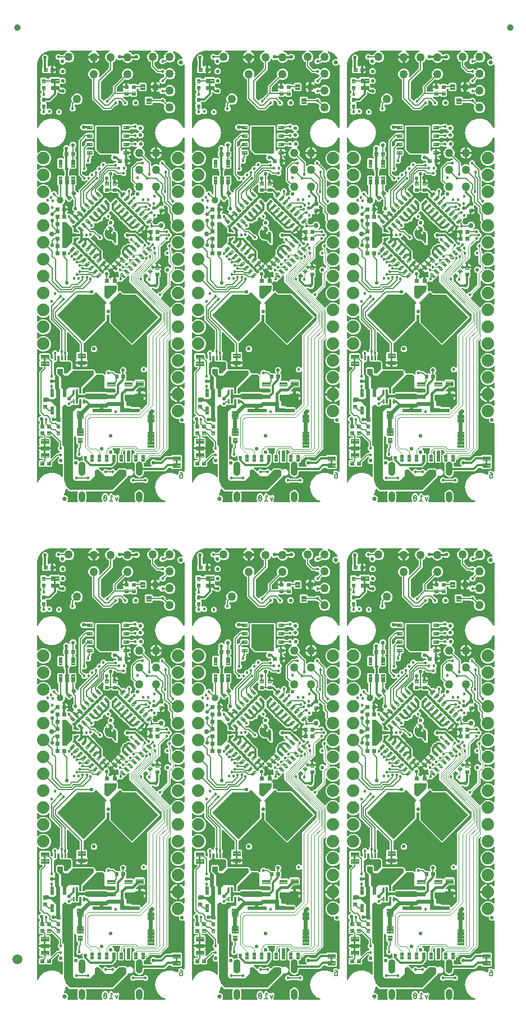
<source format=gbl>
G04 EAGLE Gerber RS-274X export*
G75*
%MOMM*%
%FSLAX34Y34*%
%LPD*%
%INBottom Copper*%
%IPPOS*%
%AMOC8*
5,1,8,0,0,1.08239X$1,22.5*%
G01*
%ADD10C,0.152400*%
%ADD11C,1.879600*%
%ADD12C,1.000000*%
%ADD13C,0.099000*%
%ADD14C,0.102000*%
%ADD15C,0.099059*%
%ADD16C,0.104000*%
%ADD17C,0.635000*%
%ADD18C,0.100000*%
%ADD19C,0.100800*%
%ADD20C,0.105000*%
%ADD21C,1.270000*%
%ADD22C,0.500000*%
%ADD23C,0.103500*%
%ADD24C,1.016000*%
%ADD25C,0.762000*%
%ADD26C,1.000000*%
%ADD27C,1.500000*%
%ADD28C,0.554000*%
%ADD29C,0.200000*%
%ADD30C,0.300000*%
%ADD31C,0.150000*%
%ADD32C,0.454000*%
%ADD33C,0.600000*%
%ADD34C,0.550000*%
%ADD35C,0.400000*%
%ADD36C,0.160000*%
%ADD37C,0.120000*%
%ADD38C,0.350000*%

G36*
X379665Y1212730D02*
X379665Y1212730D01*
X379774Y1212728D01*
X379805Y1212737D01*
X379838Y1212739D01*
X379941Y1212774D01*
X380046Y1212804D01*
X380074Y1212820D01*
X380104Y1212831D01*
X380177Y1212884D01*
X380286Y1212952D01*
X380319Y1212988D01*
X380353Y1213013D01*
X381411Y1214071D01*
X382910Y1214071D01*
X382974Y1214080D01*
X383038Y1214079D01*
X383113Y1214100D01*
X383189Y1214111D01*
X383248Y1214137D01*
X383310Y1214154D01*
X383376Y1214195D01*
X383446Y1214227D01*
X383495Y1214269D01*
X383550Y1214302D01*
X383602Y1214360D01*
X383660Y1214410D01*
X383696Y1214464D01*
X383739Y1214512D01*
X383772Y1214581D01*
X383815Y1214646D01*
X383834Y1214708D01*
X383862Y1214765D01*
X383873Y1214835D01*
X383897Y1214916D01*
X383898Y1215001D01*
X383909Y1215070D01*
X383909Y1217776D01*
X385395Y1219262D01*
X385414Y1219287D01*
X385436Y1219306D01*
X385454Y1219333D01*
X385480Y1219358D01*
X385518Y1219426D01*
X385564Y1219488D01*
X385577Y1219521D01*
X385591Y1219542D01*
X385599Y1219568D01*
X385619Y1219604D01*
X385637Y1219679D01*
X385664Y1219751D01*
X385667Y1219792D01*
X385673Y1219812D01*
X385673Y1219834D01*
X385684Y1219878D01*
X385680Y1219955D01*
X385686Y1220033D01*
X385677Y1220077D01*
X385677Y1220094D01*
X385672Y1220112D01*
X385669Y1220160D01*
X385644Y1220233D01*
X385628Y1220309D01*
X385606Y1220351D01*
X385602Y1220365D01*
X385593Y1220379D01*
X385577Y1220426D01*
X385536Y1220483D01*
X385496Y1220558D01*
X385461Y1220594D01*
X385453Y1220605D01*
X385432Y1220625D01*
X385395Y1220675D01*
X383901Y1222170D01*
X382629Y1225239D01*
X382629Y1228561D01*
X383121Y1229749D01*
X383124Y1229758D01*
X383128Y1229766D01*
X383159Y1229895D01*
X383191Y1230022D01*
X383191Y1230032D01*
X383193Y1230041D01*
X383187Y1230174D01*
X383182Y1230304D01*
X383179Y1230313D01*
X383179Y1230323D01*
X383136Y1230447D01*
X383095Y1230572D01*
X383090Y1230580D01*
X383086Y1230589D01*
X383041Y1230651D01*
X382936Y1230805D01*
X382917Y1230820D01*
X382905Y1230838D01*
X378359Y1235383D01*
X378359Y1255906D01*
X387504Y1265051D01*
X391977Y1265051D01*
X392072Y1265064D01*
X392168Y1265069D01*
X392211Y1265084D01*
X392256Y1265091D01*
X392344Y1265130D01*
X392435Y1265162D01*
X392469Y1265187D01*
X392513Y1265207D01*
X392611Y1265290D01*
X392684Y1265343D01*
X393911Y1266571D01*
X395807Y1266571D01*
X395839Y1266575D01*
X395871Y1266573D01*
X395978Y1266595D01*
X396086Y1266611D01*
X396115Y1266624D01*
X396147Y1266630D01*
X396243Y1266682D01*
X396343Y1266727D01*
X396367Y1266748D01*
X396396Y1266763D01*
X396474Y1266839D01*
X396557Y1266910D01*
X396575Y1266937D01*
X396598Y1266960D01*
X396652Y1267055D01*
X396712Y1267146D01*
X396721Y1267177D01*
X396737Y1267205D01*
X396762Y1267312D01*
X396794Y1267416D01*
X396794Y1267448D01*
X396802Y1267479D01*
X396796Y1267589D01*
X396798Y1267698D01*
X396789Y1267729D01*
X396788Y1267761D01*
X396752Y1267864D01*
X396723Y1267970D01*
X396706Y1267997D01*
X396695Y1268028D01*
X396642Y1268101D01*
X396574Y1268210D01*
X396538Y1268242D01*
X396513Y1268277D01*
X395093Y1269697D01*
X395085Y1269703D01*
X395079Y1269710D01*
X394972Y1269787D01*
X394867Y1269866D01*
X394858Y1269870D01*
X394851Y1269875D01*
X394727Y1269919D01*
X394603Y1269966D01*
X394594Y1269967D01*
X394585Y1269970D01*
X394453Y1269978D01*
X394322Y1269988D01*
X394313Y1269986D01*
X394303Y1269986D01*
X394228Y1269968D01*
X394046Y1269930D01*
X394025Y1269919D01*
X394004Y1269914D01*
X392641Y1269349D01*
X389319Y1269349D01*
X386250Y1270621D01*
X383901Y1272970D01*
X382629Y1276039D01*
X382629Y1279361D01*
X383901Y1282430D01*
X386250Y1284779D01*
X387040Y1285107D01*
X387115Y1285151D01*
X387194Y1285187D01*
X387236Y1285222D01*
X387283Y1285250D01*
X387342Y1285314D01*
X387408Y1285370D01*
X387438Y1285416D01*
X387476Y1285456D01*
X387515Y1285533D01*
X387563Y1285606D01*
X387579Y1285659D01*
X387604Y1285708D01*
X387620Y1285793D01*
X387645Y1285876D01*
X387646Y1285931D01*
X387656Y1285985D01*
X387648Y1286071D01*
X387649Y1286158D01*
X387634Y1286211D01*
X387629Y1286265D01*
X387597Y1286346D01*
X387574Y1286430D01*
X387545Y1286476D01*
X387524Y1286527D01*
X387471Y1286596D01*
X387425Y1286670D01*
X387385Y1286706D01*
X387351Y1286750D01*
X387281Y1286801D01*
X387216Y1286859D01*
X387167Y1286883D01*
X387122Y1286915D01*
X387040Y1286944D01*
X386962Y1286982D01*
X386912Y1286990D01*
X386857Y1287009D01*
X386743Y1287016D01*
X386658Y1287029D01*
X382911Y1287029D01*
X382034Y1287907D01*
X381957Y1287964D01*
X381885Y1288029D01*
X381844Y1288049D01*
X381808Y1288076D01*
X381718Y1288110D01*
X381632Y1288152D01*
X381590Y1288158D01*
X381544Y1288175D01*
X381417Y1288185D01*
X381327Y1288199D01*
X378380Y1288199D01*
X378285Y1288186D01*
X378189Y1288181D01*
X378146Y1288166D01*
X378101Y1288159D01*
X378013Y1288120D01*
X377922Y1288088D01*
X377888Y1288063D01*
X377844Y1288043D01*
X377746Y1287960D01*
X377673Y1287907D01*
X376216Y1286449D01*
X366644Y1286449D01*
X365179Y1287914D01*
X365179Y1293986D01*
X366644Y1295451D01*
X376216Y1295451D01*
X377673Y1293993D01*
X377750Y1293936D01*
X377821Y1293871D01*
X377862Y1293851D01*
X377899Y1293824D01*
X377989Y1293790D01*
X378075Y1293748D01*
X378117Y1293742D01*
X378163Y1293725D01*
X378290Y1293715D01*
X378380Y1293701D01*
X380627Y1293701D01*
X380722Y1293714D01*
X380818Y1293719D01*
X380861Y1293734D01*
X380906Y1293741D01*
X380994Y1293780D01*
X381085Y1293812D01*
X381119Y1293837D01*
X381163Y1293857D01*
X381261Y1293940D01*
X381334Y1293993D01*
X382911Y1295571D01*
X386449Y1295571D01*
X387870Y1294150D01*
X387921Y1294111D01*
X387966Y1294065D01*
X388034Y1294027D01*
X388095Y1293981D01*
X388155Y1293958D01*
X388211Y1293926D01*
X388287Y1293908D01*
X388359Y1293881D01*
X388423Y1293876D01*
X388486Y1293861D01*
X388563Y1293865D01*
X388641Y1293859D01*
X388703Y1293872D01*
X388768Y1293876D01*
X388841Y1293901D01*
X388917Y1293917D01*
X388973Y1293947D01*
X389034Y1293968D01*
X389091Y1294009D01*
X389166Y1294049D01*
X389226Y1294108D01*
X389283Y1294150D01*
X391204Y1296071D01*
X395156Y1296071D01*
X397951Y1293276D01*
X397951Y1289324D01*
X395139Y1286512D01*
X395068Y1286417D01*
X394992Y1286325D01*
X394983Y1286304D01*
X394969Y1286286D01*
X394927Y1286175D01*
X394881Y1286066D01*
X394878Y1286044D01*
X394870Y1286022D01*
X394861Y1285904D01*
X394846Y1285786D01*
X394850Y1285764D01*
X394848Y1285741D01*
X394872Y1285625D01*
X394891Y1285508D01*
X394901Y1285487D01*
X394906Y1285465D01*
X394961Y1285360D01*
X395012Y1285253D01*
X395027Y1285236D01*
X395038Y1285216D01*
X395121Y1285131D01*
X395200Y1285042D01*
X395218Y1285031D01*
X395235Y1285014D01*
X395397Y1284922D01*
X395463Y1284882D01*
X395710Y1284779D01*
X398059Y1282430D01*
X399331Y1279361D01*
X399331Y1276039D01*
X398766Y1274676D01*
X398764Y1274667D01*
X398759Y1274659D01*
X398729Y1274530D01*
X398696Y1274403D01*
X398697Y1274394D01*
X398694Y1274384D01*
X398701Y1274252D01*
X398705Y1274121D01*
X398708Y1274112D01*
X398709Y1274103D01*
X398752Y1273978D01*
X398793Y1273853D01*
X398798Y1273845D01*
X398801Y1273836D01*
X398846Y1273774D01*
X398952Y1273620D01*
X398970Y1273605D01*
X398983Y1273587D01*
X407027Y1265543D01*
X408931Y1263639D01*
X408931Y1259073D01*
X408935Y1259041D01*
X408933Y1259009D01*
X408955Y1258902D01*
X408971Y1258794D01*
X408984Y1258764D01*
X408990Y1258733D01*
X409042Y1258636D01*
X409087Y1258537D01*
X409108Y1258512D01*
X409123Y1258484D01*
X409199Y1258406D01*
X409270Y1258322D01*
X409297Y1258305D01*
X409320Y1258282D01*
X409415Y1258228D01*
X409506Y1258168D01*
X409537Y1258159D01*
X409565Y1258143D01*
X409671Y1258117D01*
X409776Y1258086D01*
X409808Y1258085D01*
X409839Y1258078D01*
X409949Y1258083D01*
X410058Y1258082D01*
X410089Y1258090D01*
X410121Y1258092D01*
X410224Y1258128D01*
X410330Y1258157D01*
X410357Y1258174D01*
X410388Y1258185D01*
X410461Y1258238D01*
X410570Y1258305D01*
X410602Y1258341D01*
X410637Y1258366D01*
X411650Y1259379D01*
X414719Y1260651D01*
X418041Y1260651D01*
X420028Y1259828D01*
X420142Y1259798D01*
X420256Y1259764D01*
X420279Y1259763D01*
X420301Y1259758D01*
X420419Y1259762D01*
X420538Y1259760D01*
X420560Y1259766D01*
X420583Y1259767D01*
X420695Y1259804D01*
X420810Y1259835D01*
X420829Y1259847D01*
X420851Y1259854D01*
X420949Y1259921D01*
X421050Y1259983D01*
X421065Y1260000D01*
X421084Y1260013D01*
X421159Y1260105D01*
X421239Y1260193D01*
X421249Y1260213D01*
X421263Y1260231D01*
X421310Y1260340D01*
X421362Y1260446D01*
X421365Y1260468D01*
X421375Y1260490D01*
X421397Y1260675D01*
X421409Y1260751D01*
X421409Y1264069D01*
X423911Y1266571D01*
X427449Y1266571D01*
X429951Y1264069D01*
X429951Y1262333D01*
X429964Y1262238D01*
X429969Y1262142D01*
X429984Y1262099D01*
X429991Y1262054D01*
X430030Y1261967D01*
X430062Y1261876D01*
X430087Y1261841D01*
X430107Y1261797D01*
X430190Y1261700D01*
X430243Y1261627D01*
X438431Y1253439D01*
X438431Y1251983D01*
X438435Y1251951D01*
X438433Y1251919D01*
X438455Y1251812D01*
X438471Y1251704D01*
X438484Y1251675D01*
X438490Y1251643D01*
X438542Y1251547D01*
X438587Y1251447D01*
X438608Y1251423D01*
X438623Y1251394D01*
X438699Y1251316D01*
X438770Y1251233D01*
X438797Y1251215D01*
X438820Y1251192D01*
X438915Y1251138D01*
X439006Y1251078D01*
X439037Y1251069D01*
X439065Y1251053D01*
X439171Y1251028D01*
X439276Y1250996D01*
X439308Y1250996D01*
X439339Y1250988D01*
X439449Y1250994D01*
X439558Y1250992D01*
X439589Y1251001D01*
X439621Y1251003D01*
X439724Y1251038D01*
X439830Y1251068D01*
X439857Y1251084D01*
X439888Y1251095D01*
X439961Y1251148D01*
X440070Y1251216D01*
X440102Y1251252D01*
X440137Y1251277D01*
X443123Y1254263D01*
X447313Y1255999D01*
X451847Y1255999D01*
X456037Y1254263D01*
X457557Y1252743D01*
X457583Y1252723D01*
X457604Y1252699D01*
X457696Y1252639D01*
X457783Y1252574D01*
X457813Y1252562D01*
X457840Y1252544D01*
X457945Y1252512D01*
X458047Y1252474D01*
X458079Y1252471D01*
X458110Y1252462D01*
X458219Y1252461D01*
X458328Y1252452D01*
X458360Y1252459D01*
X458392Y1252458D01*
X458497Y1252487D01*
X458604Y1252510D01*
X458633Y1252525D01*
X458664Y1252534D01*
X458757Y1252591D01*
X458853Y1252642D01*
X458876Y1252665D01*
X458904Y1252682D01*
X458977Y1252763D01*
X459055Y1252839D01*
X459071Y1252867D01*
X459093Y1252891D01*
X459140Y1252989D01*
X459194Y1253084D01*
X459202Y1253116D01*
X459216Y1253145D01*
X459230Y1253234D01*
X459259Y1253359D01*
X459257Y1253407D01*
X459263Y1253449D01*
X459263Y1261151D01*
X459259Y1261183D01*
X459261Y1261215D01*
X459239Y1261322D01*
X459223Y1261430D01*
X459210Y1261459D01*
X459204Y1261491D01*
X459152Y1261587D01*
X459107Y1261687D01*
X459086Y1261711D01*
X459071Y1261740D01*
X458995Y1261818D01*
X458924Y1261901D01*
X458897Y1261919D01*
X458874Y1261942D01*
X458779Y1261996D01*
X458688Y1262056D01*
X458657Y1262065D01*
X458629Y1262081D01*
X458523Y1262106D01*
X458418Y1262138D01*
X458386Y1262138D01*
X458355Y1262146D01*
X458245Y1262140D01*
X458136Y1262142D01*
X458105Y1262133D01*
X458073Y1262131D01*
X457970Y1262096D01*
X457864Y1262066D01*
X457837Y1262050D01*
X457806Y1262039D01*
X457733Y1261986D01*
X457624Y1261918D01*
X457592Y1261882D01*
X457557Y1261857D01*
X456037Y1260337D01*
X451847Y1258601D01*
X447313Y1258601D01*
X443123Y1260337D01*
X439917Y1263543D01*
X438181Y1267733D01*
X438181Y1272267D01*
X439917Y1276457D01*
X443123Y1279663D01*
X447313Y1281399D01*
X451847Y1281399D01*
X456037Y1279663D01*
X457557Y1278143D01*
X457583Y1278123D01*
X457604Y1278099D01*
X457696Y1278039D01*
X457783Y1277974D01*
X457813Y1277962D01*
X457840Y1277944D01*
X457945Y1277912D01*
X458047Y1277874D01*
X458079Y1277871D01*
X458110Y1277862D01*
X458219Y1277861D01*
X458328Y1277852D01*
X458360Y1277859D01*
X458392Y1277858D01*
X458497Y1277887D01*
X458604Y1277910D01*
X458633Y1277925D01*
X458664Y1277934D01*
X458757Y1277991D01*
X458853Y1278042D01*
X458876Y1278065D01*
X458904Y1278082D01*
X458977Y1278163D01*
X459055Y1278239D01*
X459071Y1278267D01*
X459093Y1278291D01*
X459140Y1278389D01*
X459194Y1278484D01*
X459202Y1278516D01*
X459216Y1278545D01*
X459230Y1278634D01*
X459259Y1278759D01*
X459257Y1278807D01*
X459263Y1278849D01*
X459263Y1300022D01*
X459260Y1300044D01*
X459262Y1300065D01*
X459240Y1300183D01*
X459223Y1300301D01*
X459215Y1300321D01*
X459211Y1300342D01*
X459157Y1300449D01*
X459107Y1300558D01*
X459093Y1300575D01*
X459084Y1300594D01*
X459002Y1300682D01*
X458924Y1300773D01*
X458906Y1300785D01*
X458891Y1300800D01*
X458789Y1300861D01*
X458688Y1300927D01*
X458667Y1300933D01*
X458649Y1300944D01*
X458533Y1300975D01*
X458418Y1301010D01*
X458397Y1301010D01*
X458376Y1301015D01*
X458256Y1301012D01*
X458136Y1301013D01*
X458115Y1301008D01*
X458094Y1301007D01*
X457980Y1300970D01*
X457864Y1300938D01*
X457846Y1300927D01*
X457826Y1300920D01*
X457727Y1300853D01*
X457624Y1300790D01*
X457610Y1300774D01*
X457592Y1300762D01*
X457535Y1300691D01*
X457435Y1300581D01*
X457419Y1300547D01*
X457399Y1300522D01*
X453650Y1294029D01*
X447826Y1289142D01*
X440681Y1286541D01*
X433079Y1286541D01*
X425934Y1289142D01*
X420110Y1294029D01*
X416309Y1300613D01*
X414989Y1308100D01*
X416309Y1315587D01*
X420110Y1322171D01*
X425934Y1327058D01*
X433079Y1329659D01*
X440681Y1329659D01*
X447826Y1327058D01*
X453650Y1322171D01*
X457399Y1315678D01*
X457412Y1315661D01*
X457421Y1315642D01*
X457499Y1315551D01*
X457573Y1315456D01*
X457590Y1315444D01*
X457604Y1315427D01*
X457705Y1315361D01*
X457802Y1315292D01*
X457822Y1315285D01*
X457840Y1315273D01*
X457955Y1315238D01*
X458068Y1315198D01*
X458089Y1315197D01*
X458110Y1315190D01*
X458230Y1315189D01*
X458349Y1315182D01*
X458370Y1315187D01*
X458392Y1315187D01*
X458507Y1315219D01*
X458624Y1315246D01*
X458643Y1315256D01*
X458664Y1315262D01*
X458766Y1315325D01*
X458870Y1315383D01*
X458885Y1315399D01*
X458904Y1315410D01*
X458984Y1315499D01*
X459068Y1315584D01*
X459078Y1315603D01*
X459093Y1315619D01*
X459145Y1315727D01*
X459202Y1315833D01*
X459206Y1315854D01*
X459216Y1315873D01*
X459230Y1315963D01*
X459261Y1316109D01*
X459258Y1316145D01*
X459263Y1316178D01*
X459263Y1409700D01*
X459257Y1409741D01*
X459260Y1409778D01*
X459227Y1410197D01*
X459198Y1410328D01*
X459171Y1410459D01*
X459167Y1410465D01*
X459166Y1410472D01*
X459101Y1410589D01*
X459038Y1410708D01*
X459033Y1410713D01*
X459030Y1410719D01*
X458935Y1410813D01*
X458841Y1410910D01*
X458835Y1410913D01*
X458830Y1410918D01*
X458713Y1410982D01*
X458596Y1411049D01*
X458589Y1411050D01*
X458583Y1411054D01*
X458452Y1411083D01*
X458322Y1411114D01*
X458314Y1411113D01*
X458307Y1411115D01*
X458173Y1411106D01*
X458040Y1411099D01*
X458033Y1411097D01*
X458026Y1411096D01*
X457898Y1411050D01*
X457774Y1411007D01*
X457768Y1411003D01*
X457761Y1411000D01*
X457533Y1410834D01*
X457529Y1410828D01*
X457525Y1410825D01*
X456612Y1409912D01*
X454710Y1409124D01*
X452650Y1409124D01*
X450748Y1409912D01*
X449292Y1411368D01*
X448504Y1413270D01*
X448504Y1415330D01*
X449292Y1417232D01*
X450748Y1418688D01*
X452650Y1419476D01*
X454710Y1419476D01*
X454883Y1419404D01*
X454892Y1419402D01*
X454899Y1419397D01*
X455028Y1419367D01*
X455157Y1419334D01*
X455165Y1419334D01*
X455173Y1419332D01*
X455306Y1419338D01*
X455438Y1419343D01*
X455446Y1419345D01*
X455455Y1419346D01*
X455581Y1419389D01*
X455707Y1419430D01*
X455714Y1419435D01*
X455721Y1419438D01*
X455830Y1419514D01*
X455940Y1419589D01*
X455945Y1419595D01*
X455952Y1419600D01*
X456035Y1419704D01*
X456119Y1419807D01*
X456122Y1419814D01*
X456127Y1419821D01*
X456178Y1419943D01*
X456230Y1420066D01*
X456231Y1420074D01*
X456235Y1420082D01*
X456249Y1420214D01*
X456265Y1420346D01*
X456264Y1420354D01*
X456264Y1420362D01*
X456241Y1420494D01*
X456220Y1420624D01*
X456216Y1420632D01*
X456215Y1420640D01*
X456181Y1420706D01*
X456099Y1420879D01*
X456084Y1420896D01*
X456074Y1420914D01*
X452809Y1425408D01*
X452808Y1425410D01*
X452807Y1425412D01*
X452788Y1425430D01*
X452775Y1425452D01*
X452712Y1425509D01*
X452613Y1425611D01*
X452599Y1425619D01*
X452588Y1425629D01*
X447175Y1429562D01*
X447174Y1429563D01*
X447172Y1429564D01*
X447140Y1429580D01*
X446926Y1429694D01*
X446910Y1429697D01*
X446897Y1429704D01*
X442692Y1431070D01*
X442645Y1431078D01*
X442600Y1431095D01*
X442507Y1431102D01*
X442414Y1431118D01*
X442367Y1431113D01*
X442319Y1431117D01*
X442227Y1431098D01*
X442134Y1431087D01*
X442090Y1431069D01*
X442043Y1431059D01*
X441960Y1431015D01*
X441874Y1430979D01*
X441836Y1430949D01*
X441794Y1430927D01*
X441727Y1430861D01*
X441654Y1430802D01*
X441626Y1430763D01*
X441592Y1430730D01*
X441546Y1430648D01*
X441492Y1430571D01*
X441477Y1430526D01*
X441453Y1430484D01*
X441431Y1430393D01*
X441401Y1430304D01*
X441399Y1430257D01*
X441388Y1430210D01*
X441393Y1430116D01*
X441389Y1430022D01*
X441400Y1429976D01*
X441403Y1429928D01*
X441433Y1429840D01*
X441456Y1429748D01*
X441479Y1429707D01*
X441495Y1429662D01*
X441544Y1429595D01*
X441596Y1429504D01*
X441644Y1429458D01*
X441677Y1429413D01*
X443959Y1427130D01*
X445231Y1424061D01*
X445231Y1420739D01*
X443959Y1417670D01*
X441610Y1415321D01*
X438541Y1414049D01*
X435219Y1414049D01*
X433787Y1414643D01*
X433777Y1414645D01*
X433769Y1414650D01*
X433640Y1414680D01*
X433513Y1414713D01*
X433504Y1414712D01*
X433495Y1414715D01*
X433363Y1414708D01*
X433232Y1414704D01*
X433223Y1414701D01*
X433213Y1414700D01*
X433089Y1414657D01*
X432963Y1414616D01*
X432956Y1414611D01*
X432947Y1414608D01*
X432885Y1414562D01*
X432730Y1414457D01*
X432715Y1414439D01*
X432698Y1414426D01*
X431503Y1413231D01*
X430065Y1413231D01*
X429970Y1413218D01*
X429874Y1413213D01*
X429831Y1413198D01*
X429786Y1413191D01*
X429698Y1413152D01*
X429607Y1413120D01*
X429573Y1413095D01*
X429529Y1413075D01*
X429431Y1412992D01*
X429358Y1412939D01*
X427949Y1411529D01*
X424411Y1411529D01*
X421909Y1414031D01*
X421909Y1417569D01*
X424411Y1420071D01*
X427530Y1420071D01*
X427594Y1420080D01*
X427658Y1420079D01*
X427733Y1420100D01*
X427809Y1420111D01*
X427868Y1420137D01*
X427930Y1420154D01*
X427996Y1420195D01*
X428066Y1420227D01*
X428115Y1420269D01*
X428170Y1420302D01*
X428222Y1420360D01*
X428280Y1420410D01*
X428316Y1420464D01*
X428359Y1420512D01*
X428392Y1420581D01*
X428435Y1420646D01*
X428454Y1420708D01*
X428482Y1420765D01*
X428493Y1420835D01*
X428517Y1420916D01*
X428518Y1421001D01*
X428529Y1421070D01*
X428529Y1424061D01*
X429801Y1427130D01*
X432150Y1429479D01*
X433795Y1430161D01*
X433870Y1430205D01*
X433949Y1430241D01*
X433990Y1430276D01*
X434038Y1430304D01*
X434097Y1430368D01*
X434163Y1430424D01*
X434193Y1430470D01*
X434230Y1430510D01*
X434270Y1430587D01*
X434317Y1430660D01*
X434333Y1430713D01*
X434358Y1430762D01*
X434374Y1430847D01*
X434400Y1430930D01*
X434400Y1430985D01*
X434411Y1431039D01*
X434402Y1431125D01*
X434403Y1431212D01*
X434389Y1431265D01*
X434384Y1431319D01*
X434351Y1431400D01*
X434328Y1431484D01*
X434299Y1431530D01*
X434279Y1431581D01*
X434226Y1431650D01*
X434180Y1431724D01*
X434139Y1431760D01*
X434106Y1431804D01*
X434035Y1431855D01*
X433971Y1431913D01*
X433921Y1431937D01*
X433877Y1431969D01*
X433795Y1431998D01*
X433717Y1432036D01*
X433667Y1432044D01*
X433611Y1432063D01*
X433498Y1432070D01*
X433412Y1432083D01*
X414948Y1432083D01*
X414862Y1432071D01*
X414775Y1432068D01*
X414723Y1432051D01*
X414668Y1432043D01*
X414589Y1432008D01*
X414507Y1431981D01*
X414461Y1431950D01*
X414411Y1431927D01*
X414346Y1431871D01*
X414274Y1431822D01*
X414239Y1431779D01*
X414197Y1431744D01*
X414149Y1431671D01*
X414094Y1431604D01*
X414073Y1431554D01*
X414043Y1431508D01*
X414017Y1431425D01*
X413983Y1431345D01*
X413976Y1431291D01*
X413960Y1431238D01*
X413959Y1431151D01*
X413948Y1431065D01*
X413957Y1431011D01*
X413957Y1430956D01*
X413980Y1430872D01*
X413994Y1430787D01*
X414017Y1430737D01*
X414032Y1430684D01*
X414077Y1430610D01*
X414115Y1430532D01*
X414151Y1430491D01*
X414180Y1430444D01*
X414244Y1430386D01*
X414302Y1430321D01*
X414346Y1430295D01*
X414389Y1430255D01*
X414492Y1430206D01*
X414565Y1430161D01*
X416210Y1429479D01*
X418559Y1427130D01*
X419831Y1424061D01*
X419831Y1420739D01*
X418559Y1417670D01*
X416210Y1415321D01*
X414848Y1414756D01*
X414839Y1414751D01*
X414830Y1414749D01*
X414718Y1414679D01*
X414605Y1414613D01*
X414598Y1414606D01*
X414590Y1414601D01*
X414502Y1414503D01*
X414485Y1414485D01*
X414480Y1414480D01*
X414477Y1414476D01*
X414412Y1414407D01*
X414408Y1414398D01*
X414401Y1414391D01*
X414344Y1414273D01*
X414325Y1414244D01*
X414319Y1414223D01*
X414284Y1414155D01*
X414282Y1414146D01*
X414278Y1414138D01*
X414266Y1414062D01*
X414262Y1414037D01*
X414243Y1413974D01*
X414242Y1413933D01*
X414232Y1413878D01*
X414234Y1413854D01*
X414231Y1413833D01*
X414231Y1410053D01*
X414244Y1409958D01*
X414249Y1409862D01*
X414264Y1409819D01*
X414271Y1409774D01*
X414310Y1409687D01*
X414342Y1409596D01*
X414367Y1409561D01*
X414387Y1409517D01*
X414470Y1409420D01*
X414523Y1409347D01*
X420027Y1403843D01*
X420103Y1403786D01*
X420175Y1403721D01*
X420216Y1403701D01*
X420252Y1403674D01*
X420342Y1403640D01*
X420429Y1403598D01*
X420471Y1403592D01*
X420516Y1403575D01*
X420644Y1403565D01*
X420733Y1403551D01*
X422477Y1403551D01*
X422572Y1403564D01*
X422668Y1403569D01*
X422711Y1403584D01*
X422756Y1403591D01*
X422844Y1403630D01*
X422935Y1403662D01*
X422969Y1403687D01*
X423013Y1403707D01*
X423111Y1403790D01*
X423184Y1403843D01*
X424411Y1405071D01*
X427949Y1405071D01*
X429838Y1403181D01*
X429890Y1403143D01*
X429935Y1403097D01*
X430002Y1403059D01*
X430064Y1403012D01*
X430124Y1402989D01*
X430180Y1402958D01*
X430255Y1402940D01*
X430328Y1402913D01*
X430392Y1402908D01*
X430455Y1402893D01*
X430532Y1402897D01*
X430609Y1402891D01*
X430672Y1402904D01*
X430736Y1402907D01*
X430809Y1402932D01*
X430885Y1402948D01*
X430942Y1402979D01*
X431003Y1403000D01*
X431059Y1403041D01*
X431134Y1403081D01*
X431195Y1403140D01*
X431252Y1403181D01*
X432150Y1404079D01*
X435219Y1405351D01*
X438541Y1405351D01*
X441610Y1404079D01*
X443959Y1401730D01*
X445231Y1398661D01*
X445231Y1395339D01*
X443959Y1392270D01*
X441610Y1389921D01*
X438541Y1388649D01*
X435219Y1388649D01*
X433856Y1389214D01*
X433847Y1389216D01*
X433839Y1389221D01*
X433710Y1389251D01*
X433583Y1389284D01*
X433574Y1389283D01*
X433564Y1389286D01*
X433432Y1389279D01*
X433301Y1389275D01*
X433292Y1389272D01*
X433283Y1389271D01*
X433159Y1389228D01*
X433033Y1389187D01*
X433025Y1389182D01*
X433016Y1389179D01*
X432954Y1389134D01*
X432800Y1389028D01*
X432785Y1389010D01*
X432767Y1388997D01*
X430743Y1386973D01*
X430686Y1386896D01*
X430621Y1386825D01*
X430601Y1386784D01*
X430574Y1386748D01*
X430540Y1386658D01*
X430498Y1386571D01*
X430492Y1386529D01*
X430475Y1386484D01*
X430465Y1386356D01*
X430451Y1386267D01*
X430451Y1384531D01*
X427949Y1382029D01*
X424411Y1382029D01*
X423246Y1383194D01*
X423229Y1383207D01*
X423215Y1383224D01*
X423116Y1383292D01*
X423021Y1383363D01*
X423001Y1383371D01*
X422983Y1383383D01*
X422868Y1383421D01*
X422757Y1383463D01*
X422735Y1383465D01*
X422715Y1383471D01*
X422595Y1383475D01*
X422476Y1383485D01*
X422454Y1383480D01*
X422433Y1383481D01*
X422317Y1383452D01*
X422200Y1383427D01*
X422180Y1383417D01*
X422160Y1383412D01*
X422057Y1383351D01*
X421951Y1383295D01*
X421935Y1383280D01*
X421917Y1383269D01*
X421835Y1383182D01*
X421748Y1383098D01*
X421738Y1383079D01*
X421723Y1383063D01*
X421669Y1382957D01*
X421609Y1382852D01*
X421604Y1382831D01*
X421595Y1382812D01*
X421572Y1382695D01*
X421545Y1382578D01*
X421546Y1382557D01*
X421542Y1382535D01*
X421551Y1382444D01*
X421559Y1382296D01*
X421571Y1382261D01*
X421574Y1382229D01*
X421721Y1381683D01*
X421721Y1379299D01*
X417179Y1379299D01*
X417179Y1384341D01*
X419063Y1384341D01*
X419841Y1384132D01*
X420410Y1383804D01*
X420450Y1383788D01*
X420486Y1383764D01*
X420581Y1383735D01*
X420672Y1383698D01*
X420715Y1383694D01*
X420756Y1383682D01*
X420854Y1383680D01*
X420953Y1383671D01*
X420995Y1383679D01*
X421038Y1383678D01*
X421133Y1383704D01*
X421230Y1383722D01*
X421268Y1383742D01*
X421310Y1383753D01*
X421394Y1383805D01*
X421482Y1383849D01*
X421513Y1383879D01*
X421550Y1383901D01*
X421616Y1383975D01*
X421688Y1384042D01*
X421710Y1384079D01*
X421739Y1384111D01*
X421782Y1384199D01*
X421832Y1384284D01*
X421843Y1384326D01*
X421862Y1384364D01*
X421875Y1384449D01*
X421903Y1384557D01*
X421901Y1384617D01*
X421909Y1384669D01*
X421909Y1388069D01*
X424411Y1390571D01*
X426147Y1390571D01*
X426242Y1390584D01*
X426338Y1390589D01*
X426381Y1390604D01*
X426426Y1390611D01*
X426513Y1390650D01*
X426604Y1390682D01*
X426639Y1390707D01*
X426683Y1390727D01*
X426780Y1390810D01*
X426853Y1390863D01*
X428877Y1392887D01*
X428883Y1392895D01*
X428890Y1392901D01*
X428968Y1393008D01*
X429046Y1393113D01*
X429050Y1393122D01*
X429055Y1393129D01*
X429100Y1393254D01*
X429146Y1393377D01*
X429147Y1393386D01*
X429150Y1393395D01*
X429158Y1393527D01*
X429168Y1393658D01*
X429166Y1393667D01*
X429166Y1393677D01*
X429148Y1393752D01*
X429110Y1393934D01*
X429099Y1393955D01*
X429094Y1393976D01*
X428529Y1395339D01*
X428529Y1395530D01*
X428520Y1395594D01*
X428521Y1395658D01*
X428500Y1395733D01*
X428489Y1395809D01*
X428463Y1395868D01*
X428446Y1395930D01*
X428405Y1395996D01*
X428373Y1396066D01*
X428331Y1396115D01*
X428298Y1396170D01*
X428240Y1396222D01*
X428190Y1396280D01*
X428136Y1396316D01*
X428088Y1396359D01*
X428019Y1396392D01*
X427954Y1396435D01*
X427892Y1396454D01*
X427835Y1396482D01*
X427765Y1396493D01*
X427684Y1396517D01*
X427599Y1396518D01*
X427530Y1396529D01*
X424411Y1396529D01*
X423184Y1397757D01*
X423107Y1397814D01*
X423035Y1397879D01*
X422994Y1397899D01*
X422958Y1397926D01*
X422868Y1397960D01*
X422782Y1398002D01*
X422740Y1398008D01*
X422694Y1398025D01*
X422567Y1398035D01*
X422477Y1398049D01*
X418041Y1398049D01*
X408729Y1407361D01*
X408729Y1413833D01*
X408728Y1413842D01*
X408729Y1413852D01*
X408720Y1413905D01*
X408721Y1413948D01*
X408704Y1414009D01*
X408689Y1414112D01*
X408686Y1414121D01*
X408684Y1414130D01*
X408652Y1414197D01*
X408646Y1414220D01*
X408627Y1414251D01*
X408573Y1414369D01*
X408567Y1414376D01*
X408563Y1414385D01*
X408501Y1414455D01*
X408498Y1414460D01*
X408491Y1414466D01*
X408475Y1414483D01*
X408390Y1414583D01*
X408382Y1414589D01*
X408376Y1414596D01*
X408310Y1414636D01*
X408154Y1414738D01*
X408131Y1414745D01*
X408112Y1414756D01*
X406750Y1415321D01*
X404401Y1417670D01*
X403129Y1420739D01*
X403129Y1424061D01*
X404401Y1427130D01*
X406750Y1429479D01*
X408395Y1430161D01*
X408470Y1430205D01*
X408549Y1430241D01*
X408590Y1430276D01*
X408638Y1430304D01*
X408697Y1430368D01*
X408763Y1430424D01*
X408793Y1430470D01*
X408830Y1430510D01*
X408870Y1430587D01*
X408917Y1430660D01*
X408933Y1430713D01*
X408958Y1430762D01*
X408974Y1430847D01*
X409000Y1430930D01*
X409000Y1430985D01*
X409011Y1431039D01*
X409002Y1431125D01*
X409003Y1431212D01*
X408989Y1431265D01*
X408984Y1431319D01*
X408951Y1431400D01*
X408928Y1431484D01*
X408899Y1431530D01*
X408879Y1431581D01*
X408826Y1431650D01*
X408780Y1431724D01*
X408739Y1431760D01*
X408706Y1431804D01*
X408635Y1431855D01*
X408571Y1431913D01*
X408521Y1431937D01*
X408477Y1431969D01*
X408395Y1431998D01*
X408317Y1432036D01*
X408267Y1432044D01*
X408211Y1432063D01*
X408098Y1432070D01*
X408012Y1432083D01*
X375882Y1432083D01*
X375796Y1432071D01*
X375709Y1432068D01*
X375657Y1432051D01*
X375603Y1432043D01*
X375524Y1432008D01*
X375441Y1431981D01*
X375396Y1431950D01*
X375346Y1431927D01*
X375280Y1431871D01*
X375208Y1431822D01*
X375173Y1431780D01*
X375131Y1431744D01*
X375084Y1431671D01*
X375029Y1431604D01*
X375007Y1431554D01*
X374977Y1431508D01*
X374952Y1431425D01*
X374917Y1431345D01*
X374911Y1431291D01*
X374895Y1431238D01*
X374893Y1431151D01*
X374883Y1431065D01*
X374892Y1431011D01*
X374891Y1430956D01*
X374914Y1430872D01*
X374928Y1430787D01*
X374951Y1430737D01*
X374966Y1430684D01*
X375012Y1430610D01*
X375049Y1430532D01*
X375085Y1430491D01*
X375114Y1430444D01*
X375179Y1430386D01*
X375236Y1430321D01*
X375280Y1430295D01*
X375323Y1430255D01*
X375426Y1430206D01*
X375499Y1430161D01*
X378110Y1429079D01*
X380459Y1426730D01*
X380713Y1426118D01*
X380718Y1426109D01*
X380721Y1426100D01*
X380790Y1425988D01*
X380857Y1425875D01*
X380864Y1425868D01*
X380869Y1425860D01*
X380966Y1425772D01*
X381063Y1425682D01*
X381071Y1425678D01*
X381078Y1425671D01*
X381197Y1425614D01*
X381314Y1425554D01*
X381323Y1425552D01*
X381332Y1425548D01*
X381408Y1425536D01*
X381591Y1425502D01*
X381615Y1425504D01*
X381636Y1425501D01*
X382720Y1425501D01*
X382815Y1425514D01*
X382911Y1425519D01*
X382954Y1425534D01*
X382999Y1425541D01*
X383087Y1425580D01*
X383178Y1425612D01*
X383212Y1425637D01*
X383256Y1425657D01*
X383353Y1425740D01*
X383427Y1425793D01*
X384704Y1427071D01*
X388656Y1427071D01*
X391451Y1424276D01*
X391451Y1420324D01*
X388656Y1417529D01*
X384704Y1417529D01*
X384027Y1418207D01*
X383950Y1418264D01*
X383878Y1418329D01*
X383837Y1418349D01*
X383801Y1418376D01*
X383711Y1418410D01*
X383625Y1418452D01*
X383583Y1418458D01*
X383537Y1418475D01*
X383409Y1418485D01*
X383320Y1418499D01*
X381636Y1418499D01*
X381627Y1418498D01*
X381618Y1418499D01*
X381487Y1418478D01*
X381357Y1418459D01*
X381349Y1418456D01*
X381339Y1418454D01*
X381220Y1418397D01*
X381100Y1418343D01*
X381093Y1418337D01*
X381084Y1418333D01*
X380986Y1418246D01*
X380886Y1418160D01*
X380881Y1418152D01*
X380874Y1418146D01*
X380834Y1418080D01*
X380731Y1417924D01*
X380724Y1417901D01*
X380713Y1417882D01*
X380459Y1417270D01*
X378110Y1414921D01*
X375041Y1413649D01*
X371719Y1413649D01*
X368650Y1414921D01*
X366301Y1417270D01*
X365923Y1418182D01*
X365918Y1418191D01*
X365915Y1418200D01*
X365846Y1418312D01*
X365779Y1418425D01*
X365772Y1418432D01*
X365767Y1418440D01*
X365669Y1418528D01*
X365573Y1418618D01*
X365565Y1418622D01*
X365558Y1418629D01*
X365439Y1418686D01*
X365322Y1418746D01*
X365312Y1418748D01*
X365304Y1418752D01*
X365228Y1418764D01*
X365045Y1418798D01*
X365021Y1418796D01*
X364999Y1418799D01*
X364840Y1418799D01*
X364745Y1418786D01*
X364649Y1418781D01*
X364606Y1418766D01*
X364561Y1418759D01*
X364473Y1418720D01*
X364382Y1418688D01*
X364348Y1418663D01*
X364304Y1418643D01*
X364207Y1418560D01*
X364133Y1418507D01*
X363156Y1417529D01*
X359204Y1417529D01*
X357407Y1419326D01*
X357312Y1419397D01*
X357220Y1419473D01*
X357199Y1419482D01*
X357181Y1419496D01*
X357070Y1419538D01*
X356961Y1419584D01*
X356939Y1419587D01*
X356917Y1419595D01*
X356799Y1419604D01*
X356681Y1419619D01*
X356659Y1419615D01*
X356636Y1419617D01*
X356520Y1419593D01*
X356403Y1419574D01*
X356382Y1419564D01*
X356360Y1419559D01*
X356255Y1419504D01*
X356148Y1419453D01*
X356131Y1419438D01*
X356111Y1419427D01*
X356026Y1419344D01*
X355937Y1419265D01*
X355926Y1419247D01*
X355909Y1419230D01*
X355817Y1419068D01*
X355777Y1419002D01*
X355059Y1417270D01*
X352710Y1414921D01*
X351598Y1414460D01*
X351589Y1414455D01*
X351580Y1414452D01*
X351468Y1414383D01*
X351355Y1414316D01*
X351348Y1414309D01*
X351340Y1414304D01*
X351252Y1414206D01*
X351162Y1414110D01*
X351158Y1414102D01*
X351151Y1414095D01*
X351094Y1413976D01*
X351034Y1413859D01*
X351032Y1413850D01*
X351028Y1413841D01*
X351016Y1413765D01*
X350982Y1413582D01*
X350984Y1413558D01*
X350981Y1413536D01*
X350981Y1402857D01*
X348930Y1400807D01*
X333473Y1385350D01*
X333416Y1385273D01*
X333351Y1385202D01*
X333331Y1385161D01*
X333304Y1385124D01*
X333270Y1385034D01*
X333228Y1384948D01*
X333222Y1384906D01*
X333205Y1384860D01*
X333195Y1384733D01*
X333181Y1384643D01*
X333181Y1360957D01*
X333194Y1360862D01*
X333199Y1360766D01*
X333214Y1360723D01*
X333221Y1360678D01*
X333260Y1360590D01*
X333292Y1360499D01*
X333317Y1360465D01*
X333337Y1360421D01*
X333420Y1360323D01*
X333473Y1360250D01*
X336703Y1357020D01*
X336729Y1357001D01*
X336750Y1356976D01*
X336842Y1356916D01*
X336929Y1356851D01*
X336959Y1356840D01*
X336986Y1356822D01*
X337091Y1356790D01*
X337193Y1356751D01*
X337225Y1356749D01*
X337256Y1356740D01*
X337365Y1356738D01*
X337474Y1356730D01*
X337506Y1356736D01*
X337538Y1356736D01*
X337643Y1356765D01*
X337750Y1356787D01*
X337779Y1356802D01*
X337810Y1356811D01*
X337903Y1356868D01*
X337999Y1356920D01*
X338022Y1356942D01*
X338050Y1356959D01*
X338123Y1357040D01*
X338201Y1357116D01*
X338217Y1357144D01*
X338239Y1357168D01*
X338286Y1357267D01*
X338340Y1357362D01*
X338348Y1357393D01*
X338362Y1357422D01*
X338376Y1357511D01*
X338383Y1357543D01*
X340911Y1360071D01*
X342647Y1360071D01*
X342742Y1360084D01*
X342838Y1360089D01*
X342881Y1360104D01*
X342926Y1360111D01*
X343013Y1360150D01*
X343104Y1360182D01*
X343139Y1360207D01*
X343183Y1360227D01*
X343280Y1360310D01*
X343353Y1360363D01*
X351137Y1368147D01*
X351144Y1368154D01*
X351161Y1368177D01*
X351181Y1368194D01*
X351215Y1368245D01*
X351266Y1368302D01*
X351286Y1368343D01*
X351313Y1368379D01*
X351327Y1368417D01*
X351336Y1368430D01*
X351349Y1368473D01*
X351389Y1368556D01*
X351395Y1368598D01*
X351412Y1368643D01*
X351416Y1368695D01*
X351418Y1368700D01*
X351418Y1368718D01*
X351422Y1368771D01*
X351436Y1368860D01*
X351436Y1378546D01*
X365377Y1392487D01*
X365383Y1392495D01*
X365390Y1392501D01*
X365467Y1392608D01*
X365546Y1392713D01*
X365550Y1392722D01*
X365555Y1392729D01*
X365599Y1392853D01*
X365646Y1392977D01*
X365647Y1392986D01*
X365650Y1392995D01*
X365658Y1393127D01*
X365668Y1393258D01*
X365666Y1393267D01*
X365666Y1393277D01*
X365648Y1393352D01*
X365610Y1393534D01*
X365599Y1393555D01*
X365594Y1393576D01*
X365029Y1394939D01*
X365029Y1398261D01*
X366301Y1401330D01*
X368650Y1403679D01*
X371719Y1404951D01*
X375041Y1404951D01*
X378110Y1403679D01*
X380459Y1401330D01*
X381731Y1398261D01*
X381731Y1394939D01*
X380459Y1391870D01*
X378110Y1389521D01*
X375041Y1388249D01*
X371719Y1388249D01*
X370356Y1388814D01*
X370347Y1388816D01*
X370339Y1388821D01*
X370210Y1388851D01*
X370083Y1388884D01*
X370074Y1388883D01*
X370064Y1388886D01*
X369932Y1388879D01*
X369801Y1388875D01*
X369792Y1388872D01*
X369783Y1388871D01*
X369658Y1388828D01*
X369533Y1388787D01*
X369525Y1388782D01*
X369516Y1388779D01*
X369454Y1388734D01*
X369300Y1388628D01*
X369285Y1388610D01*
X369267Y1388597D01*
X357230Y1376560D01*
X357201Y1376521D01*
X357187Y1376509D01*
X357163Y1376473D01*
X357108Y1376412D01*
X357088Y1376371D01*
X357061Y1376335D01*
X357045Y1376293D01*
X357032Y1376273D01*
X357017Y1376225D01*
X356985Y1376158D01*
X356979Y1376116D01*
X356962Y1376071D01*
X356959Y1376032D01*
X356950Y1376003D01*
X356949Y1375924D01*
X356938Y1375854D01*
X356938Y1371050D01*
X356947Y1370986D01*
X356946Y1370922D01*
X356967Y1370847D01*
X356978Y1370771D01*
X357004Y1370712D01*
X357021Y1370650D01*
X357062Y1370584D01*
X357094Y1370514D01*
X357136Y1370465D01*
X357169Y1370410D01*
X357227Y1370358D01*
X357277Y1370300D01*
X357331Y1370264D01*
X357379Y1370221D01*
X357448Y1370188D01*
X357513Y1370145D01*
X357575Y1370126D01*
X357632Y1370098D01*
X357702Y1370087D01*
X357783Y1370063D01*
X357868Y1370062D01*
X357937Y1370051D01*
X365680Y1370051D01*
X365744Y1370060D01*
X365808Y1370059D01*
X365883Y1370080D01*
X365959Y1370091D01*
X366018Y1370117D01*
X366080Y1370134D01*
X366146Y1370175D01*
X366216Y1370207D01*
X366265Y1370249D01*
X366320Y1370282D01*
X366372Y1370340D01*
X366430Y1370390D01*
X366466Y1370444D01*
X366509Y1370492D01*
X366542Y1370561D01*
X366585Y1370626D01*
X366604Y1370688D01*
X366632Y1370745D01*
X366639Y1370789D01*
X367061Y1371212D01*
X367099Y1371263D01*
X367146Y1371308D01*
X367184Y1371375D01*
X367230Y1371437D01*
X367253Y1371497D01*
X367285Y1371553D01*
X367302Y1371629D01*
X367330Y1371701D01*
X367335Y1371765D01*
X367349Y1371828D01*
X367346Y1371905D01*
X367351Y1371982D01*
X367338Y1372045D01*
X367335Y1372109D01*
X367310Y1372183D01*
X367294Y1372258D01*
X367264Y1372315D01*
X367243Y1372376D01*
X367201Y1372433D01*
X367161Y1372507D01*
X367102Y1372568D01*
X367061Y1372625D01*
X366749Y1372937D01*
X366347Y1373632D01*
X366139Y1374408D01*
X366139Y1375801D01*
X371180Y1375801D01*
X371243Y1375810D01*
X371308Y1375809D01*
X371382Y1375830D01*
X371459Y1375841D01*
X371517Y1375867D01*
X371579Y1375884D01*
X371645Y1375925D01*
X371716Y1375957D01*
X371765Y1375998D01*
X371819Y1376032D01*
X371871Y1376090D01*
X371930Y1376140D01*
X371965Y1376194D01*
X372008Y1376242D01*
X372042Y1376311D01*
X372085Y1376376D01*
X372103Y1376438D01*
X372131Y1376495D01*
X372142Y1376565D01*
X372167Y1376646D01*
X372168Y1376731D01*
X372179Y1376800D01*
X372179Y1376801D01*
X372180Y1376801D01*
X372244Y1376810D01*
X372308Y1376809D01*
X372383Y1376830D01*
X372459Y1376841D01*
X372518Y1376867D01*
X372580Y1376884D01*
X372646Y1376925D01*
X372716Y1376957D01*
X372765Y1376999D01*
X372820Y1377033D01*
X372872Y1377090D01*
X372930Y1377140D01*
X372966Y1377194D01*
X373009Y1377242D01*
X373042Y1377311D01*
X373085Y1377376D01*
X373104Y1377438D01*
X373132Y1377496D01*
X373143Y1377565D01*
X373167Y1377646D01*
X373168Y1377731D01*
X373179Y1377800D01*
X373179Y1382841D01*
X374572Y1382841D01*
X375348Y1382633D01*
X376043Y1382231D01*
X376611Y1381663D01*
X376656Y1381586D01*
X376689Y1381543D01*
X376714Y1381496D01*
X376776Y1381433D01*
X376830Y1381364D01*
X376874Y1381332D01*
X376911Y1381294D01*
X376988Y1381251D01*
X377059Y1381199D01*
X377110Y1381181D01*
X377156Y1381155D01*
X377242Y1381135D01*
X377325Y1381105D01*
X377379Y1381102D01*
X377431Y1381090D01*
X377519Y1381095D01*
X377607Y1381090D01*
X377659Y1381102D01*
X377713Y1381104D01*
X377796Y1381133D01*
X377881Y1381153D01*
X377928Y1381179D01*
X377979Y1381197D01*
X378042Y1381243D01*
X378128Y1381291D01*
X378178Y1381342D01*
X378228Y1381379D01*
X379150Y1382301D01*
X386210Y1382301D01*
X387717Y1380793D01*
X387721Y1380771D01*
X387747Y1380712D01*
X387764Y1380650D01*
X387805Y1380584D01*
X387837Y1380514D01*
X387879Y1380465D01*
X387912Y1380410D01*
X387970Y1380358D01*
X388020Y1380300D01*
X388074Y1380264D01*
X388122Y1380221D01*
X388191Y1380188D01*
X388256Y1380145D01*
X388318Y1380126D01*
X388375Y1380098D01*
X388445Y1380087D01*
X388526Y1380063D01*
X388611Y1380062D01*
X388680Y1380051D01*
X389180Y1380051D01*
X389244Y1380060D01*
X389308Y1380059D01*
X389383Y1380080D01*
X389459Y1380091D01*
X389518Y1380117D01*
X389580Y1380134D01*
X389646Y1380175D01*
X389716Y1380207D01*
X389765Y1380249D01*
X389820Y1380282D01*
X389872Y1380340D01*
X389930Y1380390D01*
X389966Y1380444D01*
X390009Y1380492D01*
X390042Y1380561D01*
X390085Y1380626D01*
X390104Y1380688D01*
X390132Y1380745D01*
X390143Y1380815D01*
X390167Y1380896D01*
X390168Y1380981D01*
X390179Y1381050D01*
X390179Y1382324D01*
X391656Y1383801D01*
X400704Y1383801D01*
X402181Y1382324D01*
X402181Y1372276D01*
X400704Y1370799D01*
X391656Y1370799D01*
X390179Y1372276D01*
X390179Y1373550D01*
X390170Y1373614D01*
X390171Y1373678D01*
X390150Y1373753D01*
X390139Y1373829D01*
X390113Y1373888D01*
X390096Y1373950D01*
X390055Y1374016D01*
X390023Y1374086D01*
X389981Y1374135D01*
X389948Y1374190D01*
X389890Y1374242D01*
X389840Y1374300D01*
X389786Y1374336D01*
X389738Y1374379D01*
X389669Y1374412D01*
X389604Y1374455D01*
X389542Y1374474D01*
X389485Y1374502D01*
X389415Y1374513D01*
X389334Y1374537D01*
X389249Y1374538D01*
X389180Y1374549D01*
X388680Y1374549D01*
X388616Y1374540D01*
X388552Y1374541D01*
X388477Y1374520D01*
X388401Y1374509D01*
X388342Y1374483D01*
X388280Y1374466D01*
X388214Y1374425D01*
X388144Y1374393D01*
X388095Y1374351D01*
X388040Y1374318D01*
X387988Y1374260D01*
X387930Y1374210D01*
X387894Y1374156D01*
X387851Y1374108D01*
X387818Y1374039D01*
X387775Y1373974D01*
X387756Y1373912D01*
X387728Y1373855D01*
X387721Y1373811D01*
X386917Y1373007D01*
X386879Y1372955D01*
X386833Y1372910D01*
X386794Y1372843D01*
X386748Y1372781D01*
X386725Y1372721D01*
X386694Y1372665D01*
X386676Y1372590D01*
X386648Y1372517D01*
X386644Y1372453D01*
X386629Y1372390D01*
X386633Y1372313D01*
X386627Y1372236D01*
X386640Y1372173D01*
X386643Y1372109D01*
X386668Y1372036D01*
X386684Y1371960D01*
X386714Y1371903D01*
X386736Y1371842D01*
X386777Y1371786D01*
X386817Y1371711D01*
X386876Y1371650D01*
X386917Y1371593D01*
X387681Y1370830D01*
X387681Y1363770D01*
X386210Y1362299D01*
X379150Y1362299D01*
X377887Y1363563D01*
X377835Y1363601D01*
X377790Y1363647D01*
X377723Y1363686D01*
X377661Y1363732D01*
X377601Y1363755D01*
X377545Y1363786D01*
X377470Y1363804D01*
X377397Y1363832D01*
X377333Y1363836D01*
X377270Y1363851D01*
X377193Y1363847D01*
X377116Y1363853D01*
X377053Y1363840D01*
X376989Y1363837D01*
X376916Y1363812D01*
X376840Y1363796D01*
X376783Y1363766D01*
X376722Y1363744D01*
X376666Y1363703D01*
X376591Y1363663D01*
X376530Y1363604D01*
X376473Y1363563D01*
X375210Y1362299D01*
X367837Y1362299D01*
X367805Y1362295D01*
X367773Y1362297D01*
X367666Y1362275D01*
X367558Y1362259D01*
X367528Y1362246D01*
X367497Y1362240D01*
X367400Y1362188D01*
X367301Y1362143D01*
X367276Y1362122D01*
X367248Y1362107D01*
X367169Y1362031D01*
X367086Y1361960D01*
X367069Y1361933D01*
X367046Y1361910D01*
X366992Y1361815D01*
X366932Y1361724D01*
X366922Y1361693D01*
X366907Y1361665D01*
X366881Y1361559D01*
X366850Y1361454D01*
X366849Y1361422D01*
X366842Y1361391D01*
X366847Y1361281D01*
X366846Y1361172D01*
X366854Y1361141D01*
X366856Y1361109D01*
X366892Y1361006D01*
X366921Y1360900D01*
X366938Y1360873D01*
X366948Y1360842D01*
X367002Y1360769D01*
X367069Y1360660D01*
X367105Y1360628D01*
X367130Y1360593D01*
X369860Y1357863D01*
X369937Y1357806D01*
X370008Y1357741D01*
X370049Y1357721D01*
X370086Y1357694D01*
X370176Y1357660D01*
X370262Y1357618D01*
X370304Y1357612D01*
X370350Y1357595D01*
X370477Y1357585D01*
X370567Y1357571D01*
X371949Y1357571D01*
X374451Y1355069D01*
X374451Y1351531D01*
X371949Y1349029D01*
X368411Y1349029D01*
X365909Y1351531D01*
X365909Y1352913D01*
X365901Y1352973D01*
X365901Y1352994D01*
X365895Y1353014D01*
X365891Y1353104D01*
X365876Y1353147D01*
X365869Y1353192D01*
X365830Y1353280D01*
X365798Y1353371D01*
X365773Y1353405D01*
X365753Y1353449D01*
X365670Y1353547D01*
X365617Y1353620D01*
X362730Y1356507D01*
X362653Y1356564D01*
X362582Y1356629D01*
X362541Y1356649D01*
X362504Y1356676D01*
X362414Y1356710D01*
X362328Y1356752D01*
X362286Y1356758D01*
X362240Y1356775D01*
X362113Y1356785D01*
X362023Y1356799D01*
X360133Y1356799D01*
X360101Y1356795D01*
X360069Y1356797D01*
X359962Y1356775D01*
X359854Y1356759D01*
X359824Y1356746D01*
X359793Y1356740D01*
X359696Y1356688D01*
X359597Y1356643D01*
X359572Y1356622D01*
X359544Y1356607D01*
X359465Y1356531D01*
X359382Y1356460D01*
X359365Y1356433D01*
X359342Y1356410D01*
X359288Y1356315D01*
X359228Y1356224D01*
X359219Y1356193D01*
X359203Y1356165D01*
X359177Y1356059D01*
X359146Y1355954D01*
X359145Y1355922D01*
X359138Y1355890D01*
X359143Y1355781D01*
X359142Y1355672D01*
X359150Y1355641D01*
X359152Y1355609D01*
X359188Y1355506D01*
X359217Y1355400D01*
X359234Y1355373D01*
X359245Y1355342D01*
X359298Y1355269D01*
X359365Y1355160D01*
X359401Y1355128D01*
X359426Y1355093D01*
X359451Y1355069D01*
X359451Y1351531D01*
X356949Y1349029D01*
X355567Y1349029D01*
X355472Y1349016D01*
X355376Y1349011D01*
X355333Y1348996D01*
X355288Y1348989D01*
X355200Y1348950D01*
X355109Y1348918D01*
X355075Y1348893D01*
X355031Y1348873D01*
X354933Y1348790D01*
X354860Y1348737D01*
X347923Y1341799D01*
X336837Y1341799D01*
X319579Y1359057D01*
X319579Y1388137D01*
X319578Y1388146D01*
X319579Y1388155D01*
X319558Y1388286D01*
X319539Y1388416D01*
X319536Y1388424D01*
X319534Y1388434D01*
X319477Y1388553D01*
X319423Y1388673D01*
X319417Y1388680D01*
X319413Y1388688D01*
X319326Y1388787D01*
X319240Y1388887D01*
X319232Y1388892D01*
X319226Y1388899D01*
X319160Y1388939D01*
X319004Y1389041D01*
X318981Y1389048D01*
X318962Y1389060D01*
X317850Y1389521D01*
X315501Y1391870D01*
X314229Y1394939D01*
X314229Y1398261D01*
X315501Y1401330D01*
X317850Y1403679D01*
X320919Y1404951D01*
X324241Y1404951D01*
X327310Y1403679D01*
X329659Y1401330D01*
X330931Y1398261D01*
X330931Y1394939D01*
X330276Y1393358D01*
X330255Y1393274D01*
X330224Y1393193D01*
X330220Y1393138D01*
X330206Y1393085D01*
X330209Y1392999D01*
X330202Y1392912D01*
X330213Y1392858D01*
X330215Y1392803D01*
X330242Y1392721D01*
X330260Y1392636D01*
X330285Y1392588D01*
X330302Y1392535D01*
X330351Y1392464D01*
X330392Y1392387D01*
X330431Y1392348D01*
X330461Y1392302D01*
X330528Y1392247D01*
X330589Y1392185D01*
X330637Y1392158D01*
X330679Y1392123D01*
X330759Y1392089D01*
X330834Y1392046D01*
X330888Y1392033D01*
X330938Y1392012D01*
X331024Y1392001D01*
X331109Y1391981D01*
X331164Y1391984D01*
X331218Y1391977D01*
X331304Y1391991D01*
X331390Y1391995D01*
X331442Y1392013D01*
X331496Y1392022D01*
X331575Y1392059D01*
X331657Y1392088D01*
X331698Y1392118D01*
X331751Y1392143D01*
X331836Y1392219D01*
X331906Y1392270D01*
X344687Y1405050D01*
X344744Y1405127D01*
X344809Y1405198D01*
X344829Y1405239D01*
X344856Y1405276D01*
X344890Y1405366D01*
X344932Y1405452D01*
X344938Y1405494D01*
X344955Y1405540D01*
X344965Y1405665D01*
X344967Y1405672D01*
X344967Y1405681D01*
X344979Y1405757D01*
X344979Y1413536D01*
X344978Y1413546D01*
X344979Y1413555D01*
X344958Y1413685D01*
X344939Y1413816D01*
X344936Y1413824D01*
X344934Y1413834D01*
X344877Y1413953D01*
X344823Y1414073D01*
X344817Y1414080D01*
X344813Y1414088D01*
X344725Y1414187D01*
X344640Y1414287D01*
X344632Y1414292D01*
X344626Y1414299D01*
X344560Y1414339D01*
X344404Y1414441D01*
X344381Y1414448D01*
X344362Y1414460D01*
X343250Y1414921D01*
X340901Y1417270D01*
X339629Y1420339D01*
X339629Y1423661D01*
X340901Y1426730D01*
X343250Y1429079D01*
X345861Y1430161D01*
X345935Y1430205D01*
X346014Y1430241D01*
X346056Y1430276D01*
X346103Y1430304D01*
X346163Y1430368D01*
X346229Y1430424D01*
X346259Y1430470D01*
X346296Y1430510D01*
X346335Y1430587D01*
X346383Y1430660D01*
X346399Y1430713D01*
X346424Y1430762D01*
X346440Y1430847D01*
X346465Y1430930D01*
X346466Y1430985D01*
X346476Y1431039D01*
X346468Y1431125D01*
X346469Y1431212D01*
X346455Y1431265D01*
X346449Y1431319D01*
X346417Y1431400D01*
X346394Y1431484D01*
X346365Y1431531D01*
X346345Y1431581D01*
X346291Y1431650D01*
X346246Y1431724D01*
X346205Y1431760D01*
X346171Y1431804D01*
X346101Y1431855D01*
X346037Y1431913D01*
X345987Y1431937D01*
X345943Y1431969D01*
X345861Y1431998D01*
X345783Y1432036D01*
X345732Y1432044D01*
X345677Y1432063D01*
X345563Y1432070D01*
X345478Y1432083D01*
X326493Y1432083D01*
X326407Y1432071D01*
X326320Y1432068D01*
X326268Y1432051D01*
X326214Y1432043D01*
X326135Y1432008D01*
X326052Y1431981D01*
X326007Y1431950D01*
X325957Y1431927D01*
X325891Y1431871D01*
X325819Y1431822D01*
X325784Y1431779D01*
X325743Y1431744D01*
X325695Y1431671D01*
X325640Y1431604D01*
X325618Y1431554D01*
X325588Y1431508D01*
X325563Y1431425D01*
X325528Y1431345D01*
X325522Y1431291D01*
X325506Y1431238D01*
X325505Y1431151D01*
X325494Y1431065D01*
X325503Y1431011D01*
X325502Y1430956D01*
X325525Y1430872D01*
X325539Y1430787D01*
X325563Y1430737D01*
X325577Y1430684D01*
X325623Y1430610D01*
X325660Y1430532D01*
X325696Y1430491D01*
X325725Y1430444D01*
X325790Y1430386D01*
X325847Y1430321D01*
X325891Y1430295D01*
X325935Y1430255D01*
X326037Y1430206D01*
X326111Y1430161D01*
X326791Y1429879D01*
X328248Y1428906D01*
X329486Y1427668D01*
X330459Y1426211D01*
X331129Y1424593D01*
X331247Y1423999D01*
X323580Y1423999D01*
X323516Y1423990D01*
X323452Y1423991D01*
X323378Y1423970D01*
X323301Y1423959D01*
X323242Y1423933D01*
X323180Y1423916D01*
X323114Y1423875D01*
X323044Y1423843D01*
X322995Y1423801D01*
X322940Y1423768D01*
X322889Y1423710D01*
X322830Y1423660D01*
X322794Y1423606D01*
X322751Y1423558D01*
X322718Y1423489D01*
X322675Y1423424D01*
X322656Y1423362D01*
X322628Y1423305D01*
X322618Y1423235D01*
X322593Y1423154D01*
X322592Y1423069D01*
X322581Y1423000D01*
X322581Y1421999D01*
X322579Y1421999D01*
X322579Y1423000D01*
X322570Y1423064D01*
X322571Y1423128D01*
X322550Y1423203D01*
X322539Y1423279D01*
X322513Y1423338D01*
X322496Y1423400D01*
X322455Y1423466D01*
X322423Y1423536D01*
X322381Y1423585D01*
X322348Y1423640D01*
X322290Y1423692D01*
X322240Y1423750D01*
X322186Y1423786D01*
X322138Y1423829D01*
X322069Y1423862D01*
X322004Y1423905D01*
X321942Y1423924D01*
X321884Y1423952D01*
X321815Y1423962D01*
X321734Y1423987D01*
X321649Y1423988D01*
X321580Y1423999D01*
X313913Y1423999D01*
X314031Y1424593D01*
X314701Y1426211D01*
X315674Y1427668D01*
X316912Y1428906D01*
X318369Y1429879D01*
X319049Y1430161D01*
X319124Y1430205D01*
X319203Y1430241D01*
X319245Y1430276D01*
X319292Y1430304D01*
X319352Y1430368D01*
X319417Y1430424D01*
X319448Y1430470D01*
X319485Y1430510D01*
X319524Y1430587D01*
X319572Y1430660D01*
X319588Y1430713D01*
X319613Y1430762D01*
X319629Y1430847D01*
X319654Y1430930D01*
X319655Y1430985D01*
X319665Y1431039D01*
X319657Y1431125D01*
X319658Y1431212D01*
X319643Y1431265D01*
X319638Y1431319D01*
X319606Y1431400D01*
X319583Y1431484D01*
X319554Y1431530D01*
X319534Y1431581D01*
X319480Y1431650D01*
X319435Y1431724D01*
X319394Y1431760D01*
X319360Y1431804D01*
X319290Y1431855D01*
X319225Y1431913D01*
X319176Y1431937D01*
X319131Y1431969D01*
X319050Y1431998D01*
X318972Y1432036D01*
X318921Y1432044D01*
X318866Y1432063D01*
X318752Y1432070D01*
X318667Y1432083D01*
X287948Y1432083D01*
X287862Y1432071D01*
X287775Y1432068D01*
X287723Y1432051D01*
X287668Y1432043D01*
X287589Y1432008D01*
X287507Y1431981D01*
X287461Y1431950D01*
X287411Y1431927D01*
X287346Y1431871D01*
X287274Y1431822D01*
X287239Y1431779D01*
X287197Y1431744D01*
X287149Y1431671D01*
X287094Y1431604D01*
X287073Y1431554D01*
X287043Y1431508D01*
X287017Y1431425D01*
X286983Y1431345D01*
X286976Y1431291D01*
X286960Y1431238D01*
X286959Y1431151D01*
X286948Y1431065D01*
X286957Y1431011D01*
X286957Y1430956D01*
X286980Y1430872D01*
X286994Y1430787D01*
X287017Y1430737D01*
X287032Y1430684D01*
X287077Y1430610D01*
X287115Y1430532D01*
X287151Y1430491D01*
X287180Y1430444D01*
X287244Y1430386D01*
X287302Y1430321D01*
X287346Y1430295D01*
X287389Y1430255D01*
X287492Y1430206D01*
X287565Y1430161D01*
X289210Y1429479D01*
X291559Y1427130D01*
X292831Y1424061D01*
X292831Y1420739D01*
X291559Y1417670D01*
X289210Y1415321D01*
X286141Y1414049D01*
X282819Y1414049D01*
X281332Y1414665D01*
X281218Y1414694D01*
X281104Y1414729D01*
X281081Y1414729D01*
X281059Y1414735D01*
X280941Y1414731D01*
X280822Y1414733D01*
X280800Y1414727D01*
X280777Y1414726D01*
X280665Y1414689D01*
X280550Y1414658D01*
X280531Y1414646D01*
X280509Y1414639D01*
X280411Y1414572D01*
X280310Y1414510D01*
X280295Y1414493D01*
X280276Y1414480D01*
X280201Y1414388D01*
X280121Y1414300D01*
X280111Y1414280D01*
X280097Y1414262D01*
X280050Y1414153D01*
X279998Y1414046D01*
X279995Y1414025D01*
X279985Y1414003D01*
X279965Y1413838D01*
X277156Y1411029D01*
X273204Y1411029D01*
X270409Y1413824D01*
X270409Y1417030D01*
X270400Y1417094D01*
X270401Y1417158D01*
X270380Y1417233D01*
X270369Y1417309D01*
X270343Y1417368D01*
X270326Y1417430D01*
X270285Y1417496D01*
X270253Y1417566D01*
X270211Y1417615D01*
X270178Y1417670D01*
X270120Y1417722D01*
X270070Y1417780D01*
X270016Y1417816D01*
X269968Y1417859D01*
X269899Y1417892D01*
X269834Y1417935D01*
X269772Y1417954D01*
X269715Y1417982D01*
X269645Y1417993D01*
X269564Y1418017D01*
X269479Y1418018D01*
X269410Y1418029D01*
X267411Y1418029D01*
X264909Y1420531D01*
X264909Y1424069D01*
X267411Y1426571D01*
X270949Y1426571D01*
X272176Y1425343D01*
X272253Y1425286D01*
X272325Y1425221D01*
X272366Y1425201D01*
X272402Y1425174D01*
X272492Y1425140D01*
X272578Y1425098D01*
X272620Y1425092D01*
X272666Y1425075D01*
X272793Y1425065D01*
X272883Y1425051D01*
X275872Y1425051D01*
X275881Y1425052D01*
X275890Y1425051D01*
X276020Y1425072D01*
X276151Y1425091D01*
X276159Y1425094D01*
X276169Y1425096D01*
X276288Y1425153D01*
X276408Y1425207D01*
X276415Y1425213D01*
X276423Y1425217D01*
X276522Y1425305D01*
X276622Y1425390D01*
X276627Y1425398D01*
X276634Y1425404D01*
X276674Y1425470D01*
X276776Y1425626D01*
X276783Y1425649D01*
X276795Y1425668D01*
X277401Y1427130D01*
X279750Y1429479D01*
X281395Y1430161D01*
X281470Y1430205D01*
X281549Y1430241D01*
X281590Y1430276D01*
X281638Y1430304D01*
X281697Y1430368D01*
X281763Y1430424D01*
X281793Y1430470D01*
X281830Y1430510D01*
X281870Y1430587D01*
X281917Y1430660D01*
X281933Y1430713D01*
X281958Y1430762D01*
X281974Y1430847D01*
X282000Y1430930D01*
X282000Y1430985D01*
X282011Y1431039D01*
X282002Y1431125D01*
X282003Y1431212D01*
X281989Y1431265D01*
X281984Y1431319D01*
X281951Y1431400D01*
X281928Y1431484D01*
X281899Y1431530D01*
X281879Y1431581D01*
X281826Y1431650D01*
X281780Y1431724D01*
X281739Y1431760D01*
X281706Y1431804D01*
X281635Y1431855D01*
X281571Y1431913D01*
X281521Y1431937D01*
X281477Y1431969D01*
X281395Y1431998D01*
X281317Y1432036D01*
X281267Y1432044D01*
X281211Y1432063D01*
X281098Y1432070D01*
X281012Y1432083D01*
X259080Y1432083D01*
X259039Y1432077D01*
X259002Y1432080D01*
X255656Y1431817D01*
X255517Y1431786D01*
X255426Y1431771D01*
X249063Y1429704D01*
X249061Y1429703D01*
X249059Y1429702D01*
X249028Y1429687D01*
X248810Y1429580D01*
X248798Y1429568D01*
X248785Y1429562D01*
X246468Y1427878D01*
X246388Y1427802D01*
X246305Y1427730D01*
X246287Y1427704D01*
X246265Y1427682D01*
X246211Y1427586D01*
X246150Y1427494D01*
X246141Y1427464D01*
X246126Y1427437D01*
X246107Y1427359D01*
X246051Y1427365D01*
X245973Y1427351D01*
X245895Y1427347D01*
X245835Y1427326D01*
X245773Y1427315D01*
X245710Y1427282D01*
X245628Y1427254D01*
X245567Y1427209D01*
X245499Y1427174D01*
X243372Y1425629D01*
X243370Y1425628D01*
X243368Y1425627D01*
X243344Y1425602D01*
X243264Y1425524D01*
X243202Y1425472D01*
X243190Y1425453D01*
X243169Y1425433D01*
X243161Y1425419D01*
X243151Y1425408D01*
X239218Y1419995D01*
X239217Y1419993D01*
X239216Y1419992D01*
X239200Y1419961D01*
X239086Y1419746D01*
X239083Y1419730D01*
X239076Y1419717D01*
X237009Y1413354D01*
X236984Y1413213D01*
X236963Y1413124D01*
X236700Y1409778D01*
X236702Y1409737D01*
X236697Y1409700D01*
X236697Y1316178D01*
X236700Y1316156D01*
X236698Y1316135D01*
X236720Y1316017D01*
X236737Y1315899D01*
X236745Y1315879D01*
X236749Y1315858D01*
X236803Y1315751D01*
X236853Y1315642D01*
X236867Y1315625D01*
X236876Y1315606D01*
X236958Y1315518D01*
X237036Y1315427D01*
X237054Y1315415D01*
X237069Y1315400D01*
X237171Y1315339D01*
X237272Y1315273D01*
X237293Y1315267D01*
X237311Y1315256D01*
X237427Y1315225D01*
X237542Y1315190D01*
X237563Y1315190D01*
X237584Y1315185D01*
X237704Y1315188D01*
X237824Y1315187D01*
X237845Y1315192D01*
X237866Y1315193D01*
X237980Y1315230D01*
X238096Y1315262D01*
X238114Y1315273D01*
X238134Y1315280D01*
X238233Y1315347D01*
X238336Y1315410D01*
X238350Y1315426D01*
X238368Y1315438D01*
X238425Y1315509D01*
X238525Y1315619D01*
X238541Y1315653D01*
X238561Y1315678D01*
X242310Y1322171D01*
X248134Y1327058D01*
X255279Y1329659D01*
X262881Y1329659D01*
X270026Y1327058D01*
X275850Y1322171D01*
X279651Y1315587D01*
X280971Y1308100D01*
X279651Y1300613D01*
X275850Y1294029D01*
X270026Y1289142D01*
X262881Y1286541D01*
X255279Y1286541D01*
X248134Y1289142D01*
X242310Y1294029D01*
X238561Y1300522D01*
X238548Y1300539D01*
X238539Y1300558D01*
X238461Y1300649D01*
X238387Y1300744D01*
X238370Y1300756D01*
X238356Y1300773D01*
X238255Y1300839D01*
X238158Y1300908D01*
X238138Y1300915D01*
X238120Y1300927D01*
X238005Y1300962D01*
X237892Y1301002D01*
X237871Y1301003D01*
X237850Y1301010D01*
X237730Y1301011D01*
X237611Y1301018D01*
X237590Y1301013D01*
X237568Y1301013D01*
X237453Y1300981D01*
X237336Y1300954D01*
X237317Y1300944D01*
X237296Y1300938D01*
X237194Y1300875D01*
X237090Y1300817D01*
X237075Y1300801D01*
X237056Y1300790D01*
X236976Y1300701D01*
X236892Y1300616D01*
X236882Y1300597D01*
X236867Y1300581D01*
X236815Y1300473D01*
X236758Y1300367D01*
X236754Y1300346D01*
X236744Y1300327D01*
X236730Y1300237D01*
X236699Y1300091D01*
X236702Y1300055D01*
X236697Y1300022D01*
X236697Y1278849D01*
X236701Y1278817D01*
X236699Y1278785D01*
X236721Y1278678D01*
X236737Y1278570D01*
X236750Y1278541D01*
X236756Y1278509D01*
X236808Y1278413D01*
X236853Y1278313D01*
X236874Y1278289D01*
X236889Y1278260D01*
X236965Y1278182D01*
X237036Y1278099D01*
X237063Y1278081D01*
X237086Y1278058D01*
X237181Y1278004D01*
X237272Y1277944D01*
X237303Y1277935D01*
X237331Y1277919D01*
X237437Y1277894D01*
X237542Y1277862D01*
X237574Y1277862D01*
X237605Y1277854D01*
X237715Y1277860D01*
X237824Y1277858D01*
X237855Y1277867D01*
X237887Y1277869D01*
X237990Y1277904D01*
X238096Y1277934D01*
X238123Y1277950D01*
X238154Y1277961D01*
X238227Y1278014D01*
X238336Y1278082D01*
X238368Y1278118D01*
X238403Y1278143D01*
X239923Y1279663D01*
X244113Y1281399D01*
X248647Y1281399D01*
X252837Y1279663D01*
X256043Y1276457D01*
X257779Y1272267D01*
X257779Y1267733D01*
X256043Y1263543D01*
X252837Y1260337D01*
X248647Y1258601D01*
X244113Y1258601D01*
X239923Y1260337D01*
X238403Y1261857D01*
X238377Y1261877D01*
X238356Y1261901D01*
X238264Y1261961D01*
X238177Y1262026D01*
X238147Y1262038D01*
X238120Y1262056D01*
X238015Y1262088D01*
X237913Y1262126D01*
X237881Y1262129D01*
X237850Y1262138D01*
X237741Y1262139D01*
X237632Y1262148D01*
X237600Y1262141D01*
X237568Y1262142D01*
X237463Y1262113D01*
X237356Y1262090D01*
X237327Y1262075D01*
X237296Y1262066D01*
X237203Y1262009D01*
X237107Y1261958D01*
X237084Y1261935D01*
X237056Y1261918D01*
X236983Y1261837D01*
X236905Y1261761D01*
X236889Y1261733D01*
X236867Y1261709D01*
X236820Y1261611D01*
X236766Y1261516D01*
X236758Y1261484D01*
X236744Y1261455D01*
X236730Y1261366D01*
X236701Y1261241D01*
X236703Y1261193D01*
X236697Y1261151D01*
X236697Y1253449D01*
X236701Y1253417D01*
X236699Y1253385D01*
X236721Y1253278D01*
X236737Y1253170D01*
X236750Y1253141D01*
X236756Y1253109D01*
X236808Y1253013D01*
X236853Y1252913D01*
X236874Y1252889D01*
X236889Y1252860D01*
X236965Y1252782D01*
X237036Y1252699D01*
X237063Y1252681D01*
X237086Y1252658D01*
X237181Y1252604D01*
X237272Y1252544D01*
X237303Y1252535D01*
X237331Y1252519D01*
X237437Y1252494D01*
X237542Y1252462D01*
X237574Y1252462D01*
X237605Y1252454D01*
X237715Y1252460D01*
X237824Y1252458D01*
X237855Y1252467D01*
X237887Y1252469D01*
X237990Y1252504D01*
X238096Y1252534D01*
X238123Y1252550D01*
X238154Y1252561D01*
X238227Y1252614D01*
X238336Y1252682D01*
X238368Y1252718D01*
X238403Y1252743D01*
X239923Y1254263D01*
X244113Y1255999D01*
X248647Y1255999D01*
X252837Y1254263D01*
X256043Y1251057D01*
X257779Y1246867D01*
X257779Y1242333D01*
X256043Y1238143D01*
X252837Y1234937D01*
X248647Y1233201D01*
X244113Y1233201D01*
X239923Y1234937D01*
X238403Y1236457D01*
X238377Y1236477D01*
X238356Y1236501D01*
X238264Y1236561D01*
X238177Y1236626D01*
X238147Y1236638D01*
X238120Y1236656D01*
X238015Y1236688D01*
X237913Y1236726D01*
X237881Y1236729D01*
X237850Y1236738D01*
X237741Y1236739D01*
X237632Y1236748D01*
X237600Y1236741D01*
X237568Y1236742D01*
X237463Y1236713D01*
X237356Y1236690D01*
X237327Y1236675D01*
X237296Y1236666D01*
X237203Y1236609D01*
X237107Y1236558D01*
X237084Y1236535D01*
X237056Y1236518D01*
X236983Y1236437D01*
X236905Y1236361D01*
X236889Y1236333D01*
X236867Y1236309D01*
X236820Y1236211D01*
X236766Y1236116D01*
X236758Y1236084D01*
X236744Y1236055D01*
X236730Y1235966D01*
X236701Y1235841D01*
X236703Y1235793D01*
X236697Y1235751D01*
X236697Y1228049D01*
X236701Y1228017D01*
X236699Y1227985D01*
X236721Y1227878D01*
X236737Y1227770D01*
X236750Y1227741D01*
X236756Y1227709D01*
X236808Y1227613D01*
X236853Y1227513D01*
X236874Y1227489D01*
X236889Y1227460D01*
X236965Y1227382D01*
X237036Y1227299D01*
X237063Y1227281D01*
X237086Y1227258D01*
X237181Y1227204D01*
X237272Y1227144D01*
X237303Y1227135D01*
X237331Y1227119D01*
X237437Y1227094D01*
X237542Y1227062D01*
X237574Y1227062D01*
X237605Y1227054D01*
X237715Y1227060D01*
X237824Y1227058D01*
X237855Y1227067D01*
X237887Y1227069D01*
X237990Y1227104D01*
X238096Y1227134D01*
X238123Y1227150D01*
X238154Y1227161D01*
X238227Y1227214D01*
X238336Y1227282D01*
X238368Y1227318D01*
X238403Y1227343D01*
X239923Y1228863D01*
X244113Y1230599D01*
X248647Y1230599D01*
X252837Y1228863D01*
X256043Y1225657D01*
X257779Y1221467D01*
X257779Y1219851D01*
X257783Y1219819D01*
X257781Y1219787D01*
X257803Y1219680D01*
X257819Y1219572D01*
X257832Y1219542D01*
X257838Y1219511D01*
X257890Y1219414D01*
X257935Y1219315D01*
X257956Y1219290D01*
X257971Y1219262D01*
X258047Y1219184D01*
X258118Y1219100D01*
X258145Y1219083D01*
X258168Y1219060D01*
X258263Y1219006D01*
X258354Y1218946D01*
X258385Y1218937D01*
X258413Y1218921D01*
X258519Y1218895D01*
X258624Y1218864D01*
X258656Y1218863D01*
X258687Y1218856D01*
X258797Y1218861D01*
X258906Y1218860D01*
X258937Y1218868D01*
X258969Y1218870D01*
X259072Y1218906D01*
X259178Y1218935D01*
X259205Y1218952D01*
X259236Y1218963D01*
X259309Y1219016D01*
X259418Y1219083D01*
X259450Y1219119D01*
X259485Y1219144D01*
X260911Y1220571D01*
X264449Y1220571D01*
X266951Y1218069D01*
X266951Y1216687D01*
X266964Y1216592D01*
X266969Y1216496D01*
X266984Y1216453D01*
X266991Y1216408D01*
X267030Y1216320D01*
X267062Y1216229D01*
X267087Y1216195D01*
X267107Y1216151D01*
X267190Y1216054D01*
X267243Y1215980D01*
X267473Y1215750D01*
X267499Y1215731D01*
X267520Y1215706D01*
X267612Y1215647D01*
X267699Y1215581D01*
X267729Y1215570D01*
X267756Y1215552D01*
X267860Y1215520D01*
X267963Y1215481D01*
X267995Y1215479D01*
X268026Y1215470D01*
X268135Y1215468D01*
X268244Y1215460D01*
X268276Y1215466D01*
X268308Y1215466D01*
X268413Y1215495D01*
X268520Y1215517D01*
X268549Y1215532D01*
X268580Y1215541D01*
X268673Y1215598D01*
X268769Y1215650D01*
X268792Y1215672D01*
X268820Y1215689D01*
X268893Y1215770D01*
X268971Y1215846D01*
X268987Y1215874D01*
X269009Y1215898D01*
X269056Y1215997D01*
X269110Y1216092D01*
X269118Y1216123D01*
X269132Y1216152D01*
X269146Y1216242D01*
X269175Y1216366D01*
X269173Y1216415D01*
X269179Y1216457D01*
X269179Y1227596D01*
X269166Y1227691D01*
X269161Y1227787D01*
X269146Y1227831D01*
X269139Y1227876D01*
X269100Y1227963D01*
X269068Y1228054D01*
X269043Y1228088D01*
X269023Y1228132D01*
X268940Y1228230D01*
X268887Y1228303D01*
X267429Y1229760D01*
X267429Y1242838D01*
X268891Y1244300D01*
X275469Y1244300D01*
X276223Y1243545D01*
X276275Y1243507D01*
X276320Y1243460D01*
X276387Y1243422D01*
X276449Y1243376D01*
X276509Y1243353D01*
X276565Y1243321D01*
X276641Y1243304D01*
X276713Y1243276D01*
X276777Y1243271D01*
X276840Y1243256D01*
X276917Y1243260D01*
X276994Y1243254D01*
X277057Y1243268D01*
X277121Y1243271D01*
X277194Y1243296D01*
X277270Y1243312D01*
X277327Y1243342D01*
X277388Y1243363D01*
X277444Y1243405D01*
X277519Y1243445D01*
X277580Y1243504D01*
X277637Y1243545D01*
X277887Y1243795D01*
X277944Y1243872D01*
X278009Y1243943D01*
X278029Y1243984D01*
X278056Y1244021D01*
X278090Y1244111D01*
X278132Y1244197D01*
X278138Y1244239D01*
X278155Y1244285D01*
X278165Y1244412D01*
X278179Y1244502D01*
X278179Y1249640D01*
X278166Y1249735D01*
X278161Y1249831D01*
X278146Y1249874D01*
X278139Y1249919D01*
X278100Y1250007D01*
X278068Y1250098D01*
X278043Y1250132D01*
X278023Y1250176D01*
X277940Y1250273D01*
X277887Y1250347D01*
X276909Y1251324D01*
X276909Y1253328D01*
X276905Y1253361D01*
X276907Y1253393D01*
X276885Y1253500D01*
X276869Y1253608D01*
X276856Y1253637D01*
X276849Y1253669D01*
X276798Y1253765D01*
X276753Y1253865D01*
X276732Y1253889D01*
X276717Y1253918D01*
X276641Y1253996D01*
X276570Y1254079D01*
X276543Y1254097D01*
X276520Y1254120D01*
X276425Y1254173D01*
X276334Y1254233D01*
X276303Y1254243D01*
X276274Y1254259D01*
X276169Y1254284D01*
X276064Y1254316D01*
X276032Y1254316D01*
X276000Y1254324D01*
X275891Y1254318D01*
X275782Y1254319D01*
X275751Y1254311D01*
X275718Y1254309D01*
X275693Y1254300D01*
X268891Y1254300D01*
X267429Y1255762D01*
X267429Y1268840D01*
X268891Y1270302D01*
X275469Y1270302D01*
X275973Y1269797D01*
X275999Y1269778D01*
X276020Y1269753D01*
X276112Y1269693D01*
X276199Y1269628D01*
X276229Y1269616D01*
X276256Y1269599D01*
X276361Y1269567D01*
X276463Y1269528D01*
X276495Y1269526D01*
X276526Y1269516D01*
X276635Y1269515D01*
X276744Y1269506D01*
X276776Y1269513D01*
X276808Y1269513D01*
X276913Y1269542D01*
X277020Y1269564D01*
X277049Y1269579D01*
X277080Y1269588D01*
X277173Y1269645D01*
X277269Y1269696D01*
X277292Y1269719D01*
X277320Y1269736D01*
X277393Y1269817D01*
X277471Y1269893D01*
X277487Y1269921D01*
X277509Y1269945D01*
X277556Y1270043D01*
X277610Y1270139D01*
X277618Y1270170D01*
X277632Y1270199D01*
X277646Y1270288D01*
X277675Y1270413D01*
X277673Y1270461D01*
X277679Y1270504D01*
X277679Y1270856D01*
X277666Y1270951D01*
X277661Y1271047D01*
X277646Y1271090D01*
X277639Y1271135D01*
X277600Y1271223D01*
X277568Y1271314D01*
X277543Y1271348D01*
X277523Y1271392D01*
X277440Y1271490D01*
X277387Y1271563D01*
X276179Y1272770D01*
X276179Y1279830D01*
X277085Y1280735D01*
X277123Y1280787D01*
X277169Y1280832D01*
X277207Y1280899D01*
X277254Y1280961D01*
X277277Y1281021D01*
X277308Y1281077D01*
X277326Y1281152D01*
X277353Y1281225D01*
X277358Y1281289D01*
X277373Y1281351D01*
X277369Y1281429D01*
X277375Y1281506D01*
X277362Y1281569D01*
X277359Y1281633D01*
X277333Y1281706D01*
X277318Y1281782D01*
X277287Y1281839D01*
X277266Y1281900D01*
X277225Y1281956D01*
X277185Y1282031D01*
X277126Y1282092D01*
X277085Y1282149D01*
X276409Y1282824D01*
X276409Y1286776D01*
X279204Y1289571D01*
X283156Y1289571D01*
X284703Y1288023D01*
X284729Y1288004D01*
X284750Y1287980D01*
X284842Y1287919D01*
X284929Y1287854D01*
X284959Y1287843D01*
X284986Y1287825D01*
X285091Y1287793D01*
X285193Y1287755D01*
X285225Y1287752D01*
X285256Y1287743D01*
X285365Y1287741D01*
X285474Y1287733D01*
X285506Y1287739D01*
X285538Y1287739D01*
X285643Y1287768D01*
X285750Y1287790D01*
X285779Y1287805D01*
X285810Y1287814D01*
X285903Y1287872D01*
X285999Y1287923D01*
X286022Y1287945D01*
X286050Y1287962D01*
X286123Y1288043D01*
X286201Y1288120D01*
X286217Y1288148D01*
X286239Y1288172D01*
X286286Y1288270D01*
X286340Y1288365D01*
X286348Y1288396D01*
X286362Y1288425D01*
X286376Y1288514D01*
X286405Y1288639D01*
X286403Y1288688D01*
X286409Y1288730D01*
X286409Y1291776D01*
X289204Y1294571D01*
X293156Y1294571D01*
X295951Y1291776D01*
X295951Y1287824D01*
X294473Y1286347D01*
X294416Y1286270D01*
X294351Y1286198D01*
X294331Y1286157D01*
X294304Y1286121D01*
X294270Y1286031D01*
X294228Y1285945D01*
X294222Y1285903D01*
X294205Y1285857D01*
X294195Y1285729D01*
X294181Y1285640D01*
X294181Y1282244D01*
X294194Y1282149D01*
X294199Y1282053D01*
X294214Y1282010D01*
X294221Y1281965D01*
X294260Y1281877D01*
X294292Y1281786D01*
X294317Y1281752D01*
X294337Y1281708D01*
X294420Y1281610D01*
X294473Y1281537D01*
X296181Y1279830D01*
X296181Y1272770D01*
X294797Y1271386D01*
X294759Y1271335D01*
X294713Y1271290D01*
X294674Y1271223D01*
X294628Y1271161D01*
X294605Y1271101D01*
X294574Y1271045D01*
X294556Y1270969D01*
X294528Y1270897D01*
X294523Y1270833D01*
X294509Y1270770D01*
X294513Y1270693D01*
X294507Y1270616D01*
X294520Y1270553D01*
X294523Y1270489D01*
X294548Y1270416D01*
X294564Y1270340D01*
X294594Y1270283D01*
X294615Y1270222D01*
X294657Y1270166D01*
X294697Y1270091D01*
X294756Y1270030D01*
X294797Y1269973D01*
X295931Y1268840D01*
X295931Y1255762D01*
X294469Y1254300D01*
X287677Y1254300D01*
X287668Y1254304D01*
X287635Y1254306D01*
X287604Y1254316D01*
X287495Y1254317D01*
X287386Y1254326D01*
X287355Y1254319D01*
X287322Y1254319D01*
X287217Y1254290D01*
X287110Y1254268D01*
X287082Y1254253D01*
X287050Y1254244D01*
X286957Y1254187D01*
X286861Y1254136D01*
X286838Y1254113D01*
X286810Y1254096D01*
X286737Y1254015D01*
X286659Y1253939D01*
X286643Y1253911D01*
X286621Y1253887D01*
X286574Y1253789D01*
X286520Y1253694D01*
X286512Y1253662D01*
X286498Y1253633D01*
X286484Y1253544D01*
X286455Y1253419D01*
X286457Y1253371D01*
X286451Y1253328D01*
X286451Y1251324D01*
X285473Y1250347D01*
X285416Y1250270D01*
X285351Y1250198D01*
X285331Y1250157D01*
X285304Y1250121D01*
X285270Y1250031D01*
X285228Y1249945D01*
X285222Y1249903D01*
X285205Y1249857D01*
X285195Y1249729D01*
X285181Y1249640D01*
X285181Y1244502D01*
X285194Y1244407D01*
X285199Y1244311D01*
X285214Y1244267D01*
X285221Y1244222D01*
X285260Y1244135D01*
X285292Y1244044D01*
X285317Y1244010D01*
X285337Y1243966D01*
X285420Y1243868D01*
X285473Y1243795D01*
X285723Y1243545D01*
X285775Y1243507D01*
X285820Y1243460D01*
X285887Y1243422D01*
X285949Y1243376D01*
X286009Y1243353D01*
X286065Y1243321D01*
X286140Y1243304D01*
X286213Y1243276D01*
X286277Y1243271D01*
X286340Y1243256D01*
X286417Y1243260D01*
X286494Y1243254D01*
X286557Y1243268D01*
X286621Y1243271D01*
X286694Y1243296D01*
X286770Y1243312D01*
X286827Y1243342D01*
X286888Y1243363D01*
X286944Y1243405D01*
X287019Y1243445D01*
X287080Y1243504D01*
X287137Y1243545D01*
X287891Y1244300D01*
X294469Y1244300D01*
X295931Y1242838D01*
X295931Y1229760D01*
X294473Y1228303D01*
X294416Y1228226D01*
X294351Y1228155D01*
X294331Y1228114D01*
X294304Y1228077D01*
X294270Y1227988D01*
X294228Y1227901D01*
X294222Y1227859D01*
X294205Y1227813D01*
X294195Y1227686D01*
X294181Y1227596D01*
X294181Y1222856D01*
X294194Y1222761D01*
X294199Y1222665D01*
X294214Y1222622D01*
X294221Y1222577D01*
X294260Y1222490D01*
X294292Y1222399D01*
X294317Y1222364D01*
X294337Y1222320D01*
X294420Y1222223D01*
X294473Y1222150D01*
X298223Y1218400D01*
X298249Y1218380D01*
X298270Y1218356D01*
X298362Y1218296D01*
X298449Y1218230D01*
X298479Y1218219D01*
X298506Y1218201D01*
X298611Y1218169D01*
X298713Y1218131D01*
X298745Y1218128D01*
X298776Y1218119D01*
X298885Y1218118D01*
X298994Y1218109D01*
X299026Y1218116D01*
X299058Y1218115D01*
X299163Y1218144D01*
X299270Y1218167D01*
X299299Y1218182D01*
X299330Y1218190D01*
X299423Y1218248D01*
X299519Y1218299D01*
X299542Y1218322D01*
X299570Y1218339D01*
X299643Y1218420D01*
X299721Y1218496D01*
X299737Y1218524D01*
X299759Y1218548D01*
X299806Y1218646D01*
X299860Y1218741D01*
X299868Y1218773D01*
X299882Y1218802D01*
X299896Y1218891D01*
X299925Y1219016D01*
X299923Y1219064D01*
X299929Y1219106D01*
X299929Y1222006D01*
X301833Y1223910D01*
X312725Y1234802D01*
X312764Y1234853D01*
X312810Y1234898D01*
X312848Y1234966D01*
X312894Y1235028D01*
X312917Y1235088D01*
X312949Y1235144D01*
X312966Y1235219D01*
X312994Y1235292D01*
X312999Y1235356D01*
X313014Y1235418D01*
X313010Y1235496D01*
X313016Y1235573D01*
X313003Y1235635D01*
X312999Y1235700D01*
X312974Y1235773D01*
X312958Y1235849D01*
X312928Y1235906D01*
X312907Y1235966D01*
X312865Y1236023D01*
X312826Y1236098D01*
X312766Y1236159D01*
X312725Y1236215D01*
X312387Y1236554D01*
X312335Y1236592D01*
X312290Y1236638D01*
X312223Y1236676D01*
X312161Y1236723D01*
X312101Y1236746D01*
X312045Y1236777D01*
X311970Y1236795D01*
X311897Y1236822D01*
X311833Y1236827D01*
X311770Y1236842D01*
X311693Y1236838D01*
X311616Y1236844D01*
X311553Y1236831D01*
X311489Y1236828D01*
X311416Y1236803D01*
X311340Y1236787D01*
X311283Y1236756D01*
X311222Y1236735D01*
X311166Y1236694D01*
X311091Y1236654D01*
X311030Y1236595D01*
X310973Y1236554D01*
X309949Y1235529D01*
X306411Y1235529D01*
X303909Y1238031D01*
X303909Y1239767D01*
X303896Y1239862D01*
X303891Y1239958D01*
X303876Y1240001D01*
X303869Y1240046D01*
X303830Y1240133D01*
X303798Y1240224D01*
X303773Y1240259D01*
X303753Y1240303D01*
X303670Y1240400D01*
X303617Y1240473D01*
X299429Y1244661D01*
X299429Y1296939D01*
X308891Y1306401D01*
X308980Y1306401D01*
X309075Y1306414D01*
X309171Y1306419D01*
X309214Y1306434D01*
X309259Y1306441D01*
X309347Y1306480D01*
X309438Y1306512D01*
X309472Y1306537D01*
X309516Y1306557D01*
X309614Y1306640D01*
X309687Y1306693D01*
X311144Y1308151D01*
X320716Y1308151D01*
X322181Y1306686D01*
X322181Y1300614D01*
X320716Y1299149D01*
X311144Y1299149D01*
X310988Y1299305D01*
X310937Y1299344D01*
X310892Y1299390D01*
X310825Y1299428D01*
X310763Y1299474D01*
X310703Y1299497D01*
X310647Y1299529D01*
X310571Y1299547D01*
X310499Y1299574D01*
X310435Y1299579D01*
X310372Y1299594D01*
X310295Y1299590D01*
X310218Y1299596D01*
X310155Y1299583D01*
X310091Y1299579D01*
X310017Y1299554D01*
X309942Y1299538D01*
X309885Y1299508D01*
X309824Y1299487D01*
X309767Y1299445D01*
X309693Y1299406D01*
X309632Y1299347D01*
X309575Y1299305D01*
X305223Y1294953D01*
X305166Y1294876D01*
X305101Y1294805D01*
X305081Y1294764D01*
X305054Y1294728D01*
X305020Y1294638D01*
X304978Y1294551D01*
X304972Y1294509D01*
X304955Y1294464D01*
X304945Y1294336D01*
X304931Y1294247D01*
X304931Y1288353D01*
X304935Y1288321D01*
X304933Y1288289D01*
X304955Y1288182D01*
X304971Y1288074D01*
X304984Y1288045D01*
X304990Y1288013D01*
X305042Y1287916D01*
X305087Y1287817D01*
X305108Y1287793D01*
X305123Y1287764D01*
X305199Y1287686D01*
X305270Y1287603D01*
X305297Y1287585D01*
X305320Y1287562D01*
X305415Y1287508D01*
X305506Y1287448D01*
X305537Y1287439D01*
X305565Y1287423D01*
X305672Y1287398D01*
X305776Y1287366D01*
X305808Y1287366D01*
X305840Y1287358D01*
X305949Y1287364D01*
X306058Y1287362D01*
X306089Y1287371D01*
X306121Y1287372D01*
X306224Y1287408D01*
X306330Y1287437D01*
X306357Y1287454D01*
X306388Y1287465D01*
X306461Y1287518D01*
X306570Y1287586D01*
X306602Y1287622D01*
X306637Y1287647D01*
X306833Y1287843D01*
X309387Y1290397D01*
X309444Y1290473D01*
X309509Y1290545D01*
X309529Y1290586D01*
X309556Y1290622D01*
X309590Y1290712D01*
X309632Y1290799D01*
X309638Y1290841D01*
X309655Y1290886D01*
X309665Y1291014D01*
X309679Y1291103D01*
X309679Y1293986D01*
X311144Y1295451D01*
X320716Y1295451D01*
X322181Y1293986D01*
X322181Y1287914D01*
X320716Y1286449D01*
X313633Y1286449D01*
X313538Y1286436D01*
X313442Y1286431D01*
X313399Y1286416D01*
X313354Y1286409D01*
X313267Y1286370D01*
X313176Y1286338D01*
X313141Y1286313D01*
X313097Y1286293D01*
X313000Y1286210D01*
X312927Y1286157D01*
X311227Y1284457D01*
X311207Y1284431D01*
X311183Y1284410D01*
X311123Y1284318D01*
X311057Y1284231D01*
X311046Y1284201D01*
X311028Y1284174D01*
X310996Y1284069D01*
X310958Y1283967D01*
X310955Y1283935D01*
X310946Y1283904D01*
X310945Y1283795D01*
X310936Y1283686D01*
X310943Y1283654D01*
X310942Y1283622D01*
X310971Y1283517D01*
X310994Y1283410D01*
X311009Y1283381D01*
X311017Y1283350D01*
X311075Y1283257D01*
X311126Y1283161D01*
X311149Y1283138D01*
X311166Y1283110D01*
X311247Y1283037D01*
X311323Y1282959D01*
X311351Y1282943D01*
X311375Y1282921D01*
X311473Y1282874D01*
X311568Y1282820D01*
X311600Y1282812D01*
X311629Y1282798D01*
X311718Y1282784D01*
X311843Y1282755D01*
X311891Y1282757D01*
X311933Y1282751D01*
X320716Y1282751D01*
X322181Y1281286D01*
X322181Y1275214D01*
X320716Y1273749D01*
X319680Y1273749D01*
X319616Y1273740D01*
X319552Y1273741D01*
X319477Y1273720D01*
X319401Y1273709D01*
X319342Y1273683D01*
X319280Y1273666D01*
X319214Y1273625D01*
X319144Y1273593D01*
X319095Y1273551D01*
X319040Y1273518D01*
X318988Y1273460D01*
X318930Y1273410D01*
X318894Y1273356D01*
X318851Y1273308D01*
X318818Y1273239D01*
X318775Y1273174D01*
X318756Y1273112D01*
X318728Y1273055D01*
X318717Y1272985D01*
X318693Y1272904D01*
X318692Y1272819D01*
X318681Y1272750D01*
X318681Y1269911D01*
X318102Y1269331D01*
X318063Y1269280D01*
X318017Y1269235D01*
X317979Y1269168D01*
X317932Y1269106D01*
X317909Y1269046D01*
X317878Y1268990D01*
X317860Y1268914D01*
X317833Y1268842D01*
X317828Y1268778D01*
X317813Y1268715D01*
X317817Y1268638D01*
X317811Y1268561D01*
X317824Y1268498D01*
X317827Y1268434D01*
X317853Y1268360D01*
X317869Y1268285D01*
X317899Y1268228D01*
X317920Y1268167D01*
X317961Y1268111D01*
X318001Y1268036D01*
X318060Y1267975D01*
X318102Y1267918D01*
X318451Y1267569D01*
X318451Y1264031D01*
X315949Y1261529D01*
X312411Y1261529D01*
X312137Y1261804D01*
X312111Y1261823D01*
X312090Y1261848D01*
X311998Y1261907D01*
X311911Y1261973D01*
X311881Y1261984D01*
X311854Y1262002D01*
X311749Y1262034D01*
X311647Y1262073D01*
X311615Y1262075D01*
X311584Y1262084D01*
X311475Y1262086D01*
X311366Y1262094D01*
X311334Y1262088D01*
X311302Y1262088D01*
X311197Y1262059D01*
X311090Y1262037D01*
X311061Y1262022D01*
X311030Y1262013D01*
X310937Y1261956D01*
X310841Y1261904D01*
X310818Y1261882D01*
X310790Y1261865D01*
X310717Y1261784D01*
X310639Y1261708D01*
X310623Y1261679D01*
X310601Y1261656D01*
X310554Y1261557D01*
X310500Y1261462D01*
X310492Y1261431D01*
X310478Y1261402D01*
X310464Y1261312D01*
X310435Y1261188D01*
X310437Y1261139D01*
X310431Y1261097D01*
X310431Y1257503D01*
X310444Y1257408D01*
X310449Y1257312D01*
X310464Y1257269D01*
X310471Y1257224D01*
X310510Y1257136D01*
X310542Y1257045D01*
X310567Y1257011D01*
X310587Y1256967D01*
X310670Y1256870D01*
X310723Y1256796D01*
X311951Y1255569D01*
X311951Y1252031D01*
X309449Y1249529D01*
X305930Y1249529D01*
X305866Y1249520D01*
X305802Y1249521D01*
X305727Y1249500D01*
X305651Y1249489D01*
X305592Y1249463D01*
X305530Y1249446D01*
X305464Y1249405D01*
X305394Y1249373D01*
X305345Y1249331D01*
X305290Y1249298D01*
X305238Y1249240D01*
X305180Y1249190D01*
X305144Y1249136D01*
X305101Y1249088D01*
X305068Y1249019D01*
X305025Y1248954D01*
X305006Y1248892D01*
X304978Y1248835D01*
X304967Y1248765D01*
X304943Y1248684D01*
X304942Y1248599D01*
X304931Y1248530D01*
X304931Y1247353D01*
X304944Y1247258D01*
X304949Y1247162D01*
X304964Y1247119D01*
X304971Y1247074D01*
X305010Y1246987D01*
X305042Y1246896D01*
X305067Y1246861D01*
X305087Y1246817D01*
X305170Y1246720D01*
X305223Y1246647D01*
X307507Y1244363D01*
X307583Y1244306D01*
X307655Y1244241D01*
X307696Y1244221D01*
X307732Y1244194D01*
X307822Y1244160D01*
X307909Y1244118D01*
X307951Y1244112D01*
X307996Y1244095D01*
X308124Y1244085D01*
X308213Y1244071D01*
X309949Y1244071D01*
X310973Y1243046D01*
X311025Y1243008D01*
X311070Y1242962D01*
X311137Y1242924D01*
X311199Y1242877D01*
X311259Y1242854D01*
X311315Y1242823D01*
X311390Y1242805D01*
X311463Y1242778D01*
X311527Y1242773D01*
X311589Y1242758D01*
X311667Y1242762D01*
X311744Y1242756D01*
X311807Y1242769D01*
X311871Y1242772D01*
X311944Y1242797D01*
X312020Y1242813D01*
X312077Y1242844D01*
X312138Y1242865D01*
X312194Y1242906D01*
X312269Y1242946D01*
X312330Y1243005D01*
X312387Y1243046D01*
X313411Y1244071D01*
X314910Y1244071D01*
X314974Y1244080D01*
X315038Y1244079D01*
X315113Y1244100D01*
X315189Y1244111D01*
X315248Y1244137D01*
X315310Y1244154D01*
X315376Y1244195D01*
X315446Y1244227D01*
X315495Y1244269D01*
X315550Y1244302D01*
X315602Y1244360D01*
X315660Y1244410D01*
X315696Y1244464D01*
X315739Y1244512D01*
X315772Y1244581D01*
X315815Y1244646D01*
X315834Y1244708D01*
X315862Y1244765D01*
X315873Y1244835D01*
X315897Y1244916D01*
X315898Y1245001D01*
X315909Y1245070D01*
X315909Y1246569D01*
X318411Y1249071D01*
X320410Y1249071D01*
X320474Y1249080D01*
X320538Y1249079D01*
X320613Y1249100D01*
X320689Y1249111D01*
X320748Y1249137D01*
X320810Y1249154D01*
X320876Y1249195D01*
X320946Y1249227D01*
X320995Y1249269D01*
X321050Y1249302D01*
X321102Y1249360D01*
X321160Y1249410D01*
X321196Y1249464D01*
X321239Y1249512D01*
X321272Y1249581D01*
X321315Y1249646D01*
X321334Y1249708D01*
X321362Y1249765D01*
X321373Y1249835D01*
X321397Y1249916D01*
X321398Y1250001D01*
X321409Y1250069D01*
X323911Y1252571D01*
X325410Y1252571D01*
X325474Y1252580D01*
X325538Y1252579D01*
X325613Y1252600D01*
X325689Y1252611D01*
X325748Y1252637D01*
X325810Y1252654D01*
X325876Y1252695D01*
X325946Y1252727D01*
X325995Y1252769D01*
X326050Y1252802D01*
X326102Y1252860D01*
X326160Y1252910D01*
X326196Y1252964D01*
X326239Y1253012D01*
X326272Y1253081D01*
X326315Y1253146D01*
X326334Y1253208D01*
X326362Y1253265D01*
X326373Y1253335D01*
X326397Y1253416D01*
X326398Y1253501D01*
X326409Y1253570D01*
X326409Y1255569D01*
X328911Y1258071D01*
X331410Y1258071D01*
X331474Y1258080D01*
X331538Y1258079D01*
X331613Y1258100D01*
X331689Y1258111D01*
X331748Y1258137D01*
X331810Y1258154D01*
X331876Y1258195D01*
X331946Y1258227D01*
X331995Y1258269D01*
X332050Y1258302D01*
X332102Y1258360D01*
X332160Y1258410D01*
X332196Y1258464D01*
X332239Y1258512D01*
X332272Y1258581D01*
X332315Y1258646D01*
X332334Y1258708D01*
X332362Y1258765D01*
X332373Y1258835D01*
X332397Y1258916D01*
X332398Y1259001D01*
X332409Y1259070D01*
X332409Y1262069D01*
X334911Y1264571D01*
X338449Y1264571D01*
X340676Y1262343D01*
X340753Y1262286D01*
X340825Y1262221D01*
X340866Y1262201D01*
X340902Y1262174D01*
X340992Y1262140D01*
X341078Y1262098D01*
X341120Y1262092D01*
X341166Y1262075D01*
X341293Y1262065D01*
X341383Y1262051D01*
X351477Y1262051D01*
X351572Y1262064D01*
X351668Y1262069D01*
X351711Y1262084D01*
X351756Y1262091D01*
X351844Y1262130D01*
X351935Y1262162D01*
X351969Y1262187D01*
X352013Y1262207D01*
X352111Y1262290D01*
X352184Y1262343D01*
X353411Y1263571D01*
X355680Y1263571D01*
X355744Y1263580D01*
X355808Y1263579D01*
X355883Y1263600D01*
X355959Y1263611D01*
X356018Y1263637D01*
X356080Y1263654D01*
X356146Y1263695D01*
X356216Y1263727D01*
X356265Y1263769D01*
X356320Y1263802D01*
X356372Y1263860D01*
X356430Y1263910D01*
X356466Y1263964D01*
X356509Y1264012D01*
X356542Y1264081D01*
X356585Y1264146D01*
X356604Y1264208D01*
X356632Y1264265D01*
X356643Y1264335D01*
X356667Y1264416D01*
X356668Y1264501D01*
X356679Y1264570D01*
X356679Y1265030D01*
X356670Y1265094D01*
X356671Y1265158D01*
X356650Y1265233D01*
X356639Y1265309D01*
X356613Y1265368D01*
X356596Y1265430D01*
X356555Y1265496D01*
X356523Y1265566D01*
X356481Y1265615D01*
X356448Y1265670D01*
X356390Y1265722D01*
X356340Y1265780D01*
X356286Y1265816D01*
X356238Y1265859D01*
X356169Y1265892D01*
X356104Y1265935D01*
X356042Y1265954D01*
X355985Y1265982D01*
X355915Y1265993D01*
X355834Y1266017D01*
X355749Y1266018D01*
X355680Y1266029D01*
X351704Y1266029D01*
X348909Y1268824D01*
X348909Y1272776D01*
X349477Y1273343D01*
X349496Y1273369D01*
X349520Y1273390D01*
X349580Y1273482D01*
X349646Y1273569D01*
X349657Y1273599D01*
X349675Y1273626D01*
X349707Y1273731D01*
X349745Y1273833D01*
X349748Y1273865D01*
X349757Y1273896D01*
X349759Y1274005D01*
X349767Y1274114D01*
X349761Y1274146D01*
X349761Y1274178D01*
X349732Y1274283D01*
X349710Y1274390D01*
X349694Y1274419D01*
X349686Y1274450D01*
X349629Y1274543D01*
X349577Y1274639D01*
X349555Y1274662D01*
X349538Y1274690D01*
X349457Y1274763D01*
X349380Y1274841D01*
X349352Y1274857D01*
X349328Y1274879D01*
X349230Y1274926D01*
X349135Y1274980D01*
X349104Y1274988D01*
X349075Y1275002D01*
X348985Y1275016D01*
X348861Y1275045D01*
X348812Y1275043D01*
X348770Y1275049D01*
X331748Y1275049D01*
X324429Y1282368D01*
X324429Y1318232D01*
X325748Y1319551D01*
X361612Y1319551D01*
X362931Y1318232D01*
X362931Y1281835D01*
X362934Y1281813D01*
X362932Y1281792D01*
X362954Y1281674D01*
X362971Y1281555D01*
X362979Y1281536D01*
X362983Y1281515D01*
X363037Y1281408D01*
X363087Y1281299D01*
X363101Y1281282D01*
X363110Y1281263D01*
X363192Y1281175D01*
X363270Y1281084D01*
X363288Y1281072D01*
X363303Y1281057D01*
X363406Y1280996D01*
X363506Y1280930D01*
X363527Y1280924D01*
X363545Y1280912D01*
X363661Y1280882D01*
X363776Y1280847D01*
X363797Y1280847D01*
X363818Y1280842D01*
X363938Y1280845D01*
X364058Y1280844D01*
X364079Y1280849D01*
X364100Y1280850D01*
X364214Y1280887D01*
X364330Y1280919D01*
X364348Y1280930D01*
X364368Y1280937D01*
X364468Y1281004D01*
X364570Y1281067D01*
X364584Y1281083D01*
X364602Y1281095D01*
X364659Y1281166D01*
X364759Y1281276D01*
X364775Y1281310D01*
X364795Y1281335D01*
X365247Y1282117D01*
X365813Y1282683D01*
X366506Y1283084D01*
X367280Y1283291D01*
X370181Y1283291D01*
X370181Y1278500D01*
X370190Y1278437D01*
X370189Y1278372D01*
X370210Y1278298D01*
X370218Y1278239D01*
X370217Y1278235D01*
X370193Y1278154D01*
X370192Y1278069D01*
X370181Y1278000D01*
X370181Y1266300D01*
X370190Y1266237D01*
X370189Y1266172D01*
X370210Y1266098D01*
X370221Y1266021D01*
X370247Y1265963D01*
X370264Y1265901D01*
X370305Y1265835D01*
X370322Y1265797D01*
X370318Y1265789D01*
X370275Y1265724D01*
X370256Y1265662D01*
X370228Y1265604D01*
X370217Y1265535D01*
X370193Y1265454D01*
X370192Y1265369D01*
X370181Y1265300D01*
X370181Y1259955D01*
X370139Y1259920D01*
X370121Y1259893D01*
X370098Y1259870D01*
X370045Y1259775D01*
X369985Y1259684D01*
X369975Y1259653D01*
X369959Y1259625D01*
X369934Y1259519D01*
X369902Y1259414D01*
X369902Y1259382D01*
X369894Y1259351D01*
X369900Y1259241D01*
X369898Y1259132D01*
X369907Y1259101D01*
X369909Y1259069D01*
X369944Y1258966D01*
X369974Y1258860D01*
X369991Y1258833D01*
X370001Y1258802D01*
X370054Y1258729D01*
X370122Y1258620D01*
X370158Y1258588D01*
X370183Y1258553D01*
X372059Y1256677D01*
X372059Y1253139D01*
X370676Y1251757D01*
X370638Y1251705D01*
X370592Y1251660D01*
X370554Y1251593D01*
X370507Y1251531D01*
X370484Y1251471D01*
X370453Y1251415D01*
X370435Y1251340D01*
X370408Y1251267D01*
X370403Y1251203D01*
X370388Y1251140D01*
X370392Y1251063D01*
X370386Y1250986D01*
X370399Y1250923D01*
X370402Y1250859D01*
X370427Y1250786D01*
X370443Y1250710D01*
X370474Y1250653D01*
X370495Y1250592D01*
X370536Y1250536D01*
X370576Y1250461D01*
X370635Y1250400D01*
X370676Y1250343D01*
X371951Y1249069D01*
X371951Y1245531D01*
X369449Y1243029D01*
X365911Y1243029D01*
X364684Y1244257D01*
X364607Y1244314D01*
X364535Y1244379D01*
X364494Y1244399D01*
X364458Y1244426D01*
X364368Y1244460D01*
X364282Y1244502D01*
X364240Y1244508D01*
X364194Y1244525D01*
X364067Y1244535D01*
X363977Y1244549D01*
X357541Y1244549D01*
X354157Y1247933D01*
X354131Y1247953D01*
X354110Y1247977D01*
X354018Y1248037D01*
X353931Y1248103D01*
X353901Y1248114D01*
X353874Y1248132D01*
X353769Y1248164D01*
X353667Y1248202D01*
X353635Y1248205D01*
X353604Y1248214D01*
X353495Y1248215D01*
X353386Y1248224D01*
X353354Y1248217D01*
X353322Y1248218D01*
X353217Y1248189D01*
X353110Y1248166D01*
X353081Y1248151D01*
X353050Y1248143D01*
X352957Y1248085D01*
X352861Y1248034D01*
X352838Y1248011D01*
X352810Y1247994D01*
X352737Y1247913D01*
X352659Y1247837D01*
X352643Y1247809D01*
X352621Y1247785D01*
X352574Y1247687D01*
X352520Y1247592D01*
X352512Y1247560D01*
X352498Y1247531D01*
X352484Y1247442D01*
X352455Y1247317D01*
X352457Y1247269D01*
X352451Y1247227D01*
X352451Y1244324D01*
X350973Y1242847D01*
X350916Y1242770D01*
X350851Y1242698D01*
X350831Y1242657D01*
X350804Y1242621D01*
X350770Y1242531D01*
X350728Y1242445D01*
X350722Y1242403D01*
X350705Y1242357D01*
X350695Y1242230D01*
X350681Y1242140D01*
X350681Y1238840D01*
X350690Y1238776D01*
X350689Y1238712D01*
X350710Y1238637D01*
X350721Y1238561D01*
X350747Y1238502D01*
X350764Y1238440D01*
X350805Y1238374D01*
X350837Y1238304D01*
X350879Y1238255D01*
X350912Y1238200D01*
X350970Y1238148D01*
X351020Y1238090D01*
X351074Y1238054D01*
X351122Y1238011D01*
X351191Y1237978D01*
X351256Y1237935D01*
X351318Y1237916D01*
X351375Y1237888D01*
X351445Y1237877D01*
X351526Y1237853D01*
X351611Y1237852D01*
X351680Y1237841D01*
X352181Y1237841D01*
X352181Y1232800D01*
X352190Y1232737D01*
X352189Y1232672D01*
X352210Y1232598D01*
X352221Y1232521D01*
X352247Y1232463D01*
X352264Y1232401D01*
X352305Y1232335D01*
X352337Y1232264D01*
X352378Y1232215D01*
X352412Y1232161D01*
X352470Y1232109D01*
X352520Y1232050D01*
X352574Y1232015D01*
X352622Y1231972D01*
X352691Y1231938D01*
X352756Y1231895D01*
X352818Y1231877D01*
X352875Y1231849D01*
X352945Y1231838D01*
X353026Y1231813D01*
X353111Y1231812D01*
X353180Y1231801D01*
X353181Y1231801D01*
X353181Y1231800D01*
X353190Y1231736D01*
X353189Y1231672D01*
X353210Y1231597D01*
X353221Y1231521D01*
X353247Y1231462D01*
X353264Y1231400D01*
X353305Y1231334D01*
X353337Y1231264D01*
X353379Y1231215D01*
X353413Y1231160D01*
X353470Y1231108D01*
X353520Y1231050D01*
X353574Y1231014D01*
X353622Y1230971D01*
X353691Y1230938D01*
X353756Y1230895D01*
X353818Y1230876D01*
X353876Y1230848D01*
X353945Y1230837D01*
X354026Y1230813D01*
X354111Y1230812D01*
X354180Y1230801D01*
X359221Y1230801D01*
X359221Y1229408D01*
X359013Y1228632D01*
X358611Y1227937D01*
X358299Y1227625D01*
X358261Y1227573D01*
X358215Y1227529D01*
X358176Y1227461D01*
X358130Y1227399D01*
X358107Y1227339D01*
X358076Y1227283D01*
X358058Y1227208D01*
X358030Y1227135D01*
X358025Y1227071D01*
X358011Y1227009D01*
X358015Y1226931D01*
X358009Y1226854D01*
X358022Y1226791D01*
X358025Y1226727D01*
X358050Y1226654D01*
X358066Y1226578D01*
X358096Y1226521D01*
X358117Y1226461D01*
X358159Y1226404D01*
X358199Y1226329D01*
X358258Y1226268D01*
X358299Y1226212D01*
X358417Y1226094D01*
X358494Y1226036D01*
X358565Y1225971D01*
X358606Y1225951D01*
X358643Y1225924D01*
X358733Y1225890D01*
X358819Y1225848D01*
X358861Y1225842D01*
X358907Y1225825D01*
X359034Y1225815D01*
X359124Y1225801D01*
X360151Y1225801D01*
X362494Y1223458D01*
X362494Y1223457D01*
X364655Y1221297D01*
X364706Y1221258D01*
X364751Y1221212D01*
X364818Y1221174D01*
X364880Y1221128D01*
X364940Y1221105D01*
X364996Y1221073D01*
X365072Y1221056D01*
X365144Y1221028D01*
X365208Y1221023D01*
X365271Y1221008D01*
X365348Y1221012D01*
X365425Y1221006D01*
X365488Y1221020D01*
X365552Y1221023D01*
X365625Y1221048D01*
X365701Y1221064D01*
X365758Y1221094D01*
X365819Y1221115D01*
X365875Y1221157D01*
X365950Y1221196D01*
X366011Y1221256D01*
X366068Y1221297D01*
X366439Y1221669D01*
X368525Y1221669D01*
X369920Y1220274D01*
X369946Y1220255D01*
X369967Y1220230D01*
X370058Y1220170D01*
X370146Y1220105D01*
X370176Y1220094D01*
X370203Y1220076D01*
X370307Y1220044D01*
X370409Y1220005D01*
X370442Y1220003D01*
X370472Y1219994D01*
X370582Y1219992D01*
X370691Y1219984D01*
X370722Y1219990D01*
X370754Y1219990D01*
X370860Y1220019D01*
X370967Y1220041D01*
X370995Y1220056D01*
X371026Y1220065D01*
X371119Y1220122D01*
X371216Y1220174D01*
X371239Y1220196D01*
X371266Y1220213D01*
X371339Y1220294D01*
X371418Y1220370D01*
X371434Y1220398D01*
X371455Y1220422D01*
X371503Y1220521D01*
X371557Y1220616D01*
X371564Y1220647D01*
X371578Y1220676D01*
X371592Y1220765D01*
X371622Y1220890D01*
X371619Y1220939D01*
X371626Y1220981D01*
X371626Y1221853D01*
X374127Y1224354D01*
X377666Y1224354D01*
X380167Y1221853D01*
X380167Y1218314D01*
X378940Y1217087D01*
X378882Y1217010D01*
X378818Y1216939D01*
X378798Y1216898D01*
X378771Y1216862D01*
X378737Y1216772D01*
X378695Y1216685D01*
X378688Y1216643D01*
X378671Y1216598D01*
X378661Y1216470D01*
X378647Y1216381D01*
X378647Y1213719D01*
X378652Y1213687D01*
X378649Y1213655D01*
X378672Y1213548D01*
X378687Y1213440D01*
X378700Y1213411D01*
X378707Y1213379D01*
X378758Y1213283D01*
X378803Y1213183D01*
X378824Y1213159D01*
X378839Y1213130D01*
X378916Y1213052D01*
X378987Y1212969D01*
X379014Y1212951D01*
X379036Y1212928D01*
X379131Y1212874D01*
X379223Y1212814D01*
X379253Y1212805D01*
X379282Y1212789D01*
X379388Y1212764D01*
X379492Y1212732D01*
X379525Y1212732D01*
X379556Y1212724D01*
X379665Y1212730D01*
G37*
G36*
X145985Y463430D02*
X145985Y463430D01*
X146094Y463428D01*
X146125Y463437D01*
X146158Y463439D01*
X146261Y463474D01*
X146366Y463504D01*
X146394Y463520D01*
X146424Y463531D01*
X146497Y463584D01*
X146606Y463652D01*
X146639Y463688D01*
X146673Y463713D01*
X147731Y464771D01*
X149230Y464771D01*
X149294Y464780D01*
X149358Y464779D01*
X149433Y464800D01*
X149509Y464811D01*
X149568Y464837D01*
X149630Y464854D01*
X149696Y464895D01*
X149766Y464927D01*
X149815Y464969D01*
X149870Y465002D01*
X149922Y465060D01*
X149980Y465110D01*
X150016Y465164D01*
X150059Y465212D01*
X150092Y465281D01*
X150135Y465346D01*
X150154Y465408D01*
X150182Y465465D01*
X150193Y465535D01*
X150217Y465616D01*
X150218Y465701D01*
X150229Y465770D01*
X150229Y468476D01*
X151715Y469962D01*
X151734Y469987D01*
X151756Y470006D01*
X151774Y470033D01*
X151800Y470058D01*
X151838Y470126D01*
X151884Y470188D01*
X151897Y470221D01*
X151911Y470242D01*
X151919Y470268D01*
X151939Y470304D01*
X151957Y470379D01*
X151984Y470451D01*
X151987Y470492D01*
X151993Y470512D01*
X151993Y470534D01*
X152004Y470578D01*
X152000Y470655D01*
X152006Y470733D01*
X151997Y470777D01*
X151997Y470794D01*
X151992Y470812D01*
X151989Y470860D01*
X151964Y470933D01*
X151948Y471009D01*
X151926Y471051D01*
X151922Y471065D01*
X151913Y471079D01*
X151897Y471126D01*
X151856Y471183D01*
X151816Y471258D01*
X151781Y471294D01*
X151773Y471305D01*
X151752Y471325D01*
X151715Y471375D01*
X150221Y472870D01*
X148949Y475939D01*
X148949Y479261D01*
X149441Y480449D01*
X149444Y480458D01*
X149448Y480466D01*
X149479Y480595D01*
X149511Y480722D01*
X149511Y480732D01*
X149513Y480741D01*
X149507Y480874D01*
X149502Y481004D01*
X149499Y481013D01*
X149499Y481023D01*
X149456Y481147D01*
X149415Y481272D01*
X149410Y481280D01*
X149406Y481289D01*
X149361Y481351D01*
X149256Y481505D01*
X149237Y481520D01*
X149225Y481538D01*
X144679Y486083D01*
X144679Y506606D01*
X153824Y515751D01*
X158297Y515751D01*
X158392Y515764D01*
X158488Y515769D01*
X158531Y515784D01*
X158576Y515791D01*
X158664Y515830D01*
X158755Y515862D01*
X158789Y515887D01*
X158833Y515907D01*
X158931Y515990D01*
X159004Y516043D01*
X160231Y517271D01*
X162127Y517271D01*
X162159Y517275D01*
X162191Y517273D01*
X162298Y517295D01*
X162406Y517311D01*
X162435Y517324D01*
X162467Y517330D01*
X162563Y517382D01*
X162663Y517427D01*
X162687Y517448D01*
X162716Y517463D01*
X162794Y517539D01*
X162877Y517610D01*
X162895Y517637D01*
X162918Y517660D01*
X162972Y517755D01*
X163032Y517846D01*
X163041Y517877D01*
X163057Y517905D01*
X163082Y518012D01*
X163114Y518116D01*
X163114Y518148D01*
X163122Y518179D01*
X163116Y518289D01*
X163118Y518398D01*
X163109Y518429D01*
X163108Y518461D01*
X163072Y518564D01*
X163043Y518670D01*
X163026Y518697D01*
X163015Y518728D01*
X162962Y518801D01*
X162894Y518910D01*
X162858Y518942D01*
X162833Y518977D01*
X161413Y520397D01*
X161405Y520403D01*
X161399Y520410D01*
X161292Y520487D01*
X161187Y520566D01*
X161178Y520570D01*
X161171Y520575D01*
X161047Y520619D01*
X160923Y520666D01*
X160914Y520667D01*
X160905Y520670D01*
X160773Y520678D01*
X160642Y520688D01*
X160633Y520686D01*
X160623Y520686D01*
X160548Y520668D01*
X160366Y520630D01*
X160345Y520619D01*
X160324Y520614D01*
X158961Y520049D01*
X155639Y520049D01*
X152570Y521321D01*
X150221Y523670D01*
X148949Y526739D01*
X148949Y530061D01*
X150221Y533130D01*
X152570Y535479D01*
X153360Y535807D01*
X153435Y535851D01*
X153514Y535887D01*
X153556Y535922D01*
X153603Y535950D01*
X153662Y536014D01*
X153728Y536070D01*
X153758Y536116D01*
X153796Y536156D01*
X153835Y536233D01*
X153883Y536306D01*
X153899Y536359D01*
X153924Y536408D01*
X153940Y536493D01*
X153965Y536576D01*
X153966Y536631D01*
X153976Y536685D01*
X153968Y536771D01*
X153969Y536858D01*
X153954Y536911D01*
X153949Y536965D01*
X153917Y537046D01*
X153894Y537130D01*
X153865Y537176D01*
X153844Y537227D01*
X153791Y537296D01*
X153745Y537370D01*
X153705Y537406D01*
X153671Y537450D01*
X153601Y537501D01*
X153536Y537559D01*
X153487Y537583D01*
X153442Y537615D01*
X153360Y537644D01*
X153282Y537682D01*
X153232Y537690D01*
X153177Y537709D01*
X153063Y537716D01*
X152978Y537729D01*
X149231Y537729D01*
X148354Y538607D01*
X148277Y538664D01*
X148205Y538729D01*
X148164Y538749D01*
X148128Y538776D01*
X148038Y538810D01*
X147952Y538852D01*
X147910Y538858D01*
X147864Y538875D01*
X147737Y538885D01*
X147647Y538899D01*
X144700Y538899D01*
X144605Y538886D01*
X144509Y538881D01*
X144466Y538866D01*
X144421Y538859D01*
X144333Y538820D01*
X144242Y538788D01*
X144208Y538763D01*
X144164Y538743D01*
X144066Y538660D01*
X143993Y538607D01*
X142536Y537149D01*
X132964Y537149D01*
X131499Y538614D01*
X131499Y544686D01*
X132964Y546151D01*
X142536Y546151D01*
X143993Y544693D01*
X144070Y544636D01*
X144141Y544571D01*
X144182Y544551D01*
X144219Y544524D01*
X144309Y544490D01*
X144395Y544448D01*
X144437Y544442D01*
X144483Y544425D01*
X144610Y544415D01*
X144700Y544401D01*
X146947Y544401D01*
X147042Y544414D01*
X147138Y544419D01*
X147181Y544434D01*
X147226Y544441D01*
X147314Y544480D01*
X147405Y544512D01*
X147439Y544537D01*
X147483Y544557D01*
X147581Y544640D01*
X147654Y544693D01*
X149231Y546271D01*
X152769Y546271D01*
X154190Y544850D01*
X154241Y544811D01*
X154286Y544765D01*
X154354Y544727D01*
X154415Y544681D01*
X154475Y544658D01*
X154531Y544626D01*
X154607Y544608D01*
X154679Y544581D01*
X154743Y544576D01*
X154806Y544561D01*
X154883Y544565D01*
X154961Y544559D01*
X155023Y544572D01*
X155088Y544576D01*
X155161Y544601D01*
X155237Y544617D01*
X155293Y544647D01*
X155354Y544668D01*
X155411Y544709D01*
X155486Y544749D01*
X155546Y544808D01*
X155603Y544850D01*
X157524Y546771D01*
X161476Y546771D01*
X164271Y543976D01*
X164271Y540024D01*
X161459Y537212D01*
X161387Y537117D01*
X161312Y537025D01*
X161303Y537004D01*
X161289Y536986D01*
X161247Y536875D01*
X161201Y536766D01*
X161198Y536744D01*
X161190Y536722D01*
X161181Y536604D01*
X161166Y536486D01*
X161170Y536464D01*
X161168Y536441D01*
X161192Y536325D01*
X161211Y536208D01*
X161221Y536187D01*
X161226Y536165D01*
X161281Y536060D01*
X161332Y535953D01*
X161347Y535936D01*
X161358Y535916D01*
X161441Y535831D01*
X161520Y535742D01*
X161538Y535731D01*
X161555Y535714D01*
X161717Y535622D01*
X161783Y535582D01*
X162030Y535479D01*
X164379Y533130D01*
X165651Y530061D01*
X165651Y526739D01*
X165086Y525376D01*
X165084Y525367D01*
X165079Y525359D01*
X165049Y525230D01*
X165016Y525103D01*
X165017Y525094D01*
X165014Y525084D01*
X165021Y524952D01*
X165025Y524821D01*
X165028Y524812D01*
X165029Y524803D01*
X165072Y524678D01*
X165113Y524553D01*
X165118Y524545D01*
X165121Y524536D01*
X165166Y524474D01*
X165272Y524320D01*
X165290Y524305D01*
X165303Y524287D01*
X173347Y516243D01*
X175251Y514339D01*
X175251Y509773D01*
X175255Y509741D01*
X175253Y509709D01*
X175275Y509602D01*
X175291Y509494D01*
X175304Y509464D01*
X175310Y509433D01*
X175362Y509336D01*
X175407Y509237D01*
X175428Y509212D01*
X175443Y509184D01*
X175519Y509106D01*
X175590Y509022D01*
X175617Y509005D01*
X175640Y508982D01*
X175735Y508928D01*
X175826Y508868D01*
X175857Y508859D01*
X175885Y508843D01*
X175991Y508817D01*
X176096Y508786D01*
X176128Y508785D01*
X176159Y508778D01*
X176269Y508783D01*
X176378Y508782D01*
X176409Y508790D01*
X176441Y508792D01*
X176544Y508828D01*
X176650Y508857D01*
X176677Y508874D01*
X176708Y508885D01*
X176781Y508938D01*
X176890Y509005D01*
X176922Y509041D01*
X176957Y509066D01*
X177970Y510079D01*
X181039Y511351D01*
X184361Y511351D01*
X186348Y510528D01*
X186462Y510498D01*
X186576Y510464D01*
X186599Y510463D01*
X186621Y510458D01*
X186739Y510462D01*
X186858Y510460D01*
X186880Y510466D01*
X186903Y510467D01*
X187015Y510504D01*
X187130Y510535D01*
X187149Y510547D01*
X187171Y510554D01*
X187269Y510621D01*
X187370Y510683D01*
X187385Y510700D01*
X187404Y510713D01*
X187479Y510805D01*
X187559Y510893D01*
X187569Y510913D01*
X187583Y510931D01*
X187630Y511040D01*
X187682Y511146D01*
X187685Y511168D01*
X187695Y511190D01*
X187717Y511375D01*
X187729Y511451D01*
X187729Y514769D01*
X190231Y517271D01*
X193769Y517271D01*
X196271Y514769D01*
X196271Y513033D01*
X196284Y512938D01*
X196289Y512842D01*
X196304Y512799D01*
X196311Y512754D01*
X196350Y512667D01*
X196382Y512576D01*
X196407Y512541D01*
X196427Y512497D01*
X196510Y512400D01*
X196563Y512327D01*
X204751Y504139D01*
X204751Y502683D01*
X204755Y502651D01*
X204753Y502619D01*
X204775Y502512D01*
X204791Y502404D01*
X204804Y502375D01*
X204810Y502343D01*
X204862Y502247D01*
X204907Y502147D01*
X204928Y502123D01*
X204943Y502094D01*
X205019Y502016D01*
X205090Y501933D01*
X205117Y501915D01*
X205140Y501892D01*
X205235Y501838D01*
X205326Y501778D01*
X205357Y501769D01*
X205385Y501753D01*
X205491Y501728D01*
X205596Y501696D01*
X205628Y501696D01*
X205659Y501688D01*
X205769Y501694D01*
X205878Y501692D01*
X205909Y501701D01*
X205941Y501703D01*
X206044Y501738D01*
X206150Y501768D01*
X206177Y501784D01*
X206208Y501795D01*
X206281Y501848D01*
X206390Y501916D01*
X206422Y501952D01*
X206457Y501977D01*
X209443Y504963D01*
X213633Y506699D01*
X218167Y506699D01*
X222357Y504963D01*
X223877Y503443D01*
X223903Y503423D01*
X223924Y503399D01*
X224016Y503339D01*
X224103Y503274D01*
X224133Y503262D01*
X224160Y503244D01*
X224265Y503212D01*
X224367Y503174D01*
X224399Y503171D01*
X224430Y503162D01*
X224539Y503161D01*
X224648Y503152D01*
X224680Y503159D01*
X224712Y503158D01*
X224817Y503187D01*
X224924Y503210D01*
X224953Y503225D01*
X224984Y503234D01*
X225077Y503291D01*
X225173Y503342D01*
X225196Y503365D01*
X225224Y503382D01*
X225297Y503463D01*
X225375Y503539D01*
X225391Y503567D01*
X225413Y503591D01*
X225460Y503689D01*
X225514Y503784D01*
X225522Y503816D01*
X225536Y503845D01*
X225550Y503934D01*
X225579Y504059D01*
X225577Y504107D01*
X225583Y504149D01*
X225583Y511851D01*
X225579Y511883D01*
X225581Y511915D01*
X225559Y512022D01*
X225543Y512130D01*
X225530Y512159D01*
X225524Y512191D01*
X225472Y512287D01*
X225427Y512387D01*
X225406Y512411D01*
X225391Y512440D01*
X225315Y512518D01*
X225244Y512601D01*
X225217Y512619D01*
X225194Y512642D01*
X225099Y512696D01*
X225008Y512756D01*
X224977Y512765D01*
X224949Y512781D01*
X224843Y512806D01*
X224738Y512838D01*
X224706Y512838D01*
X224675Y512846D01*
X224565Y512840D01*
X224456Y512842D01*
X224425Y512833D01*
X224393Y512831D01*
X224290Y512796D01*
X224184Y512766D01*
X224157Y512750D01*
X224126Y512739D01*
X224053Y512686D01*
X223944Y512618D01*
X223912Y512582D01*
X223877Y512557D01*
X222357Y511037D01*
X218167Y509301D01*
X213633Y509301D01*
X209443Y511037D01*
X206237Y514243D01*
X204501Y518433D01*
X204501Y522967D01*
X206237Y527157D01*
X209443Y530363D01*
X213633Y532099D01*
X218167Y532099D01*
X222357Y530363D01*
X223877Y528843D01*
X223903Y528823D01*
X223924Y528799D01*
X224016Y528739D01*
X224103Y528674D01*
X224133Y528662D01*
X224160Y528644D01*
X224265Y528612D01*
X224367Y528574D01*
X224399Y528571D01*
X224430Y528562D01*
X224539Y528561D01*
X224648Y528552D01*
X224680Y528559D01*
X224712Y528558D01*
X224817Y528587D01*
X224924Y528610D01*
X224953Y528625D01*
X224984Y528634D01*
X225077Y528691D01*
X225173Y528742D01*
X225196Y528765D01*
X225224Y528782D01*
X225297Y528863D01*
X225375Y528939D01*
X225391Y528967D01*
X225413Y528991D01*
X225460Y529089D01*
X225514Y529184D01*
X225522Y529216D01*
X225536Y529245D01*
X225550Y529334D01*
X225579Y529459D01*
X225577Y529507D01*
X225583Y529549D01*
X225583Y550722D01*
X225580Y550744D01*
X225582Y550765D01*
X225560Y550883D01*
X225543Y551001D01*
X225535Y551021D01*
X225531Y551042D01*
X225477Y551149D01*
X225427Y551258D01*
X225413Y551275D01*
X225404Y551294D01*
X225322Y551382D01*
X225244Y551473D01*
X225226Y551485D01*
X225211Y551500D01*
X225109Y551561D01*
X225008Y551627D01*
X224987Y551633D01*
X224969Y551644D01*
X224853Y551675D01*
X224738Y551710D01*
X224717Y551710D01*
X224696Y551715D01*
X224576Y551712D01*
X224456Y551713D01*
X224435Y551708D01*
X224414Y551707D01*
X224300Y551670D01*
X224184Y551638D01*
X224166Y551627D01*
X224146Y551620D01*
X224047Y551553D01*
X223944Y551490D01*
X223930Y551474D01*
X223912Y551462D01*
X223855Y551391D01*
X223755Y551281D01*
X223739Y551247D01*
X223719Y551222D01*
X219970Y544729D01*
X214146Y539842D01*
X207001Y537241D01*
X199399Y537241D01*
X192254Y539842D01*
X186430Y544729D01*
X182629Y551313D01*
X181309Y558800D01*
X182629Y566287D01*
X186430Y572871D01*
X192254Y577758D01*
X199399Y580359D01*
X207001Y580359D01*
X214146Y577758D01*
X219970Y572871D01*
X223719Y566378D01*
X223732Y566361D01*
X223741Y566342D01*
X223819Y566251D01*
X223893Y566156D01*
X223910Y566144D01*
X223924Y566127D01*
X224025Y566061D01*
X224122Y565992D01*
X224142Y565985D01*
X224160Y565973D01*
X224275Y565938D01*
X224388Y565898D01*
X224409Y565897D01*
X224430Y565890D01*
X224550Y565889D01*
X224669Y565882D01*
X224690Y565887D01*
X224712Y565887D01*
X224827Y565919D01*
X224944Y565946D01*
X224963Y565956D01*
X224984Y565962D01*
X225086Y566025D01*
X225190Y566083D01*
X225205Y566099D01*
X225224Y566110D01*
X225304Y566199D01*
X225388Y566284D01*
X225398Y566303D01*
X225413Y566319D01*
X225465Y566427D01*
X225522Y566533D01*
X225526Y566554D01*
X225536Y566573D01*
X225550Y566663D01*
X225581Y566809D01*
X225578Y566845D01*
X225583Y566878D01*
X225583Y660400D01*
X225577Y660441D01*
X225580Y660478D01*
X225547Y660897D01*
X225518Y661028D01*
X225491Y661159D01*
X225487Y661165D01*
X225486Y661172D01*
X225421Y661290D01*
X225358Y661408D01*
X225353Y661413D01*
X225350Y661419D01*
X225255Y661514D01*
X225161Y661610D01*
X225155Y661613D01*
X225150Y661618D01*
X225033Y661682D01*
X224916Y661749D01*
X224909Y661750D01*
X224903Y661754D01*
X224772Y661783D01*
X224642Y661814D01*
X224634Y661813D01*
X224627Y661815D01*
X224493Y661806D01*
X224360Y661799D01*
X224353Y661797D01*
X224346Y661796D01*
X224218Y661750D01*
X224094Y661707D01*
X224088Y661703D01*
X224081Y661700D01*
X223853Y661534D01*
X223849Y661528D01*
X223845Y661525D01*
X222932Y660612D01*
X221030Y659824D01*
X218970Y659824D01*
X217068Y660612D01*
X215612Y662068D01*
X214824Y663970D01*
X214824Y666030D01*
X215612Y667932D01*
X217068Y669388D01*
X218970Y670176D01*
X221029Y670176D01*
X221203Y670104D01*
X221211Y670102D01*
X221219Y670097D01*
X221348Y670067D01*
X221477Y670034D01*
X221485Y670034D01*
X221493Y670032D01*
X221626Y670038D01*
X221758Y670043D01*
X221766Y670045D01*
X221775Y670046D01*
X221901Y670089D01*
X222027Y670130D01*
X222033Y670135D01*
X222041Y670138D01*
X222150Y670214D01*
X222260Y670289D01*
X222265Y670295D01*
X222272Y670300D01*
X222354Y670404D01*
X222439Y670507D01*
X222442Y670514D01*
X222447Y670521D01*
X222498Y670643D01*
X222550Y670766D01*
X222551Y670774D01*
X222555Y670782D01*
X222569Y670914D01*
X222585Y671046D01*
X222584Y671054D01*
X222584Y671062D01*
X222561Y671193D01*
X222540Y671324D01*
X222536Y671332D01*
X222535Y671340D01*
X222501Y671406D01*
X222419Y671579D01*
X222404Y671596D01*
X222394Y671614D01*
X219129Y676108D01*
X219128Y676110D01*
X219127Y676112D01*
X219108Y676130D01*
X219095Y676152D01*
X219032Y676209D01*
X218933Y676311D01*
X218919Y676319D01*
X218908Y676329D01*
X213495Y680262D01*
X213494Y680263D01*
X213492Y680264D01*
X213460Y680280D01*
X213246Y680394D01*
X213230Y680397D01*
X213217Y680404D01*
X209012Y681770D01*
X208965Y681778D01*
X208921Y681795D01*
X208827Y681802D01*
X208734Y681818D01*
X208687Y681813D01*
X208639Y681817D01*
X208547Y681798D01*
X208454Y681787D01*
X208410Y681769D01*
X208363Y681759D01*
X208280Y681715D01*
X208194Y681679D01*
X208156Y681649D01*
X208114Y681627D01*
X208047Y681561D01*
X207974Y681502D01*
X207946Y681463D01*
X207912Y681430D01*
X207866Y681348D01*
X207812Y681271D01*
X207797Y681226D01*
X207773Y681184D01*
X207752Y681093D01*
X207721Y681004D01*
X207719Y680957D01*
X207708Y680910D01*
X207713Y680816D01*
X207709Y680722D01*
X207720Y680676D01*
X207723Y680628D01*
X207753Y680540D01*
X207776Y680448D01*
X207799Y680407D01*
X207815Y680362D01*
X207864Y680295D01*
X207916Y680204D01*
X207964Y680158D01*
X207997Y680113D01*
X210279Y677830D01*
X211551Y674761D01*
X211551Y671439D01*
X210279Y668370D01*
X207930Y666021D01*
X204861Y664749D01*
X201539Y664749D01*
X200107Y665343D01*
X200097Y665345D01*
X200089Y665350D01*
X199960Y665380D01*
X199833Y665413D01*
X199824Y665412D01*
X199815Y665415D01*
X199683Y665408D01*
X199552Y665404D01*
X199543Y665401D01*
X199533Y665400D01*
X199409Y665357D01*
X199283Y665316D01*
X199276Y665311D01*
X199267Y665308D01*
X199205Y665262D01*
X199050Y665157D01*
X199035Y665139D01*
X199018Y665126D01*
X197823Y663931D01*
X196385Y663931D01*
X196290Y663918D01*
X196194Y663913D01*
X196151Y663898D01*
X196106Y663891D01*
X196018Y663852D01*
X195927Y663820D01*
X195893Y663795D01*
X195849Y663775D01*
X195751Y663692D01*
X195678Y663639D01*
X194269Y662229D01*
X190731Y662229D01*
X188229Y664731D01*
X188229Y668269D01*
X190731Y670771D01*
X193850Y670771D01*
X193914Y670780D01*
X193978Y670779D01*
X194053Y670800D01*
X194129Y670811D01*
X194188Y670837D01*
X194250Y670854D01*
X194316Y670895D01*
X194386Y670927D01*
X194435Y670969D01*
X194490Y671002D01*
X194542Y671060D01*
X194600Y671110D01*
X194636Y671164D01*
X194679Y671212D01*
X194712Y671281D01*
X194755Y671346D01*
X194774Y671408D01*
X194802Y671465D01*
X194813Y671535D01*
X194837Y671616D01*
X194838Y671701D01*
X194849Y671770D01*
X194849Y674761D01*
X196121Y677830D01*
X198470Y680179D01*
X200115Y680861D01*
X200190Y680905D01*
X200269Y680941D01*
X200310Y680976D01*
X200358Y681004D01*
X200417Y681068D01*
X200483Y681124D01*
X200513Y681170D01*
X200550Y681210D01*
X200590Y681287D01*
X200637Y681360D01*
X200653Y681413D01*
X200678Y681462D01*
X200694Y681547D01*
X200720Y681630D01*
X200720Y681685D01*
X200731Y681739D01*
X200722Y681825D01*
X200723Y681912D01*
X200709Y681965D01*
X200704Y682019D01*
X200671Y682100D01*
X200648Y682184D01*
X200619Y682230D01*
X200599Y682281D01*
X200546Y682350D01*
X200500Y682424D01*
X200459Y682460D01*
X200426Y682504D01*
X200355Y682555D01*
X200291Y682613D01*
X200241Y682637D01*
X200197Y682669D01*
X200115Y682698D01*
X200037Y682736D01*
X199987Y682744D01*
X199931Y682763D01*
X199818Y682770D01*
X199732Y682783D01*
X181268Y682783D01*
X181182Y682771D01*
X181095Y682768D01*
X181043Y682751D01*
X180988Y682743D01*
X180909Y682708D01*
X180827Y682681D01*
X180781Y682650D01*
X180731Y682627D01*
X180665Y682571D01*
X180594Y682522D01*
X180559Y682480D01*
X180517Y682444D01*
X180470Y682371D01*
X180414Y682304D01*
X180393Y682254D01*
X180363Y682208D01*
X180337Y682125D01*
X180303Y682045D01*
X180296Y681991D01*
X180280Y681938D01*
X180279Y681851D01*
X180269Y681765D01*
X180277Y681711D01*
X180277Y681656D01*
X180300Y681572D01*
X180314Y681487D01*
X180337Y681437D01*
X180352Y681384D01*
X180397Y681310D01*
X180435Y681232D01*
X180471Y681191D01*
X180500Y681144D01*
X180564Y681086D01*
X180622Y681021D01*
X180666Y680995D01*
X180709Y680955D01*
X180812Y680906D01*
X180885Y680861D01*
X182530Y680179D01*
X184879Y677830D01*
X186151Y674761D01*
X186151Y671439D01*
X184879Y668370D01*
X182530Y666021D01*
X181168Y665456D01*
X181159Y665451D01*
X181150Y665449D01*
X181038Y665379D01*
X180925Y665313D01*
X180918Y665306D01*
X180910Y665301D01*
X180822Y665203D01*
X180805Y665185D01*
X180800Y665180D01*
X180797Y665176D01*
X180732Y665107D01*
X180728Y665098D01*
X180721Y665091D01*
X180664Y664973D01*
X180645Y664944D01*
X180639Y664923D01*
X180604Y664855D01*
X180602Y664846D01*
X180598Y664838D01*
X180586Y664762D01*
X180582Y664737D01*
X180563Y664674D01*
X180562Y664633D01*
X180552Y664578D01*
X180554Y664554D01*
X180551Y664533D01*
X180551Y660753D01*
X180564Y660658D01*
X180569Y660562D01*
X180584Y660519D01*
X180591Y660474D01*
X180630Y660387D01*
X180662Y660296D01*
X180687Y660261D01*
X180707Y660217D01*
X180790Y660120D01*
X180843Y660047D01*
X186347Y654543D01*
X186423Y654486D01*
X186495Y654421D01*
X186536Y654401D01*
X186572Y654374D01*
X186662Y654340D01*
X186749Y654298D01*
X186791Y654292D01*
X186836Y654275D01*
X186964Y654265D01*
X187053Y654251D01*
X188797Y654251D01*
X188892Y654264D01*
X188988Y654269D01*
X189031Y654284D01*
X189076Y654291D01*
X189164Y654330D01*
X189255Y654362D01*
X189289Y654387D01*
X189333Y654407D01*
X189431Y654490D01*
X189504Y654543D01*
X190731Y655771D01*
X194269Y655771D01*
X196158Y653881D01*
X196210Y653843D01*
X196255Y653797D01*
X196322Y653758D01*
X196384Y653712D01*
X196444Y653689D01*
X196500Y653658D01*
X196575Y653640D01*
X196648Y653613D01*
X196712Y653608D01*
X196774Y653593D01*
X196852Y653597D01*
X196929Y653591D01*
X196992Y653604D01*
X197056Y653607D01*
X197129Y653633D01*
X197205Y653648D01*
X197262Y653678D01*
X197323Y653700D01*
X197379Y653741D01*
X197454Y653781D01*
X197515Y653840D01*
X197572Y653881D01*
X198470Y654779D01*
X201539Y656051D01*
X204861Y656051D01*
X207930Y654779D01*
X210279Y652430D01*
X211551Y649361D01*
X211551Y646039D01*
X210279Y642970D01*
X207930Y640621D01*
X204861Y639349D01*
X201539Y639349D01*
X200176Y639914D01*
X200167Y639916D01*
X200159Y639921D01*
X200030Y639951D01*
X199903Y639984D01*
X199894Y639983D01*
X199884Y639986D01*
X199752Y639979D01*
X199621Y639975D01*
X199612Y639972D01*
X199603Y639971D01*
X199479Y639928D01*
X199353Y639887D01*
X199345Y639882D01*
X199336Y639879D01*
X199274Y639834D01*
X199120Y639728D01*
X199105Y639710D01*
X199087Y639697D01*
X197063Y637673D01*
X197006Y637596D01*
X196941Y637525D01*
X196921Y637484D01*
X196894Y637448D01*
X196860Y637358D01*
X196818Y637271D01*
X196812Y637229D01*
X196795Y637184D01*
X196785Y637056D01*
X196771Y636967D01*
X196771Y635231D01*
X194269Y632729D01*
X190731Y632729D01*
X189566Y633894D01*
X189549Y633907D01*
X189535Y633924D01*
X189436Y633992D01*
X189341Y634063D01*
X189321Y634071D01*
X189303Y634083D01*
X189189Y634121D01*
X189077Y634163D01*
X189055Y634164D01*
X189035Y634171D01*
X188915Y634175D01*
X188796Y634185D01*
X188775Y634180D01*
X188753Y634181D01*
X188637Y634152D01*
X188520Y634127D01*
X188501Y634117D01*
X188480Y634112D01*
X188376Y634051D01*
X188271Y633995D01*
X188255Y633980D01*
X188237Y633969D01*
X188155Y633882D01*
X188068Y633798D01*
X188058Y633779D01*
X188043Y633763D01*
X187989Y633657D01*
X187929Y633552D01*
X187925Y633531D01*
X187915Y633512D01*
X187892Y633395D01*
X187865Y633278D01*
X187866Y633256D01*
X187862Y633235D01*
X187871Y633144D01*
X187879Y632996D01*
X187891Y632961D01*
X187894Y632929D01*
X188041Y632383D01*
X188041Y629999D01*
X183499Y629999D01*
X183499Y635041D01*
X185383Y635041D01*
X186161Y634832D01*
X186730Y634504D01*
X186770Y634488D01*
X186806Y634464D01*
X186901Y634435D01*
X186992Y634399D01*
X187035Y634394D01*
X187076Y634382D01*
X187174Y634380D01*
X187273Y634371D01*
X187315Y634379D01*
X187358Y634378D01*
X187453Y634404D01*
X187550Y634422D01*
X187588Y634442D01*
X187630Y634453D01*
X187714Y634505D01*
X187802Y634549D01*
X187833Y634579D01*
X187870Y634601D01*
X187936Y634675D01*
X188008Y634742D01*
X188030Y634779D01*
X188059Y634811D01*
X188102Y634900D01*
X188152Y634984D01*
X188163Y635026D01*
X188182Y635064D01*
X188195Y635149D01*
X188223Y635257D01*
X188221Y635317D01*
X188229Y635369D01*
X188229Y638769D01*
X190731Y641271D01*
X192467Y641271D01*
X192562Y641284D01*
X192658Y641289D01*
X192701Y641304D01*
X192746Y641311D01*
X192833Y641350D01*
X192924Y641382D01*
X192959Y641407D01*
X193003Y641427D01*
X193100Y641510D01*
X193173Y641563D01*
X195197Y643587D01*
X195203Y643595D01*
X195210Y643601D01*
X195288Y643708D01*
X195366Y643813D01*
X195370Y643822D01*
X195375Y643829D01*
X195420Y643954D01*
X195466Y644077D01*
X195467Y644086D01*
X195470Y644095D01*
X195478Y644227D01*
X195488Y644358D01*
X195486Y644367D01*
X195486Y644377D01*
X195468Y644452D01*
X195430Y644634D01*
X195419Y644655D01*
X195414Y644676D01*
X194849Y646039D01*
X194849Y646230D01*
X194840Y646294D01*
X194841Y646358D01*
X194820Y646433D01*
X194809Y646509D01*
X194783Y646568D01*
X194766Y646630D01*
X194725Y646696D01*
X194693Y646766D01*
X194651Y646815D01*
X194618Y646870D01*
X194560Y646922D01*
X194510Y646980D01*
X194456Y647016D01*
X194408Y647059D01*
X194339Y647092D01*
X194274Y647135D01*
X194212Y647154D01*
X194155Y647182D01*
X194085Y647193D01*
X194004Y647217D01*
X193919Y647218D01*
X193850Y647229D01*
X190731Y647229D01*
X189504Y648457D01*
X189427Y648514D01*
X189355Y648579D01*
X189314Y648599D01*
X189278Y648626D01*
X189188Y648660D01*
X189102Y648702D01*
X189060Y648708D01*
X189014Y648725D01*
X188887Y648735D01*
X188797Y648749D01*
X184361Y648749D01*
X175049Y658061D01*
X175049Y664533D01*
X175048Y664542D01*
X175049Y664552D01*
X175040Y664605D01*
X175041Y664648D01*
X175024Y664709D01*
X175009Y664812D01*
X175006Y664821D01*
X175004Y664830D01*
X174972Y664897D01*
X174966Y664920D01*
X174947Y664951D01*
X174893Y665069D01*
X174887Y665076D01*
X174883Y665085D01*
X174821Y665155D01*
X174818Y665160D01*
X174811Y665166D01*
X174795Y665183D01*
X174710Y665283D01*
X174702Y665289D01*
X174696Y665296D01*
X174630Y665336D01*
X174474Y665438D01*
X174451Y665445D01*
X174432Y665456D01*
X173070Y666021D01*
X170721Y668370D01*
X169449Y671439D01*
X169449Y674761D01*
X170721Y677830D01*
X173070Y680179D01*
X174715Y680861D01*
X174790Y680905D01*
X174869Y680941D01*
X174910Y680976D01*
X174958Y681004D01*
X175017Y681068D01*
X175083Y681124D01*
X175113Y681170D01*
X175150Y681210D01*
X175190Y681287D01*
X175237Y681360D01*
X175253Y681413D01*
X175278Y681462D01*
X175294Y681547D01*
X175320Y681630D01*
X175320Y681685D01*
X175331Y681739D01*
X175322Y681825D01*
X175323Y681912D01*
X175309Y681965D01*
X175304Y682019D01*
X175271Y682100D01*
X175248Y682184D01*
X175219Y682230D01*
X175199Y682281D01*
X175146Y682350D01*
X175100Y682424D01*
X175059Y682460D01*
X175026Y682504D01*
X174955Y682555D01*
X174891Y682613D01*
X174841Y682637D01*
X174797Y682669D01*
X174715Y682698D01*
X174637Y682736D01*
X174587Y682744D01*
X174531Y682763D01*
X174418Y682770D01*
X174332Y682783D01*
X142202Y682783D01*
X142116Y682771D01*
X142029Y682768D01*
X141977Y682751D01*
X141923Y682743D01*
X141844Y682708D01*
X141761Y682681D01*
X141716Y682650D01*
X141666Y682627D01*
X141600Y682571D01*
X141528Y682522D01*
X141493Y682480D01*
X141451Y682444D01*
X141404Y682371D01*
X141349Y682304D01*
X141327Y682254D01*
X141297Y682208D01*
X141272Y682125D01*
X141237Y682045D01*
X141231Y681991D01*
X141215Y681938D01*
X141213Y681851D01*
X141203Y681765D01*
X141212Y681711D01*
X141211Y681656D01*
X141234Y681572D01*
X141248Y681487D01*
X141271Y681437D01*
X141286Y681384D01*
X141332Y681311D01*
X141369Y681232D01*
X141405Y681191D01*
X141434Y681144D01*
X141499Y681086D01*
X141556Y681021D01*
X141600Y680995D01*
X141644Y680955D01*
X141746Y680906D01*
X141820Y680861D01*
X144430Y679779D01*
X146779Y677430D01*
X147033Y676818D01*
X147038Y676809D01*
X147041Y676800D01*
X147110Y676688D01*
X147177Y676575D01*
X147184Y676568D01*
X147189Y676560D01*
X147286Y676472D01*
X147383Y676382D01*
X147391Y676378D01*
X147398Y676371D01*
X147517Y676314D01*
X147634Y676254D01*
X147643Y676252D01*
X147652Y676248D01*
X147728Y676236D01*
X147911Y676202D01*
X147935Y676204D01*
X147956Y676201D01*
X149040Y676201D01*
X149135Y676214D01*
X149231Y676219D01*
X149274Y676234D01*
X149319Y676241D01*
X149407Y676280D01*
X149498Y676312D01*
X149532Y676337D01*
X149576Y676357D01*
X149673Y676440D01*
X149747Y676493D01*
X151024Y677771D01*
X154976Y677771D01*
X157771Y674976D01*
X157771Y671024D01*
X154976Y668229D01*
X151024Y668229D01*
X150347Y668907D01*
X150270Y668964D01*
X150198Y669029D01*
X150157Y669049D01*
X150121Y669076D01*
X150031Y669110D01*
X149945Y669152D01*
X149903Y669158D01*
X149857Y669175D01*
X149729Y669185D01*
X149640Y669199D01*
X147956Y669199D01*
X147947Y669198D01*
X147938Y669199D01*
X147807Y669178D01*
X147677Y669159D01*
X147669Y669156D01*
X147659Y669154D01*
X147540Y669097D01*
X147420Y669043D01*
X147413Y669037D01*
X147404Y669033D01*
X147306Y668946D01*
X147206Y668860D01*
X147201Y668852D01*
X147194Y668846D01*
X147154Y668780D01*
X147051Y668624D01*
X147044Y668601D01*
X147033Y668582D01*
X146779Y667970D01*
X144430Y665621D01*
X141361Y664349D01*
X138039Y664349D01*
X134970Y665621D01*
X132621Y667970D01*
X132243Y668882D01*
X132238Y668891D01*
X132235Y668900D01*
X132166Y669012D01*
X132099Y669125D01*
X132092Y669132D01*
X132087Y669140D01*
X131989Y669228D01*
X131893Y669318D01*
X131885Y669322D01*
X131878Y669329D01*
X131759Y669386D01*
X131642Y669446D01*
X131632Y669448D01*
X131624Y669452D01*
X131548Y669464D01*
X131365Y669498D01*
X131341Y669496D01*
X131319Y669499D01*
X131160Y669499D01*
X131065Y669486D01*
X130969Y669481D01*
X130926Y669466D01*
X130881Y669459D01*
X130793Y669420D01*
X130702Y669388D01*
X130668Y669363D01*
X130624Y669343D01*
X130527Y669260D01*
X130453Y669207D01*
X129476Y668229D01*
X125524Y668229D01*
X123727Y670026D01*
X123632Y670097D01*
X123540Y670173D01*
X123519Y670182D01*
X123501Y670196D01*
X123391Y670237D01*
X123281Y670284D01*
X123259Y670287D01*
X123237Y670295D01*
X123119Y670304D01*
X123001Y670319D01*
X122979Y670315D01*
X122956Y670317D01*
X122840Y670293D01*
X122723Y670274D01*
X122702Y670264D01*
X122680Y670259D01*
X122576Y670204D01*
X122468Y670153D01*
X122451Y670138D01*
X122431Y670127D01*
X122346Y670044D01*
X122258Y669965D01*
X122246Y669947D01*
X122229Y669930D01*
X122137Y669768D01*
X122097Y669702D01*
X121379Y667970D01*
X119030Y665621D01*
X117918Y665160D01*
X117909Y665155D01*
X117900Y665152D01*
X117788Y665083D01*
X117675Y665016D01*
X117668Y665009D01*
X117660Y665004D01*
X117572Y664906D01*
X117482Y664810D01*
X117478Y664802D01*
X117471Y664795D01*
X117414Y664676D01*
X117354Y664559D01*
X117352Y664550D01*
X117348Y664541D01*
X117336Y664465D01*
X117302Y664282D01*
X117304Y664258D01*
X117301Y664236D01*
X117301Y653557D01*
X99793Y636050D01*
X99736Y635973D01*
X99671Y635902D01*
X99651Y635861D01*
X99624Y635824D01*
X99590Y635734D01*
X99548Y635648D01*
X99542Y635606D01*
X99525Y635560D01*
X99515Y635433D01*
X99501Y635343D01*
X99501Y611657D01*
X99514Y611562D01*
X99519Y611466D01*
X99534Y611423D01*
X99541Y611378D01*
X99580Y611290D01*
X99612Y611199D01*
X99637Y611165D01*
X99657Y611121D01*
X99740Y611023D01*
X99793Y610950D01*
X103023Y607720D01*
X103049Y607701D01*
X103070Y607676D01*
X103162Y607616D01*
X103249Y607551D01*
X103279Y607540D01*
X103306Y607522D01*
X103411Y607490D01*
X103513Y607451D01*
X103545Y607449D01*
X103576Y607440D01*
X103685Y607438D01*
X103794Y607430D01*
X103826Y607436D01*
X103858Y607436D01*
X103963Y607465D01*
X104070Y607487D01*
X104099Y607502D01*
X104130Y607511D01*
X104223Y607568D01*
X104319Y607620D01*
X104342Y607642D01*
X104370Y607659D01*
X104443Y607740D01*
X104521Y607816D01*
X104537Y607844D01*
X104559Y607868D01*
X104606Y607967D01*
X104660Y608062D01*
X104668Y608093D01*
X104682Y608122D01*
X104696Y608211D01*
X104703Y608243D01*
X107231Y610771D01*
X108967Y610771D01*
X109062Y610784D01*
X109158Y610789D01*
X109201Y610804D01*
X109246Y610811D01*
X109333Y610850D01*
X109424Y610882D01*
X109459Y610907D01*
X109503Y610927D01*
X109600Y611010D01*
X109673Y611063D01*
X117464Y618854D01*
X117481Y618877D01*
X117501Y618894D01*
X117535Y618945D01*
X117586Y619002D01*
X117606Y619043D01*
X117633Y619079D01*
X117647Y619117D01*
X117656Y619130D01*
X117669Y619173D01*
X117709Y619256D01*
X117715Y619298D01*
X117732Y619343D01*
X117736Y619395D01*
X117738Y619400D01*
X117738Y619418D01*
X117742Y619471D01*
X117756Y619560D01*
X117756Y629246D01*
X119660Y631150D01*
X131697Y643187D01*
X131703Y643195D01*
X131710Y643201D01*
X131787Y643308D01*
X131866Y643413D01*
X131870Y643422D01*
X131875Y643429D01*
X131919Y643553D01*
X131966Y643677D01*
X131967Y643686D01*
X131970Y643695D01*
X131978Y643827D01*
X131988Y643958D01*
X131986Y643967D01*
X131986Y643977D01*
X131968Y644052D01*
X131930Y644234D01*
X131919Y644255D01*
X131914Y644276D01*
X131349Y645639D01*
X131349Y648961D01*
X132621Y652030D01*
X134970Y654379D01*
X138039Y655651D01*
X141361Y655651D01*
X144430Y654379D01*
X146779Y652030D01*
X148051Y648961D01*
X148051Y645639D01*
X146779Y642570D01*
X144430Y640221D01*
X141361Y638949D01*
X138039Y638949D01*
X136676Y639514D01*
X136667Y639516D01*
X136659Y639521D01*
X136530Y639551D01*
X136403Y639584D01*
X136394Y639583D01*
X136384Y639586D01*
X136252Y639579D01*
X136121Y639575D01*
X136112Y639572D01*
X136103Y639571D01*
X135978Y639528D01*
X135853Y639487D01*
X135845Y639482D01*
X135836Y639479D01*
X135774Y639434D01*
X135620Y639328D01*
X135605Y639310D01*
X135587Y639297D01*
X123550Y627260D01*
X123521Y627221D01*
X123507Y627209D01*
X123483Y627173D01*
X123428Y627112D01*
X123408Y627071D01*
X123381Y627035D01*
X123365Y626993D01*
X123352Y626973D01*
X123337Y626925D01*
X123305Y626858D01*
X123299Y626816D01*
X123282Y626771D01*
X123279Y626732D01*
X123270Y626703D01*
X123269Y626624D01*
X123258Y626554D01*
X123258Y621750D01*
X123267Y621686D01*
X123266Y621622D01*
X123287Y621547D01*
X123298Y621471D01*
X123324Y621412D01*
X123341Y621350D01*
X123382Y621284D01*
X123414Y621214D01*
X123456Y621165D01*
X123489Y621110D01*
X123547Y621058D01*
X123597Y621000D01*
X123651Y620964D01*
X123699Y620921D01*
X123768Y620888D01*
X123833Y620845D01*
X123895Y620826D01*
X123952Y620798D01*
X124022Y620787D01*
X124103Y620763D01*
X124188Y620762D01*
X124257Y620751D01*
X132000Y620751D01*
X132064Y620760D01*
X132128Y620759D01*
X132203Y620780D01*
X132279Y620791D01*
X132338Y620817D01*
X132400Y620834D01*
X132466Y620875D01*
X132536Y620907D01*
X132585Y620949D01*
X132640Y620982D01*
X132692Y621040D01*
X132750Y621090D01*
X132786Y621144D01*
X132829Y621192D01*
X132862Y621261D01*
X132905Y621326D01*
X132924Y621388D01*
X132952Y621445D01*
X132959Y621489D01*
X133381Y621912D01*
X133419Y621963D01*
X133466Y622008D01*
X133504Y622075D01*
X133550Y622137D01*
X133573Y622197D01*
X133605Y622253D01*
X133622Y622329D01*
X133650Y622401D01*
X133655Y622465D01*
X133669Y622528D01*
X133666Y622605D01*
X133671Y622682D01*
X133658Y622745D01*
X133655Y622809D01*
X133630Y622883D01*
X133614Y622958D01*
X133584Y623015D01*
X133563Y623076D01*
X133521Y623133D01*
X133481Y623207D01*
X133422Y623268D01*
X133381Y623325D01*
X133069Y623637D01*
X132667Y624332D01*
X132459Y625108D01*
X132459Y626501D01*
X137500Y626501D01*
X137563Y626510D01*
X137628Y626509D01*
X137702Y626530D01*
X137779Y626541D01*
X137837Y626567D01*
X137899Y626584D01*
X137965Y626625D01*
X138036Y626657D01*
X138085Y626698D01*
X138139Y626732D01*
X138191Y626790D01*
X138250Y626840D01*
X138285Y626894D01*
X138328Y626942D01*
X138362Y627011D01*
X138405Y627076D01*
X138423Y627138D01*
X138451Y627195D01*
X138462Y627265D01*
X138487Y627346D01*
X138488Y627431D01*
X138499Y627500D01*
X138499Y627501D01*
X138500Y627501D01*
X138564Y627510D01*
X138628Y627509D01*
X138703Y627530D01*
X138779Y627541D01*
X138838Y627567D01*
X138900Y627584D01*
X138966Y627625D01*
X139036Y627657D01*
X139085Y627699D01*
X139140Y627733D01*
X139192Y627790D01*
X139250Y627840D01*
X139286Y627894D01*
X139329Y627942D01*
X139362Y628011D01*
X139405Y628076D01*
X139424Y628138D01*
X139452Y628196D01*
X139463Y628265D01*
X139487Y628346D01*
X139488Y628431D01*
X139499Y628500D01*
X139499Y633541D01*
X140892Y633541D01*
X141668Y633333D01*
X142363Y632931D01*
X142931Y632363D01*
X142976Y632286D01*
X143009Y632243D01*
X143034Y632196D01*
X143096Y632133D01*
X143150Y632064D01*
X143194Y632032D01*
X143231Y631994D01*
X143308Y631951D01*
X143379Y631899D01*
X143430Y631881D01*
X143476Y631855D01*
X143562Y631835D01*
X143645Y631805D01*
X143699Y631802D01*
X143751Y631790D01*
X143839Y631795D01*
X143927Y631790D01*
X143979Y631802D01*
X144033Y631804D01*
X144116Y631833D01*
X144201Y631853D01*
X144248Y631879D01*
X144299Y631897D01*
X144362Y631943D01*
X144448Y631991D01*
X144498Y632042D01*
X144548Y632079D01*
X145470Y633001D01*
X152530Y633001D01*
X154037Y631493D01*
X154041Y631471D01*
X154067Y631412D01*
X154084Y631350D01*
X154125Y631284D01*
X154157Y631214D01*
X154199Y631165D01*
X154232Y631110D01*
X154290Y631058D01*
X154340Y631000D01*
X154394Y630964D01*
X154442Y630921D01*
X154511Y630888D01*
X154576Y630845D01*
X154638Y630826D01*
X154695Y630798D01*
X154765Y630787D01*
X154846Y630763D01*
X154931Y630762D01*
X155000Y630751D01*
X155500Y630751D01*
X155564Y630760D01*
X155628Y630759D01*
X155703Y630780D01*
X155779Y630791D01*
X155838Y630817D01*
X155900Y630834D01*
X155966Y630875D01*
X156036Y630907D01*
X156085Y630949D01*
X156140Y630982D01*
X156192Y631040D01*
X156250Y631090D01*
X156286Y631144D01*
X156329Y631192D01*
X156362Y631261D01*
X156405Y631326D01*
X156424Y631388D01*
X156452Y631445D01*
X156463Y631515D01*
X156487Y631596D01*
X156488Y631681D01*
X156499Y631750D01*
X156499Y633024D01*
X157976Y634501D01*
X167024Y634501D01*
X168501Y633024D01*
X168501Y622976D01*
X167024Y621499D01*
X157976Y621499D01*
X156499Y622976D01*
X156499Y624250D01*
X156490Y624314D01*
X156491Y624378D01*
X156470Y624453D01*
X156459Y624529D01*
X156433Y624588D01*
X156416Y624650D01*
X156375Y624716D01*
X156343Y624786D01*
X156301Y624835D01*
X156268Y624890D01*
X156210Y624942D01*
X156160Y625000D01*
X156106Y625036D01*
X156058Y625079D01*
X155989Y625112D01*
X155924Y625155D01*
X155862Y625174D01*
X155805Y625202D01*
X155735Y625213D01*
X155654Y625237D01*
X155569Y625238D01*
X155500Y625249D01*
X155000Y625249D01*
X154936Y625240D01*
X154872Y625241D01*
X154797Y625220D01*
X154721Y625209D01*
X154662Y625183D01*
X154600Y625166D01*
X154534Y625125D01*
X154464Y625093D01*
X154415Y625051D01*
X154360Y625018D01*
X154308Y624960D01*
X154250Y624910D01*
X154214Y624856D01*
X154171Y624808D01*
X154138Y624739D01*
X154095Y624674D01*
X154076Y624612D01*
X154048Y624555D01*
X154041Y624511D01*
X153237Y623707D01*
X153199Y623655D01*
X153153Y623610D01*
X153114Y623543D01*
X153068Y623481D01*
X153045Y623421D01*
X153014Y623365D01*
X152996Y623290D01*
X152968Y623217D01*
X152964Y623153D01*
X152949Y623090D01*
X152953Y623013D01*
X152947Y622936D01*
X152960Y622873D01*
X152963Y622809D01*
X152988Y622736D01*
X153004Y622660D01*
X153034Y622603D01*
X153056Y622542D01*
X153097Y622486D01*
X153137Y622411D01*
X153196Y622350D01*
X153237Y622293D01*
X154001Y621530D01*
X154001Y614470D01*
X152530Y612999D01*
X145470Y612999D01*
X144207Y614263D01*
X144155Y614301D01*
X144110Y614347D01*
X144043Y614386D01*
X143981Y614432D01*
X143921Y614455D01*
X143865Y614486D01*
X143790Y614504D01*
X143717Y614532D01*
X143653Y614536D01*
X143591Y614551D01*
X143513Y614547D01*
X143436Y614553D01*
X143373Y614540D01*
X143309Y614537D01*
X143236Y614512D01*
X143160Y614496D01*
X143103Y614466D01*
X143042Y614444D01*
X142986Y614403D01*
X142911Y614363D01*
X142850Y614304D01*
X142793Y614263D01*
X141530Y612999D01*
X134157Y612999D01*
X134125Y612995D01*
X134093Y612997D01*
X133986Y612975D01*
X133878Y612959D01*
X133848Y612946D01*
X133817Y612940D01*
X133720Y612888D01*
X133621Y612843D01*
X133596Y612822D01*
X133568Y612807D01*
X133489Y612731D01*
X133406Y612660D01*
X133389Y612633D01*
X133366Y612610D01*
X133312Y612515D01*
X133252Y612424D01*
X133242Y612393D01*
X133227Y612365D01*
X133201Y612259D01*
X133170Y612154D01*
X133169Y612122D01*
X133162Y612091D01*
X133167Y611981D01*
X133166Y611872D01*
X133174Y611841D01*
X133176Y611809D01*
X133212Y611706D01*
X133241Y611600D01*
X133258Y611573D01*
X133268Y611542D01*
X133322Y611469D01*
X133389Y611360D01*
X133425Y611328D01*
X133450Y611293D01*
X136180Y608563D01*
X136257Y608506D01*
X136328Y608441D01*
X136369Y608421D01*
X136406Y608394D01*
X136496Y608360D01*
X136582Y608318D01*
X136624Y608312D01*
X136670Y608295D01*
X136797Y608285D01*
X136887Y608271D01*
X138269Y608271D01*
X140771Y605769D01*
X140771Y602231D01*
X138269Y599729D01*
X134731Y599729D01*
X132229Y602231D01*
X132229Y603613D01*
X132221Y603673D01*
X132221Y603694D01*
X132215Y603714D01*
X132211Y603804D01*
X132196Y603847D01*
X132189Y603892D01*
X132150Y603980D01*
X132118Y604071D01*
X132093Y604105D01*
X132073Y604149D01*
X131990Y604247D01*
X131937Y604320D01*
X129050Y607207D01*
X128973Y607264D01*
X128902Y607329D01*
X128861Y607349D01*
X128824Y607376D01*
X128734Y607410D01*
X128648Y607452D01*
X128606Y607458D01*
X128560Y607475D01*
X128433Y607485D01*
X128343Y607499D01*
X126453Y607499D01*
X126421Y607495D01*
X126389Y607497D01*
X126282Y607475D01*
X126174Y607459D01*
X126144Y607446D01*
X126113Y607440D01*
X126016Y607388D01*
X125917Y607343D01*
X125892Y607322D01*
X125864Y607307D01*
X125785Y607231D01*
X125702Y607160D01*
X125685Y607133D01*
X125662Y607110D01*
X125608Y607015D01*
X125548Y606924D01*
X125539Y606893D01*
X125523Y606865D01*
X125497Y606759D01*
X125466Y606654D01*
X125465Y606622D01*
X125458Y606590D01*
X125463Y606481D01*
X125462Y606372D01*
X125470Y606341D01*
X125472Y606309D01*
X125508Y606206D01*
X125537Y606100D01*
X125554Y606073D01*
X125565Y606042D01*
X125618Y605969D01*
X125685Y605860D01*
X125721Y605828D01*
X125746Y605793D01*
X125771Y605769D01*
X125771Y602231D01*
X123269Y599729D01*
X121887Y599729D01*
X121792Y599716D01*
X121696Y599711D01*
X121653Y599696D01*
X121608Y599689D01*
X121520Y599650D01*
X121429Y599618D01*
X121395Y599593D01*
X121351Y599573D01*
X121253Y599490D01*
X121180Y599437D01*
X116293Y594550D01*
X114243Y592499D01*
X103157Y592499D01*
X85899Y609757D01*
X85899Y638836D01*
X85898Y638846D01*
X85899Y638855D01*
X85878Y638985D01*
X85859Y639116D01*
X85856Y639124D01*
X85854Y639134D01*
X85797Y639253D01*
X85743Y639373D01*
X85737Y639380D01*
X85733Y639388D01*
X85645Y639487D01*
X85560Y639587D01*
X85552Y639592D01*
X85546Y639599D01*
X85480Y639639D01*
X85324Y639741D01*
X85301Y639748D01*
X85282Y639760D01*
X84170Y640221D01*
X81821Y642570D01*
X80549Y645639D01*
X80549Y648961D01*
X81821Y652030D01*
X84170Y654379D01*
X87239Y655651D01*
X90561Y655651D01*
X93630Y654379D01*
X95979Y652030D01*
X97251Y648961D01*
X97251Y645639D01*
X96596Y644059D01*
X96575Y643974D01*
X96544Y643893D01*
X96540Y643838D01*
X96526Y643785D01*
X96529Y643699D01*
X96522Y643612D01*
X96533Y643558D01*
X96535Y643503D01*
X96562Y643421D01*
X96580Y643336D01*
X96605Y643288D01*
X96622Y643235D01*
X96671Y643164D01*
X96712Y643087D01*
X96750Y643048D01*
X96781Y643002D01*
X96848Y642947D01*
X96909Y642885D01*
X96957Y642858D01*
X96999Y642823D01*
X97079Y642789D01*
X97154Y642746D01*
X97208Y642733D01*
X97258Y642712D01*
X97344Y642701D01*
X97429Y642681D01*
X97484Y642684D01*
X97538Y642677D01*
X97624Y642691D01*
X97710Y642695D01*
X97762Y642713D01*
X97816Y642722D01*
X97895Y642759D01*
X97977Y642788D01*
X98018Y642818D01*
X98071Y642843D01*
X98156Y642919D01*
X98226Y642970D01*
X111007Y655750D01*
X111064Y655827D01*
X111129Y655898D01*
X111149Y655939D01*
X111176Y655976D01*
X111210Y656066D01*
X111252Y656152D01*
X111258Y656194D01*
X111275Y656240D01*
X111285Y656365D01*
X111287Y656372D01*
X111287Y656381D01*
X111299Y656457D01*
X111299Y664236D01*
X111298Y664246D01*
X111299Y664255D01*
X111278Y664385D01*
X111259Y664516D01*
X111256Y664524D01*
X111254Y664534D01*
X111197Y664653D01*
X111143Y664773D01*
X111137Y664780D01*
X111133Y664788D01*
X111045Y664887D01*
X110960Y664987D01*
X110952Y664992D01*
X110946Y664999D01*
X110880Y665039D01*
X110724Y665141D01*
X110701Y665148D01*
X110682Y665160D01*
X109570Y665621D01*
X107221Y667970D01*
X105949Y671039D01*
X105949Y674361D01*
X107221Y677430D01*
X109570Y679779D01*
X112180Y680861D01*
X112255Y680905D01*
X112334Y680941D01*
X112376Y680977D01*
X112423Y681004D01*
X112483Y681068D01*
X112549Y681124D01*
X112579Y681170D01*
X112616Y681210D01*
X112655Y681287D01*
X112703Y681360D01*
X112719Y681413D01*
X112744Y681462D01*
X112760Y681547D01*
X112785Y681630D01*
X112786Y681685D01*
X112796Y681739D01*
X112788Y681825D01*
X112789Y681912D01*
X112775Y681965D01*
X112769Y682019D01*
X112737Y682100D01*
X112714Y682184D01*
X112685Y682231D01*
X112665Y682281D01*
X112611Y682350D01*
X112566Y682424D01*
X112525Y682460D01*
X112491Y682504D01*
X112421Y682555D01*
X112356Y682613D01*
X112307Y682637D01*
X112263Y682669D01*
X112181Y682698D01*
X112103Y682736D01*
X112052Y682744D01*
X111997Y682763D01*
X111883Y682770D01*
X111798Y682783D01*
X92813Y682783D01*
X92727Y682771D01*
X92640Y682768D01*
X92588Y682751D01*
X92534Y682743D01*
X92455Y682708D01*
X92372Y682681D01*
X92327Y682650D01*
X92277Y682627D01*
X92211Y682571D01*
X92139Y682522D01*
X92104Y682479D01*
X92063Y682444D01*
X92015Y682371D01*
X91960Y682304D01*
X91938Y682254D01*
X91908Y682208D01*
X91883Y682125D01*
X91848Y682045D01*
X91842Y681991D01*
X91826Y681938D01*
X91825Y681851D01*
X91814Y681765D01*
X91823Y681711D01*
X91822Y681656D01*
X91845Y681572D01*
X91859Y681487D01*
X91883Y681437D01*
X91897Y681384D01*
X91943Y681310D01*
X91980Y681232D01*
X92016Y681191D01*
X92045Y681144D01*
X92110Y681086D01*
X92167Y681021D01*
X92211Y680995D01*
X92255Y680955D01*
X92357Y680906D01*
X92431Y680861D01*
X93111Y680579D01*
X94568Y679606D01*
X95806Y678368D01*
X96779Y676911D01*
X97449Y675293D01*
X97567Y674699D01*
X89900Y674699D01*
X89836Y674690D01*
X89772Y674691D01*
X89698Y674670D01*
X89621Y674659D01*
X89562Y674633D01*
X89500Y674616D01*
X89434Y674575D01*
X89364Y674543D01*
X89315Y674501D01*
X89260Y674468D01*
X89209Y674410D01*
X89150Y674360D01*
X89114Y674306D01*
X89071Y674258D01*
X89038Y674189D01*
X88995Y674124D01*
X88976Y674062D01*
X88948Y674005D01*
X88938Y673935D01*
X88913Y673854D01*
X88912Y673769D01*
X88901Y673700D01*
X88901Y672699D01*
X88899Y672699D01*
X88899Y673700D01*
X88890Y673764D01*
X88891Y673828D01*
X88870Y673903D01*
X88859Y673979D01*
X88833Y674038D01*
X88816Y674100D01*
X88775Y674166D01*
X88743Y674236D01*
X88701Y674285D01*
X88668Y674340D01*
X88610Y674392D01*
X88560Y674450D01*
X88506Y674486D01*
X88458Y674529D01*
X88389Y674562D01*
X88324Y674605D01*
X88262Y674624D01*
X88204Y674652D01*
X88135Y674662D01*
X88054Y674687D01*
X87969Y674688D01*
X87900Y674699D01*
X80233Y674699D01*
X80351Y675293D01*
X81021Y676911D01*
X81994Y678368D01*
X83232Y679606D01*
X84689Y680579D01*
X85369Y680861D01*
X85444Y680905D01*
X85523Y680941D01*
X85565Y680976D01*
X85612Y681004D01*
X85672Y681068D01*
X85737Y681124D01*
X85768Y681170D01*
X85805Y681210D01*
X85844Y681287D01*
X85892Y681360D01*
X85908Y681413D01*
X85933Y681462D01*
X85949Y681547D01*
X85974Y681630D01*
X85975Y681685D01*
X85985Y681739D01*
X85977Y681825D01*
X85978Y681912D01*
X85963Y681965D01*
X85958Y682019D01*
X85926Y682100D01*
X85903Y682184D01*
X85874Y682230D01*
X85854Y682281D01*
X85800Y682350D01*
X85755Y682424D01*
X85714Y682460D01*
X85680Y682504D01*
X85610Y682555D01*
X85545Y682613D01*
X85496Y682637D01*
X85451Y682669D01*
X85370Y682698D01*
X85292Y682736D01*
X85241Y682744D01*
X85186Y682763D01*
X85072Y682770D01*
X84987Y682783D01*
X54268Y682783D01*
X54182Y682771D01*
X54095Y682768D01*
X54043Y682751D01*
X53988Y682743D01*
X53909Y682708D01*
X53827Y682681D01*
X53781Y682650D01*
X53731Y682627D01*
X53665Y682571D01*
X53594Y682522D01*
X53559Y682480D01*
X53517Y682444D01*
X53470Y682371D01*
X53414Y682304D01*
X53393Y682254D01*
X53363Y682208D01*
X53337Y682125D01*
X53303Y682045D01*
X53296Y681991D01*
X53280Y681938D01*
X53279Y681851D01*
X53269Y681765D01*
X53277Y681711D01*
X53277Y681656D01*
X53300Y681572D01*
X53314Y681487D01*
X53337Y681437D01*
X53352Y681384D01*
X53397Y681310D01*
X53435Y681232D01*
X53471Y681191D01*
X53500Y681144D01*
X53564Y681086D01*
X53622Y681021D01*
X53666Y680995D01*
X53709Y680955D01*
X53812Y680906D01*
X53885Y680861D01*
X55530Y680179D01*
X57879Y677830D01*
X59151Y674761D01*
X59151Y671439D01*
X57879Y668370D01*
X55530Y666021D01*
X52461Y664749D01*
X49139Y664749D01*
X47652Y665365D01*
X47538Y665394D01*
X47424Y665429D01*
X47401Y665429D01*
X47379Y665435D01*
X47261Y665431D01*
X47142Y665433D01*
X47120Y665427D01*
X47097Y665426D01*
X46985Y665389D01*
X46870Y665358D01*
X46851Y665346D01*
X46829Y665339D01*
X46731Y665272D01*
X46630Y665210D01*
X46615Y665193D01*
X46596Y665180D01*
X46521Y665088D01*
X46441Y665000D01*
X46431Y664980D01*
X46417Y664962D01*
X46370Y664853D01*
X46318Y664746D01*
X46315Y664725D01*
X46305Y664703D01*
X46285Y664538D01*
X43476Y661729D01*
X39524Y661729D01*
X36729Y664524D01*
X36729Y667730D01*
X36720Y667794D01*
X36721Y667858D01*
X36700Y667933D01*
X36689Y668009D01*
X36663Y668068D01*
X36646Y668130D01*
X36605Y668196D01*
X36573Y668266D01*
X36531Y668315D01*
X36498Y668370D01*
X36440Y668422D01*
X36390Y668480D01*
X36336Y668516D01*
X36288Y668559D01*
X36219Y668592D01*
X36154Y668635D01*
X36092Y668654D01*
X36035Y668682D01*
X35965Y668693D01*
X35884Y668717D01*
X35799Y668718D01*
X35730Y668729D01*
X33731Y668729D01*
X31229Y671231D01*
X31229Y674769D01*
X33731Y677271D01*
X37269Y677271D01*
X38496Y676043D01*
X38573Y675986D01*
X38645Y675921D01*
X38686Y675901D01*
X38722Y675874D01*
X38812Y675840D01*
X38898Y675798D01*
X38940Y675792D01*
X38986Y675775D01*
X39113Y675765D01*
X39203Y675751D01*
X42192Y675751D01*
X42201Y675752D01*
X42210Y675751D01*
X42340Y675772D01*
X42471Y675791D01*
X42479Y675794D01*
X42489Y675796D01*
X42608Y675853D01*
X42728Y675907D01*
X42735Y675913D01*
X42743Y675917D01*
X42842Y676005D01*
X42942Y676090D01*
X42947Y676098D01*
X42954Y676104D01*
X42994Y676170D01*
X43096Y676326D01*
X43103Y676349D01*
X43115Y676368D01*
X43721Y677830D01*
X46070Y680179D01*
X47715Y680861D01*
X47790Y680905D01*
X47869Y680941D01*
X47910Y680976D01*
X47958Y681004D01*
X48017Y681068D01*
X48083Y681124D01*
X48113Y681170D01*
X48150Y681210D01*
X48190Y681287D01*
X48237Y681360D01*
X48253Y681413D01*
X48278Y681462D01*
X48294Y681547D01*
X48320Y681630D01*
X48320Y681685D01*
X48331Y681739D01*
X48322Y681825D01*
X48323Y681912D01*
X48309Y681965D01*
X48304Y682019D01*
X48271Y682100D01*
X48248Y682184D01*
X48219Y682230D01*
X48199Y682281D01*
X48146Y682350D01*
X48100Y682424D01*
X48059Y682460D01*
X48026Y682504D01*
X47955Y682555D01*
X47891Y682613D01*
X47841Y682637D01*
X47797Y682669D01*
X47715Y682698D01*
X47637Y682736D01*
X47587Y682744D01*
X47531Y682763D01*
X47418Y682770D01*
X47332Y682783D01*
X25400Y682783D01*
X25358Y682777D01*
X25322Y682780D01*
X21976Y682517D01*
X21837Y682486D01*
X21746Y682471D01*
X15383Y680404D01*
X15381Y680403D01*
X15379Y680402D01*
X15348Y680387D01*
X15130Y680280D01*
X15118Y680268D01*
X15105Y680262D01*
X12788Y678578D01*
X12708Y678502D01*
X12625Y678430D01*
X12607Y678404D01*
X12585Y678382D01*
X12531Y678286D01*
X12470Y678194D01*
X12461Y678164D01*
X12446Y678137D01*
X12427Y678059D01*
X12371Y678065D01*
X12293Y678051D01*
X12215Y678047D01*
X12155Y678026D01*
X12093Y678015D01*
X12030Y677983D01*
X11948Y677954D01*
X11887Y677909D01*
X11819Y677874D01*
X9692Y676329D01*
X9690Y676328D01*
X9688Y676327D01*
X9664Y676302D01*
X9584Y676224D01*
X9522Y676172D01*
X9510Y676153D01*
X9489Y676133D01*
X9481Y676119D01*
X9471Y676108D01*
X5538Y670696D01*
X5537Y670694D01*
X5536Y670692D01*
X5520Y670661D01*
X5406Y670446D01*
X5403Y670430D01*
X5396Y670417D01*
X3329Y664054D01*
X3304Y663913D01*
X3283Y663824D01*
X3020Y660479D01*
X3022Y660437D01*
X3017Y660400D01*
X3017Y566878D01*
X3020Y566856D01*
X3018Y566835D01*
X3040Y566717D01*
X3057Y566599D01*
X3065Y566579D01*
X3069Y566558D01*
X3123Y566451D01*
X3173Y566342D01*
X3187Y566325D01*
X3196Y566306D01*
X3278Y566218D01*
X3356Y566127D01*
X3374Y566115D01*
X3389Y566100D01*
X3491Y566039D01*
X3592Y565973D01*
X3613Y565967D01*
X3631Y565956D01*
X3747Y565925D01*
X3862Y565890D01*
X3883Y565890D01*
X3904Y565885D01*
X4024Y565888D01*
X4144Y565887D01*
X4165Y565892D01*
X4186Y565893D01*
X4300Y565930D01*
X4416Y565962D01*
X4434Y565973D01*
X4454Y565980D01*
X4553Y566047D01*
X4656Y566110D01*
X4670Y566126D01*
X4688Y566138D01*
X4745Y566209D01*
X4845Y566319D01*
X4861Y566353D01*
X4881Y566378D01*
X8630Y572871D01*
X14454Y577758D01*
X21599Y580359D01*
X29201Y580359D01*
X36346Y577758D01*
X42170Y572871D01*
X45971Y566287D01*
X47291Y558800D01*
X45971Y551313D01*
X42170Y544729D01*
X36346Y539842D01*
X29201Y537241D01*
X21599Y537241D01*
X14454Y539842D01*
X8630Y544729D01*
X4881Y551222D01*
X4868Y551239D01*
X4859Y551258D01*
X4781Y551349D01*
X4707Y551444D01*
X4690Y551456D01*
X4676Y551473D01*
X4575Y551539D01*
X4478Y551608D01*
X4458Y551615D01*
X4440Y551627D01*
X4325Y551662D01*
X4212Y551702D01*
X4191Y551703D01*
X4170Y551710D01*
X4050Y551711D01*
X3931Y551718D01*
X3910Y551713D01*
X3888Y551713D01*
X3773Y551681D01*
X3656Y551654D01*
X3637Y551644D01*
X3616Y551638D01*
X3514Y551575D01*
X3410Y551517D01*
X3395Y551501D01*
X3376Y551490D01*
X3296Y551401D01*
X3212Y551316D01*
X3202Y551297D01*
X3187Y551281D01*
X3135Y551173D01*
X3078Y551067D01*
X3074Y551046D01*
X3064Y551027D01*
X3050Y550937D01*
X3019Y550791D01*
X3022Y550755D01*
X3017Y550722D01*
X3017Y529549D01*
X3021Y529517D01*
X3019Y529485D01*
X3041Y529378D01*
X3057Y529270D01*
X3070Y529241D01*
X3076Y529209D01*
X3128Y529113D01*
X3173Y529013D01*
X3194Y528989D01*
X3209Y528960D01*
X3285Y528882D01*
X3356Y528799D01*
X3383Y528781D01*
X3406Y528758D01*
X3501Y528704D01*
X3592Y528644D01*
X3623Y528635D01*
X3651Y528619D01*
X3757Y528594D01*
X3862Y528562D01*
X3894Y528562D01*
X3925Y528554D01*
X4035Y528560D01*
X4144Y528558D01*
X4175Y528567D01*
X4207Y528569D01*
X4310Y528604D01*
X4416Y528634D01*
X4443Y528650D01*
X4474Y528661D01*
X4547Y528714D01*
X4656Y528782D01*
X4688Y528818D01*
X4723Y528843D01*
X6243Y530363D01*
X10433Y532099D01*
X14967Y532099D01*
X19157Y530363D01*
X22363Y527157D01*
X24099Y522967D01*
X24099Y518433D01*
X22363Y514243D01*
X19157Y511037D01*
X14967Y509301D01*
X10433Y509301D01*
X6243Y511037D01*
X4723Y512557D01*
X4697Y512577D01*
X4676Y512601D01*
X4584Y512661D01*
X4497Y512726D01*
X4467Y512738D01*
X4440Y512756D01*
X4335Y512788D01*
X4233Y512826D01*
X4201Y512829D01*
X4170Y512838D01*
X4061Y512839D01*
X3952Y512848D01*
X3920Y512841D01*
X3888Y512842D01*
X3783Y512813D01*
X3676Y512790D01*
X3647Y512775D01*
X3616Y512766D01*
X3523Y512709D01*
X3427Y512658D01*
X3404Y512635D01*
X3376Y512618D01*
X3303Y512537D01*
X3225Y512461D01*
X3209Y512433D01*
X3187Y512409D01*
X3140Y512311D01*
X3086Y512216D01*
X3078Y512184D01*
X3064Y512155D01*
X3050Y512066D01*
X3021Y511941D01*
X3023Y511893D01*
X3017Y511851D01*
X3017Y504149D01*
X3021Y504117D01*
X3019Y504085D01*
X3041Y503978D01*
X3057Y503870D01*
X3070Y503841D01*
X3076Y503809D01*
X3128Y503713D01*
X3173Y503613D01*
X3194Y503589D01*
X3209Y503560D01*
X3285Y503482D01*
X3356Y503399D01*
X3383Y503381D01*
X3406Y503358D01*
X3501Y503304D01*
X3592Y503244D01*
X3623Y503235D01*
X3651Y503219D01*
X3757Y503194D01*
X3862Y503162D01*
X3894Y503162D01*
X3925Y503154D01*
X4035Y503160D01*
X4144Y503158D01*
X4175Y503167D01*
X4207Y503169D01*
X4310Y503204D01*
X4416Y503234D01*
X4443Y503250D01*
X4474Y503261D01*
X4547Y503314D01*
X4656Y503382D01*
X4688Y503418D01*
X4723Y503443D01*
X6243Y504963D01*
X10433Y506699D01*
X14967Y506699D01*
X19157Y504963D01*
X22363Y501757D01*
X24099Y497567D01*
X24099Y493033D01*
X22363Y488843D01*
X19157Y485637D01*
X14967Y483901D01*
X10433Y483901D01*
X6243Y485637D01*
X4723Y487157D01*
X4697Y487177D01*
X4676Y487201D01*
X4584Y487261D01*
X4497Y487326D01*
X4467Y487338D01*
X4440Y487356D01*
X4335Y487388D01*
X4233Y487426D01*
X4201Y487429D01*
X4170Y487438D01*
X4061Y487439D01*
X3952Y487448D01*
X3920Y487441D01*
X3888Y487442D01*
X3783Y487413D01*
X3676Y487390D01*
X3647Y487375D01*
X3616Y487366D01*
X3523Y487309D01*
X3427Y487258D01*
X3404Y487235D01*
X3376Y487218D01*
X3303Y487137D01*
X3225Y487061D01*
X3209Y487033D01*
X3187Y487009D01*
X3140Y486911D01*
X3086Y486816D01*
X3078Y486784D01*
X3064Y486755D01*
X3050Y486666D01*
X3021Y486541D01*
X3023Y486493D01*
X3017Y486451D01*
X3017Y478749D01*
X3021Y478717D01*
X3019Y478685D01*
X3041Y478578D01*
X3057Y478470D01*
X3070Y478441D01*
X3076Y478409D01*
X3128Y478313D01*
X3173Y478213D01*
X3194Y478189D01*
X3209Y478160D01*
X3285Y478082D01*
X3356Y477999D01*
X3383Y477981D01*
X3406Y477958D01*
X3501Y477904D01*
X3592Y477844D01*
X3623Y477835D01*
X3651Y477819D01*
X3757Y477794D01*
X3862Y477762D01*
X3894Y477762D01*
X3925Y477754D01*
X4035Y477760D01*
X4144Y477758D01*
X4175Y477767D01*
X4207Y477769D01*
X4310Y477804D01*
X4416Y477834D01*
X4443Y477850D01*
X4474Y477861D01*
X4547Y477914D01*
X4656Y477982D01*
X4688Y478018D01*
X4723Y478043D01*
X6243Y479563D01*
X10433Y481299D01*
X14967Y481299D01*
X19157Y479563D01*
X22363Y476357D01*
X24099Y472167D01*
X24099Y470551D01*
X24103Y470519D01*
X24101Y470487D01*
X24123Y470380D01*
X24139Y470272D01*
X24152Y470242D01*
X24158Y470211D01*
X24210Y470114D01*
X24255Y470015D01*
X24276Y469990D01*
X24291Y469962D01*
X24367Y469884D01*
X24438Y469800D01*
X24465Y469783D01*
X24488Y469760D01*
X24583Y469706D01*
X24674Y469646D01*
X24705Y469637D01*
X24733Y469621D01*
X24839Y469595D01*
X24944Y469564D01*
X24976Y469563D01*
X25007Y469556D01*
X25117Y469561D01*
X25226Y469560D01*
X25257Y469568D01*
X25289Y469570D01*
X25392Y469606D01*
X25498Y469635D01*
X25525Y469652D01*
X25556Y469663D01*
X25629Y469716D01*
X25738Y469783D01*
X25770Y469819D01*
X25805Y469844D01*
X27231Y471271D01*
X30769Y471271D01*
X33271Y468769D01*
X33271Y467387D01*
X33284Y467292D01*
X33289Y467196D01*
X33304Y467153D01*
X33311Y467108D01*
X33350Y467020D01*
X33382Y466929D01*
X33407Y466895D01*
X33427Y466851D01*
X33510Y466754D01*
X33563Y466680D01*
X33793Y466450D01*
X33819Y466431D01*
X33840Y466406D01*
X33932Y466347D01*
X34019Y466281D01*
X34049Y466270D01*
X34076Y466252D01*
X34180Y466220D01*
X34283Y466181D01*
X34315Y466179D01*
X34346Y466170D01*
X34455Y466168D01*
X34564Y466160D01*
X34596Y466166D01*
X34628Y466166D01*
X34733Y466195D01*
X34840Y466217D01*
X34869Y466232D01*
X34900Y466241D01*
X34993Y466298D01*
X35089Y466350D01*
X35112Y466372D01*
X35140Y466389D01*
X35213Y466470D01*
X35291Y466546D01*
X35307Y466574D01*
X35329Y466598D01*
X35376Y466697D01*
X35430Y466792D01*
X35438Y466823D01*
X35452Y466852D01*
X35466Y466942D01*
X35495Y467066D01*
X35493Y467115D01*
X35499Y467157D01*
X35499Y478296D01*
X35486Y478392D01*
X35481Y478488D01*
X35466Y478530D01*
X35459Y478576D01*
X35420Y478663D01*
X35388Y478754D01*
X35363Y478788D01*
X35343Y478833D01*
X35260Y478930D01*
X35207Y479003D01*
X33749Y480460D01*
X33749Y493538D01*
X35211Y495000D01*
X41789Y495000D01*
X42543Y494245D01*
X42595Y494207D01*
X42640Y494160D01*
X42707Y494122D01*
X42769Y494076D01*
X42829Y494053D01*
X42885Y494021D01*
X42960Y494004D01*
X43033Y493976D01*
X43097Y493971D01*
X43159Y493956D01*
X43237Y493960D01*
X43314Y493954D01*
X43377Y493968D01*
X43441Y493971D01*
X43514Y493996D01*
X43590Y494012D01*
X43647Y494042D01*
X43708Y494063D01*
X43764Y494105D01*
X43839Y494145D01*
X43900Y494204D01*
X43957Y494245D01*
X44207Y494495D01*
X44264Y494572D01*
X44329Y494643D01*
X44349Y494684D01*
X44376Y494721D01*
X44410Y494811D01*
X44452Y494897D01*
X44458Y494939D01*
X44475Y494985D01*
X44485Y495112D01*
X44499Y495202D01*
X44499Y500340D01*
X44486Y500435D01*
X44481Y500531D01*
X44466Y500574D01*
X44459Y500619D01*
X44420Y500707D01*
X44388Y500798D01*
X44363Y500832D01*
X44343Y500876D01*
X44260Y500973D01*
X44207Y501047D01*
X43229Y502024D01*
X43229Y504028D01*
X43225Y504061D01*
X43227Y504093D01*
X43205Y504200D01*
X43189Y504308D01*
X43176Y504337D01*
X43169Y504369D01*
X43118Y504465D01*
X43073Y504565D01*
X43052Y504589D01*
X43037Y504618D01*
X42961Y504696D01*
X42890Y504779D01*
X42863Y504797D01*
X42840Y504820D01*
X42745Y504873D01*
X42654Y504933D01*
X42623Y504943D01*
X42594Y504959D01*
X42489Y504984D01*
X42384Y505016D01*
X42352Y505016D01*
X42320Y505024D01*
X42211Y505018D01*
X42102Y505019D01*
X42071Y505011D01*
X42038Y505009D01*
X42013Y505000D01*
X35211Y505000D01*
X33749Y506462D01*
X33749Y519540D01*
X35211Y521002D01*
X41789Y521002D01*
X42293Y520497D01*
X42319Y520478D01*
X42340Y520453D01*
X42432Y520393D01*
X42519Y520328D01*
X42549Y520316D01*
X42576Y520299D01*
X42681Y520267D01*
X42783Y520228D01*
X42815Y520226D01*
X42846Y520216D01*
X42955Y520215D01*
X43064Y520206D01*
X43096Y520213D01*
X43128Y520213D01*
X43233Y520242D01*
X43340Y520264D01*
X43369Y520279D01*
X43400Y520288D01*
X43493Y520345D01*
X43589Y520396D01*
X43612Y520419D01*
X43640Y520436D01*
X43713Y520517D01*
X43791Y520593D01*
X43807Y520621D01*
X43829Y520645D01*
X43876Y520743D01*
X43930Y520839D01*
X43938Y520870D01*
X43952Y520899D01*
X43966Y520988D01*
X43995Y521113D01*
X43993Y521161D01*
X43999Y521204D01*
X43999Y521556D01*
X43986Y521651D01*
X43981Y521747D01*
X43966Y521790D01*
X43959Y521835D01*
X43920Y521923D01*
X43888Y522014D01*
X43863Y522048D01*
X43843Y522092D01*
X43760Y522190D01*
X43707Y522263D01*
X42499Y523470D01*
X42499Y530530D01*
X43405Y531435D01*
X43443Y531487D01*
X43489Y531532D01*
X43527Y531599D01*
X43574Y531661D01*
X43597Y531721D01*
X43628Y531777D01*
X43646Y531852D01*
X43673Y531925D01*
X43678Y531989D01*
X43693Y532051D01*
X43689Y532129D01*
X43695Y532206D01*
X43682Y532269D01*
X43679Y532333D01*
X43653Y532406D01*
X43638Y532482D01*
X43607Y532539D01*
X43586Y532600D01*
X43545Y532656D01*
X43505Y532731D01*
X43446Y532792D01*
X43405Y532848D01*
X42729Y533524D01*
X42729Y537476D01*
X45524Y540271D01*
X49476Y540271D01*
X51023Y538723D01*
X51049Y538704D01*
X51070Y538680D01*
X51162Y538619D01*
X51249Y538554D01*
X51279Y538543D01*
X51306Y538525D01*
X51411Y538493D01*
X51513Y538455D01*
X51545Y538452D01*
X51576Y538443D01*
X51685Y538441D01*
X51794Y538433D01*
X51826Y538439D01*
X51858Y538439D01*
X51963Y538468D01*
X52070Y538490D01*
X52099Y538505D01*
X52130Y538514D01*
X52223Y538572D01*
X52319Y538623D01*
X52342Y538645D01*
X52370Y538662D01*
X52443Y538743D01*
X52521Y538820D01*
X52537Y538848D01*
X52559Y538872D01*
X52606Y538970D01*
X52660Y539065D01*
X52668Y539096D01*
X52682Y539125D01*
X52696Y539214D01*
X52725Y539339D01*
X52723Y539388D01*
X52729Y539430D01*
X52729Y542476D01*
X55524Y545271D01*
X59476Y545271D01*
X62271Y542476D01*
X62271Y538524D01*
X60793Y537047D01*
X60736Y536970D01*
X60671Y536898D01*
X60651Y536857D01*
X60624Y536821D01*
X60590Y536731D01*
X60548Y536645D01*
X60542Y536603D01*
X60525Y536557D01*
X60515Y536429D01*
X60501Y536340D01*
X60501Y532944D01*
X60514Y532848D01*
X60519Y532753D01*
X60534Y532710D01*
X60541Y532665D01*
X60580Y532577D01*
X60612Y532486D01*
X60637Y532452D01*
X60657Y532408D01*
X60740Y532310D01*
X60793Y532237D01*
X62501Y530530D01*
X62501Y523470D01*
X61117Y522086D01*
X61079Y522035D01*
X61033Y521990D01*
X60994Y521923D01*
X60948Y521861D01*
X60925Y521801D01*
X60894Y521745D01*
X60876Y521669D01*
X60848Y521597D01*
X60843Y521533D01*
X60829Y521470D01*
X60833Y521393D01*
X60827Y521316D01*
X60840Y521253D01*
X60843Y521189D01*
X60868Y521116D01*
X60884Y521040D01*
X60914Y520983D01*
X60935Y520922D01*
X60977Y520866D01*
X61017Y520791D01*
X61076Y520730D01*
X61117Y520673D01*
X62251Y519540D01*
X62251Y506462D01*
X60789Y505000D01*
X53997Y505000D01*
X53988Y505004D01*
X53955Y505006D01*
X53924Y505016D01*
X53815Y505017D01*
X53706Y505026D01*
X53675Y505019D01*
X53642Y505019D01*
X53537Y504990D01*
X53430Y504968D01*
X53402Y504953D01*
X53370Y504944D01*
X53277Y504887D01*
X53181Y504836D01*
X53158Y504813D01*
X53130Y504796D01*
X53057Y504715D01*
X52979Y504639D01*
X52963Y504611D01*
X52941Y504587D01*
X52894Y504489D01*
X52840Y504394D01*
X52832Y504362D01*
X52818Y504333D01*
X52804Y504244D01*
X52775Y504119D01*
X52777Y504071D01*
X52771Y504028D01*
X52771Y502024D01*
X51793Y501047D01*
X51736Y500970D01*
X51671Y500898D01*
X51651Y500857D01*
X51624Y500821D01*
X51590Y500731D01*
X51548Y500645D01*
X51542Y500603D01*
X51525Y500557D01*
X51515Y500429D01*
X51501Y500340D01*
X51501Y495202D01*
X51514Y495106D01*
X51519Y495010D01*
X51534Y494967D01*
X51541Y494922D01*
X51580Y494835D01*
X51612Y494744D01*
X51637Y494710D01*
X51657Y494665D01*
X51740Y494568D01*
X51793Y494495D01*
X52043Y494245D01*
X52095Y494206D01*
X52140Y494160D01*
X52207Y494122D01*
X52269Y494076D01*
X52329Y494053D01*
X52385Y494021D01*
X52460Y494004D01*
X52533Y493976D01*
X52597Y493971D01*
X52660Y493956D01*
X52737Y493960D01*
X52814Y493954D01*
X52877Y493968D01*
X52941Y493971D01*
X53014Y493996D01*
X53090Y494012D01*
X53147Y494042D01*
X53208Y494063D01*
X53264Y494105D01*
X53339Y494145D01*
X53400Y494204D01*
X53457Y494245D01*
X54211Y495000D01*
X60789Y495000D01*
X62251Y493538D01*
X62251Y480460D01*
X60793Y479003D01*
X60736Y478926D01*
X60671Y478855D01*
X60651Y478814D01*
X60624Y478777D01*
X60590Y478687D01*
X60548Y478601D01*
X60542Y478559D01*
X60525Y478513D01*
X60515Y478386D01*
X60501Y478296D01*
X60501Y473556D01*
X60514Y473461D01*
X60519Y473365D01*
X60534Y473322D01*
X60541Y473277D01*
X60580Y473190D01*
X60612Y473099D01*
X60637Y473064D01*
X60657Y473020D01*
X60740Y472923D01*
X60793Y472850D01*
X64543Y469100D01*
X64569Y469080D01*
X64590Y469056D01*
X64682Y468996D01*
X64769Y468930D01*
X64799Y468919D01*
X64826Y468901D01*
X64931Y468869D01*
X65033Y468831D01*
X65065Y468828D01*
X65096Y468819D01*
X65205Y468818D01*
X65314Y468809D01*
X65346Y468816D01*
X65378Y468815D01*
X65483Y468844D01*
X65590Y468867D01*
X65619Y468882D01*
X65650Y468890D01*
X65743Y468948D01*
X65839Y468999D01*
X65862Y469022D01*
X65890Y469039D01*
X65963Y469120D01*
X66041Y469196D01*
X66057Y469224D01*
X66079Y469248D01*
X66126Y469346D01*
X66180Y469441D01*
X66188Y469473D01*
X66202Y469502D01*
X66216Y469591D01*
X66245Y469716D01*
X66243Y469764D01*
X66249Y469806D01*
X66249Y472706D01*
X79045Y485502D01*
X79084Y485553D01*
X79130Y485598D01*
X79168Y485666D01*
X79214Y485728D01*
X79237Y485788D01*
X79269Y485844D01*
X79286Y485919D01*
X79314Y485992D01*
X79319Y486056D01*
X79334Y486118D01*
X79330Y486196D01*
X79336Y486273D01*
X79323Y486336D01*
X79319Y486400D01*
X79294Y486473D01*
X79278Y486549D01*
X79248Y486606D01*
X79227Y486666D01*
X79185Y486723D01*
X79146Y486798D01*
X79086Y486859D01*
X79045Y486915D01*
X78707Y487254D01*
X78655Y487292D01*
X78610Y487338D01*
X78543Y487376D01*
X78481Y487423D01*
X78421Y487446D01*
X78365Y487477D01*
X78290Y487495D01*
X78217Y487522D01*
X78153Y487527D01*
X78091Y487542D01*
X78013Y487538D01*
X77936Y487544D01*
X77873Y487531D01*
X77809Y487528D01*
X77736Y487502D01*
X77660Y487487D01*
X77603Y487457D01*
X77542Y487435D01*
X77486Y487394D01*
X77411Y487354D01*
X77350Y487295D01*
X77293Y487254D01*
X76269Y486229D01*
X72731Y486229D01*
X70229Y488731D01*
X70229Y490467D01*
X70216Y490562D01*
X70211Y490658D01*
X70196Y490701D01*
X70189Y490746D01*
X70150Y490833D01*
X70118Y490924D01*
X70093Y490959D01*
X70073Y491003D01*
X69990Y491100D01*
X69937Y491173D01*
X65749Y495361D01*
X65749Y547639D01*
X75211Y557101D01*
X75300Y557101D01*
X75395Y557114D01*
X75491Y557119D01*
X75534Y557134D01*
X75579Y557141D01*
X75667Y557180D01*
X75758Y557212D01*
X75792Y557237D01*
X75836Y557257D01*
X75934Y557340D01*
X76007Y557393D01*
X77464Y558851D01*
X87036Y558851D01*
X88501Y557386D01*
X88501Y551314D01*
X87036Y549849D01*
X77464Y549849D01*
X77308Y550005D01*
X77257Y550044D01*
X77212Y550090D01*
X77145Y550128D01*
X77083Y550174D01*
X77023Y550197D01*
X76967Y550229D01*
X76891Y550247D01*
X76819Y550274D01*
X76755Y550279D01*
X76692Y550294D01*
X76615Y550290D01*
X76538Y550296D01*
X76475Y550283D01*
X76411Y550279D01*
X76337Y550254D01*
X76262Y550238D01*
X76205Y550208D01*
X76144Y550187D01*
X76087Y550145D01*
X76013Y550106D01*
X75952Y550047D01*
X75895Y550005D01*
X71543Y545653D01*
X71486Y545576D01*
X71421Y545505D01*
X71401Y545464D01*
X71374Y545428D01*
X71340Y545338D01*
X71298Y545251D01*
X71292Y545209D01*
X71275Y545164D01*
X71265Y545036D01*
X71251Y544947D01*
X71251Y539053D01*
X71255Y539021D01*
X71253Y538989D01*
X71275Y538882D01*
X71291Y538774D01*
X71304Y538745D01*
X71310Y538713D01*
X71362Y538616D01*
X71407Y538517D01*
X71428Y538493D01*
X71443Y538464D01*
X71519Y538386D01*
X71590Y538303D01*
X71617Y538285D01*
X71640Y538262D01*
X71735Y538208D01*
X71826Y538148D01*
X71857Y538139D01*
X71885Y538123D01*
X71992Y538098D01*
X72096Y538066D01*
X72128Y538066D01*
X72160Y538058D01*
X72269Y538064D01*
X72378Y538062D01*
X72409Y538071D01*
X72441Y538072D01*
X72544Y538108D01*
X72650Y538137D01*
X72677Y538154D01*
X72708Y538165D01*
X72781Y538218D01*
X72890Y538286D01*
X72922Y538322D01*
X72957Y538347D01*
X73153Y538543D01*
X75707Y541097D01*
X75764Y541173D01*
X75829Y541245D01*
X75849Y541286D01*
X75876Y541322D01*
X75910Y541412D01*
X75952Y541499D01*
X75958Y541541D01*
X75975Y541586D01*
X75985Y541714D01*
X75999Y541803D01*
X75999Y544686D01*
X77464Y546151D01*
X87036Y546151D01*
X88501Y544686D01*
X88501Y538614D01*
X87036Y537149D01*
X79953Y537149D01*
X79858Y537136D01*
X79762Y537131D01*
X79719Y537116D01*
X79674Y537109D01*
X79587Y537070D01*
X79496Y537038D01*
X79461Y537013D01*
X79417Y536993D01*
X79320Y536910D01*
X79247Y536857D01*
X77547Y535157D01*
X77527Y535131D01*
X77503Y535110D01*
X77443Y535018D01*
X77377Y534931D01*
X77366Y534901D01*
X77348Y534874D01*
X77316Y534769D01*
X77278Y534667D01*
X77275Y534635D01*
X77266Y534604D01*
X77265Y534495D01*
X77256Y534386D01*
X77263Y534354D01*
X77262Y534322D01*
X77291Y534217D01*
X77314Y534110D01*
X77329Y534081D01*
X77337Y534050D01*
X77395Y533957D01*
X77446Y533861D01*
X77469Y533838D01*
X77486Y533810D01*
X77567Y533737D01*
X77643Y533659D01*
X77671Y533643D01*
X77695Y533621D01*
X77793Y533574D01*
X77888Y533520D01*
X77920Y533512D01*
X77949Y533498D01*
X78038Y533484D01*
X78163Y533455D01*
X78211Y533457D01*
X78253Y533451D01*
X87036Y533451D01*
X88501Y531986D01*
X88501Y525914D01*
X87036Y524449D01*
X86000Y524449D01*
X85936Y524440D01*
X85872Y524441D01*
X85797Y524420D01*
X85721Y524409D01*
X85662Y524383D01*
X85600Y524366D01*
X85534Y524325D01*
X85464Y524293D01*
X85415Y524251D01*
X85360Y524218D01*
X85308Y524160D01*
X85250Y524110D01*
X85214Y524056D01*
X85171Y524008D01*
X85138Y523939D01*
X85095Y523874D01*
X85076Y523812D01*
X85048Y523755D01*
X85037Y523685D01*
X85013Y523604D01*
X85012Y523519D01*
X85001Y523450D01*
X85001Y520611D01*
X84422Y520031D01*
X84383Y519980D01*
X84337Y519935D01*
X84299Y519868D01*
X84252Y519806D01*
X84229Y519746D01*
X84198Y519690D01*
X84180Y519614D01*
X84153Y519542D01*
X84148Y519478D01*
X84133Y519415D01*
X84137Y519338D01*
X84131Y519261D01*
X84144Y519198D01*
X84147Y519134D01*
X84173Y519060D01*
X84189Y518985D01*
X84219Y518928D01*
X84240Y518867D01*
X84281Y518811D01*
X84321Y518736D01*
X84380Y518675D01*
X84422Y518618D01*
X84771Y518269D01*
X84771Y514731D01*
X82269Y512229D01*
X78731Y512229D01*
X78457Y512504D01*
X78431Y512523D01*
X78410Y512548D01*
X78318Y512607D01*
X78231Y512673D01*
X78201Y512684D01*
X78174Y512702D01*
X78069Y512734D01*
X77967Y512773D01*
X77935Y512775D01*
X77904Y512784D01*
X77795Y512786D01*
X77686Y512794D01*
X77654Y512788D01*
X77622Y512788D01*
X77517Y512759D01*
X77410Y512737D01*
X77381Y512722D01*
X77350Y512713D01*
X77257Y512656D01*
X77161Y512604D01*
X77138Y512582D01*
X77110Y512565D01*
X77037Y512484D01*
X76959Y512408D01*
X76943Y512379D01*
X76921Y512356D01*
X76874Y512257D01*
X76820Y512162D01*
X76812Y512131D01*
X76798Y512102D01*
X76784Y512012D01*
X76755Y511888D01*
X76757Y511839D01*
X76751Y511797D01*
X76751Y508203D01*
X76764Y508108D01*
X76769Y508012D01*
X76784Y507969D01*
X76791Y507924D01*
X76830Y507836D01*
X76862Y507745D01*
X76887Y507711D01*
X76907Y507667D01*
X76990Y507569D01*
X77043Y507496D01*
X78271Y506269D01*
X78271Y502731D01*
X75769Y500229D01*
X72250Y500229D01*
X72186Y500220D01*
X72122Y500221D01*
X72047Y500200D01*
X71971Y500189D01*
X71912Y500163D01*
X71850Y500146D01*
X71784Y500105D01*
X71714Y500073D01*
X71665Y500031D01*
X71610Y499998D01*
X71558Y499940D01*
X71500Y499890D01*
X71464Y499836D01*
X71421Y499788D01*
X71388Y499719D01*
X71345Y499654D01*
X71326Y499592D01*
X71298Y499535D01*
X71287Y499465D01*
X71263Y499384D01*
X71262Y499299D01*
X71251Y499230D01*
X71251Y498053D01*
X71264Y497958D01*
X71269Y497862D01*
X71284Y497819D01*
X71291Y497774D01*
X71330Y497687D01*
X71362Y497596D01*
X71387Y497561D01*
X71407Y497517D01*
X71490Y497420D01*
X71543Y497347D01*
X73827Y495063D01*
X73903Y495006D01*
X73975Y494941D01*
X74016Y494921D01*
X74052Y494894D01*
X74142Y494860D01*
X74229Y494818D01*
X74271Y494812D01*
X74316Y494795D01*
X74444Y494785D01*
X74533Y494771D01*
X76269Y494771D01*
X77293Y493746D01*
X77345Y493708D01*
X77390Y493662D01*
X77457Y493624D01*
X77519Y493577D01*
X77579Y493554D01*
X77635Y493523D01*
X77710Y493505D01*
X77783Y493478D01*
X77847Y493473D01*
X77910Y493458D01*
X77987Y493462D01*
X78064Y493456D01*
X78127Y493469D01*
X78191Y493472D01*
X78264Y493497D01*
X78340Y493513D01*
X78397Y493544D01*
X78458Y493565D01*
X78514Y493606D01*
X78589Y493646D01*
X78650Y493705D01*
X78707Y493746D01*
X79731Y494771D01*
X81230Y494771D01*
X81294Y494780D01*
X81358Y494779D01*
X81433Y494800D01*
X81509Y494811D01*
X81568Y494837D01*
X81630Y494854D01*
X81696Y494895D01*
X81766Y494927D01*
X81815Y494969D01*
X81870Y495002D01*
X81922Y495060D01*
X81980Y495110D01*
X82016Y495164D01*
X82059Y495212D01*
X82092Y495281D01*
X82135Y495346D01*
X82154Y495408D01*
X82182Y495465D01*
X82193Y495535D01*
X82217Y495616D01*
X82218Y495701D01*
X82229Y495770D01*
X82229Y497269D01*
X84731Y499771D01*
X86730Y499771D01*
X86794Y499780D01*
X86858Y499779D01*
X86933Y499800D01*
X87009Y499811D01*
X87068Y499837D01*
X87130Y499854D01*
X87196Y499895D01*
X87266Y499927D01*
X87315Y499969D01*
X87370Y500002D01*
X87422Y500060D01*
X87480Y500110D01*
X87516Y500164D01*
X87559Y500212D01*
X87592Y500281D01*
X87635Y500346D01*
X87654Y500408D01*
X87682Y500465D01*
X87693Y500535D01*
X87717Y500616D01*
X87718Y500701D01*
X87729Y500769D01*
X90231Y503271D01*
X91730Y503271D01*
X91794Y503280D01*
X91858Y503279D01*
X91933Y503300D01*
X92009Y503311D01*
X92068Y503337D01*
X92130Y503354D01*
X92196Y503395D01*
X92266Y503427D01*
X92315Y503469D01*
X92370Y503502D01*
X92422Y503560D01*
X92480Y503610D01*
X92516Y503664D01*
X92559Y503712D01*
X92592Y503781D01*
X92635Y503846D01*
X92654Y503908D01*
X92682Y503965D01*
X92693Y504035D01*
X92717Y504116D01*
X92718Y504201D01*
X92729Y504270D01*
X92729Y506269D01*
X95231Y508771D01*
X97730Y508771D01*
X97794Y508780D01*
X97858Y508779D01*
X97933Y508800D01*
X98009Y508811D01*
X98068Y508837D01*
X98130Y508854D01*
X98196Y508895D01*
X98266Y508927D01*
X98315Y508969D01*
X98370Y509002D01*
X98422Y509060D01*
X98480Y509110D01*
X98516Y509164D01*
X98559Y509212D01*
X98592Y509281D01*
X98635Y509346D01*
X98654Y509408D01*
X98682Y509465D01*
X98693Y509535D01*
X98717Y509616D01*
X98718Y509701D01*
X98729Y509770D01*
X98729Y512769D01*
X101231Y515271D01*
X104769Y515271D01*
X106996Y513043D01*
X107073Y512986D01*
X107145Y512921D01*
X107186Y512901D01*
X107222Y512874D01*
X107312Y512840D01*
X107398Y512798D01*
X107440Y512792D01*
X107486Y512775D01*
X107613Y512765D01*
X107703Y512751D01*
X117797Y512751D01*
X117892Y512764D01*
X117988Y512769D01*
X118031Y512784D01*
X118076Y512791D01*
X118164Y512830D01*
X118255Y512862D01*
X118289Y512887D01*
X118333Y512907D01*
X118431Y512990D01*
X118504Y513043D01*
X119731Y514271D01*
X122000Y514271D01*
X122064Y514280D01*
X122128Y514279D01*
X122203Y514300D01*
X122279Y514311D01*
X122338Y514337D01*
X122400Y514354D01*
X122466Y514395D01*
X122536Y514427D01*
X122585Y514469D01*
X122640Y514502D01*
X122692Y514560D01*
X122750Y514610D01*
X122786Y514664D01*
X122829Y514712D01*
X122862Y514781D01*
X122905Y514846D01*
X122924Y514908D01*
X122952Y514965D01*
X122963Y515035D01*
X122987Y515116D01*
X122988Y515201D01*
X122999Y515270D01*
X122999Y515730D01*
X122990Y515794D01*
X122991Y515858D01*
X122970Y515933D01*
X122959Y516009D01*
X122933Y516068D01*
X122916Y516130D01*
X122875Y516196D01*
X122843Y516266D01*
X122801Y516315D01*
X122768Y516370D01*
X122710Y516422D01*
X122660Y516480D01*
X122606Y516516D01*
X122558Y516559D01*
X122489Y516592D01*
X122424Y516635D01*
X122362Y516654D01*
X122305Y516682D01*
X122235Y516693D01*
X122154Y516717D01*
X122069Y516718D01*
X122000Y516729D01*
X118024Y516729D01*
X115229Y519524D01*
X115229Y523476D01*
X115797Y524043D01*
X115816Y524069D01*
X115840Y524090D01*
X115900Y524182D01*
X115966Y524269D01*
X115977Y524299D01*
X115995Y524326D01*
X116027Y524431D01*
X116065Y524533D01*
X116068Y524565D01*
X116077Y524596D01*
X116079Y524705D01*
X116087Y524814D01*
X116081Y524846D01*
X116081Y524878D01*
X116052Y524983D01*
X116030Y525090D01*
X116014Y525119D01*
X116006Y525150D01*
X115949Y525243D01*
X115897Y525339D01*
X115875Y525362D01*
X115858Y525390D01*
X115777Y525463D01*
X115700Y525541D01*
X115672Y525557D01*
X115648Y525579D01*
X115550Y525626D01*
X115455Y525680D01*
X115424Y525688D01*
X115395Y525702D01*
X115305Y525716D01*
X115181Y525745D01*
X115132Y525743D01*
X115090Y525749D01*
X98068Y525749D01*
X90749Y533068D01*
X90749Y568932D01*
X92068Y570251D01*
X127932Y570251D01*
X129251Y568932D01*
X129251Y532535D01*
X129254Y532513D01*
X129252Y532492D01*
X129274Y532374D01*
X129291Y532256D01*
X129299Y532236D01*
X129303Y532215D01*
X129358Y532107D01*
X129407Y531999D01*
X129421Y531982D01*
X129430Y531963D01*
X129512Y531875D01*
X129590Y531784D01*
X129608Y531773D01*
X129623Y531757D01*
X129726Y531696D01*
X129826Y531630D01*
X129847Y531624D01*
X129865Y531613D01*
X129981Y531582D01*
X130096Y531547D01*
X130117Y531547D01*
X130138Y531542D01*
X130258Y531545D01*
X130378Y531544D01*
X130399Y531549D01*
X130420Y531550D01*
X130534Y531587D01*
X130650Y531619D01*
X130668Y531630D01*
X130688Y531637D01*
X130788Y531704D01*
X130890Y531767D01*
X130904Y531783D01*
X130922Y531795D01*
X130979Y531866D01*
X131079Y531976D01*
X131095Y532010D01*
X131115Y532035D01*
X131567Y532817D01*
X132133Y533383D01*
X132826Y533784D01*
X133600Y533991D01*
X136501Y533991D01*
X136501Y529200D01*
X136510Y529137D01*
X136509Y529072D01*
X136530Y528998D01*
X136538Y528939D01*
X136537Y528935D01*
X136513Y528854D01*
X136512Y528769D01*
X136501Y528700D01*
X136501Y517000D01*
X136510Y516937D01*
X136509Y516872D01*
X136530Y516798D01*
X136541Y516721D01*
X136567Y516663D01*
X136584Y516601D01*
X136625Y516535D01*
X136642Y516497D01*
X136638Y516489D01*
X136595Y516424D01*
X136576Y516362D01*
X136548Y516304D01*
X136537Y516235D01*
X136513Y516154D01*
X136512Y516069D01*
X136501Y516000D01*
X136501Y510655D01*
X136459Y510620D01*
X136441Y510593D01*
X136418Y510570D01*
X136365Y510475D01*
X136305Y510384D01*
X136295Y510353D01*
X136279Y510325D01*
X136254Y510219D01*
X136222Y510114D01*
X136222Y510082D01*
X136214Y510051D01*
X136220Y509941D01*
X136218Y509832D01*
X136227Y509801D01*
X136229Y509769D01*
X136264Y509666D01*
X136294Y509560D01*
X136311Y509533D01*
X136321Y509502D01*
X136374Y509429D01*
X136442Y509320D01*
X136478Y509288D01*
X136503Y509253D01*
X138379Y507377D01*
X138379Y503839D01*
X136996Y502457D01*
X136958Y502405D01*
X136912Y502360D01*
X136874Y502293D01*
X136827Y502231D01*
X136804Y502171D01*
X136773Y502115D01*
X136755Y502040D01*
X136728Y501967D01*
X136723Y501903D01*
X136708Y501840D01*
X136712Y501763D01*
X136706Y501686D01*
X136719Y501623D01*
X136722Y501559D01*
X136747Y501486D01*
X136763Y501410D01*
X136794Y501353D01*
X136815Y501292D01*
X136856Y501236D01*
X136896Y501161D01*
X136955Y501100D01*
X136996Y501043D01*
X138271Y499769D01*
X138271Y496231D01*
X135769Y493729D01*
X132231Y493729D01*
X131004Y494957D01*
X130927Y495014D01*
X130855Y495079D01*
X130814Y495099D01*
X130778Y495126D01*
X130688Y495160D01*
X130602Y495202D01*
X130560Y495208D01*
X130514Y495225D01*
X130387Y495235D01*
X130297Y495249D01*
X123861Y495249D01*
X120477Y498633D01*
X120451Y498653D01*
X120430Y498677D01*
X120338Y498737D01*
X120251Y498803D01*
X120221Y498814D01*
X120194Y498832D01*
X120089Y498864D01*
X119987Y498902D01*
X119955Y498905D01*
X119924Y498914D01*
X119815Y498915D01*
X119706Y498924D01*
X119674Y498917D01*
X119642Y498918D01*
X119537Y498889D01*
X119430Y498866D01*
X119401Y498851D01*
X119370Y498843D01*
X119277Y498785D01*
X119181Y498734D01*
X119158Y498711D01*
X119130Y498694D01*
X119057Y498613D01*
X118979Y498537D01*
X118963Y498509D01*
X118941Y498485D01*
X118894Y498387D01*
X118840Y498292D01*
X118832Y498260D01*
X118818Y498231D01*
X118804Y498142D01*
X118775Y498017D01*
X118777Y497969D01*
X118771Y497927D01*
X118771Y495024D01*
X117293Y493547D01*
X117236Y493470D01*
X117171Y493398D01*
X117151Y493357D01*
X117124Y493321D01*
X117090Y493231D01*
X117048Y493145D01*
X117042Y493103D01*
X117025Y493057D01*
X117015Y492929D01*
X117001Y492840D01*
X117001Y489540D01*
X117010Y489476D01*
X117009Y489412D01*
X117030Y489337D01*
X117041Y489261D01*
X117067Y489202D01*
X117084Y489140D01*
X117125Y489074D01*
X117157Y489004D01*
X117199Y488955D01*
X117232Y488900D01*
X117290Y488848D01*
X117340Y488790D01*
X117394Y488754D01*
X117442Y488711D01*
X117511Y488678D01*
X117576Y488635D01*
X117638Y488616D01*
X117695Y488588D01*
X117765Y488577D01*
X117846Y488553D01*
X117931Y488552D01*
X118000Y488541D01*
X118501Y488541D01*
X118501Y483500D01*
X118510Y483437D01*
X118509Y483372D01*
X118530Y483298D01*
X118541Y483221D01*
X118567Y483163D01*
X118584Y483101D01*
X118625Y483035D01*
X118657Y482964D01*
X118698Y482915D01*
X118732Y482861D01*
X118790Y482809D01*
X118840Y482750D01*
X118894Y482715D01*
X118942Y482672D01*
X119011Y482638D01*
X119076Y482595D01*
X119138Y482577D01*
X119195Y482549D01*
X119265Y482538D01*
X119346Y482513D01*
X119431Y482512D01*
X119500Y482501D01*
X119501Y482501D01*
X119501Y482500D01*
X119510Y482436D01*
X119509Y482372D01*
X119530Y482297D01*
X119541Y482221D01*
X119567Y482162D01*
X119584Y482100D01*
X119625Y482034D01*
X119657Y481964D01*
X119699Y481915D01*
X119733Y481860D01*
X119790Y481808D01*
X119840Y481750D01*
X119894Y481714D01*
X119942Y481671D01*
X120011Y481638D01*
X120076Y481595D01*
X120138Y481576D01*
X120196Y481548D01*
X120265Y481537D01*
X120346Y481513D01*
X120431Y481512D01*
X120500Y481501D01*
X125541Y481501D01*
X125541Y480108D01*
X125333Y479332D01*
X124931Y478637D01*
X124619Y478325D01*
X124581Y478273D01*
X124535Y478229D01*
X124496Y478161D01*
X124450Y478099D01*
X124427Y478039D01*
X124395Y477983D01*
X124378Y477908D01*
X124350Y477835D01*
X124345Y477771D01*
X124331Y477709D01*
X124334Y477631D01*
X124329Y477554D01*
X124342Y477491D01*
X124345Y477427D01*
X124370Y477354D01*
X124386Y477278D01*
X124416Y477221D01*
X124437Y477161D01*
X124479Y477104D01*
X124519Y477029D01*
X124578Y476968D01*
X124619Y476912D01*
X124737Y476793D01*
X124814Y476736D01*
X124886Y476671D01*
X124926Y476651D01*
X124963Y476624D01*
X125053Y476590D01*
X125139Y476548D01*
X125181Y476542D01*
X125227Y476525D01*
X125354Y476515D01*
X125444Y476501D01*
X126471Y476501D01*
X128814Y474158D01*
X128814Y474157D01*
X130975Y471997D01*
X131026Y471958D01*
X131071Y471912D01*
X131138Y471874D01*
X131200Y471828D01*
X131260Y471805D01*
X131316Y471773D01*
X131392Y471756D01*
X131464Y471728D01*
X131528Y471723D01*
X131591Y471708D01*
X131668Y471712D01*
X131745Y471706D01*
X131808Y471720D01*
X131872Y471723D01*
X131945Y471748D01*
X132021Y471764D01*
X132078Y471794D01*
X132139Y471815D01*
X132195Y471857D01*
X132270Y471896D01*
X132331Y471956D01*
X132388Y471997D01*
X132759Y472369D01*
X134845Y472369D01*
X136240Y470974D01*
X136266Y470955D01*
X136287Y470930D01*
X136378Y470870D01*
X136466Y470805D01*
X136496Y470794D01*
X136523Y470776D01*
X136627Y470744D01*
X136729Y470705D01*
X136762Y470703D01*
X136792Y470694D01*
X136902Y470692D01*
X137011Y470684D01*
X137042Y470690D01*
X137074Y470690D01*
X137180Y470719D01*
X137287Y470741D01*
X137315Y470756D01*
X137346Y470765D01*
X137439Y470822D01*
X137536Y470874D01*
X137559Y470896D01*
X137586Y470913D01*
X137659Y470994D01*
X137738Y471070D01*
X137754Y471098D01*
X137775Y471122D01*
X137823Y471221D01*
X137877Y471316D01*
X137884Y471347D01*
X137898Y471376D01*
X137912Y471465D01*
X137942Y471590D01*
X137939Y471639D01*
X137946Y471681D01*
X137946Y472553D01*
X140447Y475054D01*
X143986Y475054D01*
X146487Y472553D01*
X146487Y469014D01*
X145260Y467787D01*
X145202Y467710D01*
X145138Y467639D01*
X145118Y467598D01*
X145091Y467562D01*
X145057Y467472D01*
X145015Y467385D01*
X145008Y467343D01*
X144991Y467298D01*
X144981Y467170D01*
X144967Y467081D01*
X144967Y464419D01*
X144972Y464387D01*
X144969Y464355D01*
X144992Y464248D01*
X145007Y464140D01*
X145020Y464111D01*
X145027Y464079D01*
X145078Y463983D01*
X145123Y463883D01*
X145144Y463859D01*
X145159Y463830D01*
X145236Y463752D01*
X145307Y463669D01*
X145334Y463651D01*
X145356Y463628D01*
X145451Y463574D01*
X145543Y463514D01*
X145573Y463505D01*
X145602Y463489D01*
X145708Y463464D01*
X145812Y463432D01*
X145845Y463432D01*
X145876Y463424D01*
X145985Y463430D01*
G37*
G36*
X379665Y463430D02*
X379665Y463430D01*
X379774Y463428D01*
X379805Y463437D01*
X379838Y463439D01*
X379941Y463474D01*
X380046Y463504D01*
X380074Y463520D01*
X380104Y463531D01*
X380177Y463584D01*
X380286Y463652D01*
X380319Y463688D01*
X380353Y463713D01*
X381411Y464771D01*
X382910Y464771D01*
X382974Y464780D01*
X383038Y464779D01*
X383113Y464800D01*
X383189Y464811D01*
X383248Y464837D01*
X383310Y464854D01*
X383376Y464895D01*
X383446Y464927D01*
X383495Y464969D01*
X383550Y465002D01*
X383602Y465060D01*
X383660Y465110D01*
X383696Y465164D01*
X383739Y465212D01*
X383772Y465281D01*
X383815Y465346D01*
X383834Y465408D01*
X383862Y465465D01*
X383873Y465535D01*
X383897Y465616D01*
X383898Y465701D01*
X383909Y465770D01*
X383909Y468476D01*
X385395Y469962D01*
X385414Y469987D01*
X385436Y470006D01*
X385454Y470033D01*
X385480Y470058D01*
X385518Y470126D01*
X385564Y470188D01*
X385577Y470221D01*
X385591Y470242D01*
X385599Y470268D01*
X385619Y470304D01*
X385637Y470379D01*
X385664Y470451D01*
X385667Y470492D01*
X385673Y470512D01*
X385673Y470534D01*
X385684Y470578D01*
X385680Y470655D01*
X385686Y470733D01*
X385677Y470777D01*
X385677Y470794D01*
X385672Y470812D01*
X385669Y470860D01*
X385644Y470933D01*
X385628Y471009D01*
X385606Y471051D01*
X385602Y471065D01*
X385593Y471079D01*
X385577Y471126D01*
X385536Y471183D01*
X385496Y471258D01*
X385461Y471294D01*
X385453Y471305D01*
X385432Y471325D01*
X385395Y471375D01*
X383901Y472870D01*
X382629Y475939D01*
X382629Y479261D01*
X383121Y480449D01*
X383124Y480458D01*
X383128Y480466D01*
X383159Y480595D01*
X383191Y480722D01*
X383191Y480732D01*
X383193Y480741D01*
X383187Y480874D01*
X383182Y481004D01*
X383179Y481013D01*
X383179Y481023D01*
X383136Y481147D01*
X383095Y481272D01*
X383090Y481280D01*
X383086Y481289D01*
X383041Y481351D01*
X382936Y481505D01*
X382917Y481520D01*
X382905Y481538D01*
X378359Y486083D01*
X378359Y506606D01*
X387504Y515751D01*
X391977Y515751D01*
X392072Y515764D01*
X392168Y515769D01*
X392211Y515784D01*
X392256Y515791D01*
X392344Y515830D01*
X392435Y515862D01*
X392469Y515887D01*
X392513Y515907D01*
X392611Y515990D01*
X392684Y516043D01*
X393911Y517271D01*
X395807Y517271D01*
X395839Y517275D01*
X395871Y517273D01*
X395978Y517295D01*
X396086Y517311D01*
X396115Y517324D01*
X396147Y517330D01*
X396243Y517382D01*
X396343Y517427D01*
X396367Y517448D01*
X396396Y517463D01*
X396474Y517539D01*
X396557Y517610D01*
X396575Y517637D01*
X396598Y517660D01*
X396652Y517755D01*
X396712Y517846D01*
X396721Y517877D01*
X396737Y517905D01*
X396762Y518012D01*
X396794Y518116D01*
X396794Y518148D01*
X396802Y518179D01*
X396796Y518289D01*
X396798Y518398D01*
X396789Y518429D01*
X396788Y518461D01*
X396752Y518564D01*
X396723Y518670D01*
X396706Y518697D01*
X396695Y518728D01*
X396642Y518801D01*
X396574Y518910D01*
X396538Y518942D01*
X396513Y518977D01*
X395093Y520397D01*
X395085Y520403D01*
X395079Y520410D01*
X394972Y520487D01*
X394867Y520566D01*
X394858Y520570D01*
X394851Y520575D01*
X394727Y520619D01*
X394603Y520666D01*
X394594Y520667D01*
X394585Y520670D01*
X394453Y520678D01*
X394322Y520688D01*
X394313Y520686D01*
X394303Y520686D01*
X394228Y520668D01*
X394046Y520630D01*
X394025Y520619D01*
X394004Y520614D01*
X392641Y520049D01*
X389319Y520049D01*
X386250Y521321D01*
X383901Y523670D01*
X382629Y526739D01*
X382629Y530061D01*
X383901Y533130D01*
X386250Y535479D01*
X387040Y535807D01*
X387115Y535851D01*
X387194Y535887D01*
X387236Y535922D01*
X387283Y535950D01*
X387342Y536014D01*
X387408Y536070D01*
X387438Y536116D01*
X387476Y536156D01*
X387515Y536233D01*
X387563Y536306D01*
X387579Y536359D01*
X387604Y536408D01*
X387620Y536493D01*
X387645Y536576D01*
X387646Y536631D01*
X387656Y536685D01*
X387648Y536771D01*
X387649Y536858D01*
X387634Y536911D01*
X387629Y536965D01*
X387597Y537046D01*
X387574Y537130D01*
X387545Y537176D01*
X387524Y537227D01*
X387471Y537296D01*
X387425Y537370D01*
X387385Y537406D01*
X387351Y537450D01*
X387281Y537501D01*
X387216Y537559D01*
X387167Y537583D01*
X387122Y537615D01*
X387040Y537644D01*
X386962Y537682D01*
X386912Y537690D01*
X386857Y537709D01*
X386743Y537716D01*
X386658Y537729D01*
X382911Y537729D01*
X382034Y538607D01*
X381957Y538664D01*
X381885Y538729D01*
X381844Y538749D01*
X381808Y538776D01*
X381718Y538810D01*
X381632Y538852D01*
X381590Y538858D01*
X381544Y538875D01*
X381417Y538885D01*
X381327Y538899D01*
X378380Y538899D01*
X378285Y538886D01*
X378189Y538881D01*
X378146Y538866D01*
X378101Y538859D01*
X378013Y538820D01*
X377922Y538788D01*
X377888Y538763D01*
X377844Y538743D01*
X377746Y538660D01*
X377673Y538607D01*
X376216Y537149D01*
X366644Y537149D01*
X365179Y538614D01*
X365179Y544686D01*
X366644Y546151D01*
X376216Y546151D01*
X377673Y544693D01*
X377750Y544636D01*
X377821Y544571D01*
X377862Y544551D01*
X377899Y544524D01*
X377989Y544490D01*
X378075Y544448D01*
X378117Y544442D01*
X378163Y544425D01*
X378290Y544415D01*
X378380Y544401D01*
X380627Y544401D01*
X380722Y544414D01*
X380818Y544419D01*
X380861Y544434D01*
X380906Y544441D01*
X380994Y544480D01*
X381085Y544512D01*
X381119Y544537D01*
X381163Y544557D01*
X381261Y544640D01*
X381334Y544693D01*
X382911Y546271D01*
X386449Y546271D01*
X387870Y544850D01*
X387921Y544811D01*
X387966Y544765D01*
X388034Y544727D01*
X388095Y544681D01*
X388155Y544658D01*
X388211Y544626D01*
X388287Y544608D01*
X388359Y544581D01*
X388423Y544576D01*
X388486Y544561D01*
X388563Y544565D01*
X388641Y544559D01*
X388703Y544572D01*
X388768Y544576D01*
X388841Y544601D01*
X388917Y544617D01*
X388973Y544647D01*
X389034Y544668D01*
X389091Y544709D01*
X389166Y544749D01*
X389226Y544808D01*
X389283Y544850D01*
X391204Y546771D01*
X395156Y546771D01*
X397951Y543976D01*
X397951Y540024D01*
X395139Y537212D01*
X395068Y537117D01*
X394992Y537025D01*
X394983Y537004D01*
X394969Y536986D01*
X394927Y536875D01*
X394881Y536766D01*
X394878Y536744D01*
X394870Y536722D01*
X394861Y536604D01*
X394846Y536486D01*
X394850Y536464D01*
X394848Y536441D01*
X394872Y536325D01*
X394891Y536208D01*
X394901Y536187D01*
X394906Y536165D01*
X394961Y536060D01*
X395012Y535953D01*
X395027Y535936D01*
X395038Y535916D01*
X395121Y535831D01*
X395200Y535742D01*
X395218Y535731D01*
X395235Y535714D01*
X395397Y535622D01*
X395463Y535582D01*
X395710Y535479D01*
X398059Y533130D01*
X399331Y530061D01*
X399331Y526739D01*
X398766Y525376D01*
X398764Y525367D01*
X398759Y525359D01*
X398729Y525230D01*
X398696Y525103D01*
X398697Y525094D01*
X398694Y525084D01*
X398701Y524952D01*
X398705Y524821D01*
X398708Y524812D01*
X398709Y524803D01*
X398752Y524678D01*
X398793Y524553D01*
X398798Y524545D01*
X398801Y524536D01*
X398846Y524474D01*
X398952Y524320D01*
X398970Y524305D01*
X398983Y524287D01*
X407027Y516243D01*
X408931Y514339D01*
X408931Y509773D01*
X408935Y509741D01*
X408933Y509709D01*
X408955Y509602D01*
X408971Y509494D01*
X408984Y509464D01*
X408990Y509433D01*
X409042Y509336D01*
X409087Y509237D01*
X409108Y509212D01*
X409123Y509184D01*
X409199Y509106D01*
X409270Y509022D01*
X409297Y509005D01*
X409320Y508982D01*
X409415Y508928D01*
X409506Y508868D01*
X409537Y508859D01*
X409565Y508843D01*
X409671Y508817D01*
X409776Y508786D01*
X409808Y508785D01*
X409839Y508778D01*
X409949Y508783D01*
X410058Y508782D01*
X410089Y508790D01*
X410121Y508792D01*
X410224Y508828D01*
X410330Y508857D01*
X410357Y508874D01*
X410388Y508885D01*
X410461Y508938D01*
X410570Y509005D01*
X410602Y509041D01*
X410637Y509066D01*
X411650Y510079D01*
X414719Y511351D01*
X418041Y511351D01*
X420028Y510528D01*
X420142Y510498D01*
X420256Y510464D01*
X420279Y510463D01*
X420301Y510458D01*
X420419Y510462D01*
X420538Y510460D01*
X420560Y510466D01*
X420583Y510467D01*
X420695Y510504D01*
X420810Y510535D01*
X420829Y510547D01*
X420851Y510554D01*
X420949Y510621D01*
X421050Y510683D01*
X421065Y510700D01*
X421084Y510713D01*
X421159Y510805D01*
X421239Y510893D01*
X421249Y510913D01*
X421263Y510931D01*
X421310Y511040D01*
X421362Y511146D01*
X421365Y511168D01*
X421375Y511190D01*
X421397Y511375D01*
X421409Y511451D01*
X421409Y514769D01*
X423911Y517271D01*
X427449Y517271D01*
X429951Y514769D01*
X429951Y513033D01*
X429964Y512938D01*
X429969Y512842D01*
X429984Y512799D01*
X429991Y512754D01*
X430030Y512667D01*
X430062Y512576D01*
X430087Y512541D01*
X430107Y512497D01*
X430190Y512400D01*
X430243Y512327D01*
X438431Y504139D01*
X438431Y502683D01*
X438435Y502651D01*
X438433Y502619D01*
X438455Y502512D01*
X438471Y502404D01*
X438484Y502375D01*
X438490Y502343D01*
X438542Y502247D01*
X438587Y502147D01*
X438608Y502123D01*
X438623Y502094D01*
X438699Y502016D01*
X438770Y501933D01*
X438797Y501915D01*
X438820Y501892D01*
X438915Y501838D01*
X439006Y501778D01*
X439037Y501769D01*
X439065Y501753D01*
X439171Y501728D01*
X439276Y501696D01*
X439308Y501696D01*
X439339Y501688D01*
X439449Y501694D01*
X439558Y501692D01*
X439589Y501701D01*
X439621Y501703D01*
X439724Y501738D01*
X439830Y501768D01*
X439857Y501784D01*
X439888Y501795D01*
X439961Y501848D01*
X440070Y501916D01*
X440102Y501952D01*
X440137Y501977D01*
X443123Y504963D01*
X447313Y506699D01*
X451847Y506699D01*
X456037Y504963D01*
X457557Y503443D01*
X457583Y503423D01*
X457604Y503399D01*
X457696Y503339D01*
X457783Y503274D01*
X457813Y503262D01*
X457840Y503244D01*
X457945Y503212D01*
X458047Y503174D01*
X458079Y503171D01*
X458110Y503162D01*
X458219Y503161D01*
X458328Y503152D01*
X458360Y503159D01*
X458392Y503158D01*
X458497Y503187D01*
X458604Y503210D01*
X458633Y503225D01*
X458664Y503234D01*
X458757Y503291D01*
X458853Y503342D01*
X458876Y503365D01*
X458904Y503382D01*
X458977Y503463D01*
X459055Y503539D01*
X459071Y503567D01*
X459093Y503591D01*
X459140Y503689D01*
X459194Y503784D01*
X459202Y503816D01*
X459216Y503845D01*
X459230Y503934D01*
X459259Y504059D01*
X459257Y504107D01*
X459263Y504149D01*
X459263Y511851D01*
X459259Y511883D01*
X459261Y511915D01*
X459239Y512022D01*
X459223Y512130D01*
X459210Y512159D01*
X459204Y512191D01*
X459152Y512287D01*
X459107Y512387D01*
X459086Y512411D01*
X459071Y512440D01*
X458995Y512518D01*
X458924Y512601D01*
X458897Y512619D01*
X458874Y512642D01*
X458779Y512696D01*
X458688Y512756D01*
X458657Y512765D01*
X458629Y512781D01*
X458523Y512806D01*
X458418Y512838D01*
X458386Y512838D01*
X458355Y512846D01*
X458245Y512840D01*
X458136Y512842D01*
X458105Y512833D01*
X458073Y512831D01*
X457970Y512796D01*
X457864Y512766D01*
X457837Y512750D01*
X457806Y512739D01*
X457733Y512686D01*
X457624Y512618D01*
X457592Y512582D01*
X457557Y512557D01*
X456037Y511037D01*
X451847Y509301D01*
X447313Y509301D01*
X443123Y511037D01*
X439917Y514243D01*
X438181Y518433D01*
X438181Y522967D01*
X439917Y527157D01*
X443123Y530363D01*
X447313Y532099D01*
X451847Y532099D01*
X456037Y530363D01*
X457557Y528843D01*
X457583Y528823D01*
X457604Y528799D01*
X457696Y528739D01*
X457783Y528674D01*
X457813Y528662D01*
X457840Y528644D01*
X457945Y528612D01*
X458047Y528574D01*
X458079Y528571D01*
X458110Y528562D01*
X458219Y528561D01*
X458328Y528552D01*
X458360Y528559D01*
X458392Y528558D01*
X458497Y528587D01*
X458604Y528610D01*
X458633Y528625D01*
X458664Y528634D01*
X458757Y528691D01*
X458853Y528742D01*
X458876Y528765D01*
X458904Y528782D01*
X458977Y528863D01*
X459055Y528939D01*
X459071Y528967D01*
X459093Y528991D01*
X459140Y529089D01*
X459194Y529184D01*
X459202Y529216D01*
X459216Y529245D01*
X459230Y529334D01*
X459259Y529459D01*
X459257Y529507D01*
X459263Y529549D01*
X459263Y550722D01*
X459260Y550744D01*
X459262Y550765D01*
X459240Y550883D01*
X459223Y551001D01*
X459215Y551021D01*
X459211Y551042D01*
X459157Y551149D01*
X459107Y551258D01*
X459093Y551275D01*
X459084Y551294D01*
X459002Y551382D01*
X458924Y551473D01*
X458906Y551485D01*
X458891Y551500D01*
X458789Y551561D01*
X458688Y551627D01*
X458667Y551633D01*
X458649Y551644D01*
X458533Y551675D01*
X458418Y551710D01*
X458397Y551710D01*
X458376Y551715D01*
X458256Y551712D01*
X458136Y551713D01*
X458115Y551708D01*
X458094Y551707D01*
X457980Y551670D01*
X457864Y551638D01*
X457846Y551627D01*
X457826Y551620D01*
X457727Y551553D01*
X457624Y551490D01*
X457610Y551474D01*
X457592Y551462D01*
X457535Y551391D01*
X457435Y551281D01*
X457419Y551247D01*
X457399Y551222D01*
X453650Y544729D01*
X447826Y539842D01*
X440681Y537241D01*
X433079Y537241D01*
X425934Y539842D01*
X420110Y544729D01*
X416309Y551313D01*
X414989Y558800D01*
X416309Y566287D01*
X420110Y572871D01*
X425934Y577758D01*
X433079Y580359D01*
X440681Y580359D01*
X447826Y577758D01*
X453650Y572871D01*
X457399Y566378D01*
X457412Y566361D01*
X457421Y566342D01*
X457499Y566251D01*
X457573Y566156D01*
X457590Y566144D01*
X457604Y566127D01*
X457705Y566061D01*
X457802Y565992D01*
X457822Y565985D01*
X457840Y565973D01*
X457955Y565938D01*
X458068Y565898D01*
X458089Y565897D01*
X458110Y565890D01*
X458230Y565889D01*
X458349Y565882D01*
X458370Y565887D01*
X458392Y565887D01*
X458507Y565919D01*
X458624Y565946D01*
X458643Y565956D01*
X458664Y565962D01*
X458766Y566025D01*
X458870Y566083D01*
X458885Y566099D01*
X458904Y566110D01*
X458984Y566199D01*
X459068Y566284D01*
X459078Y566303D01*
X459093Y566319D01*
X459145Y566427D01*
X459202Y566533D01*
X459206Y566554D01*
X459216Y566573D01*
X459230Y566663D01*
X459261Y566809D01*
X459258Y566845D01*
X459263Y566878D01*
X459263Y660400D01*
X459257Y660441D01*
X459260Y660478D01*
X459227Y660897D01*
X459198Y661028D01*
X459171Y661159D01*
X459167Y661165D01*
X459166Y661172D01*
X459101Y661289D01*
X459038Y661407D01*
X459033Y661413D01*
X459030Y661419D01*
X458935Y661513D01*
X458841Y661610D01*
X458835Y661613D01*
X458830Y661618D01*
X458713Y661682D01*
X458596Y661749D01*
X458589Y661750D01*
X458583Y661754D01*
X458453Y661783D01*
X458322Y661814D01*
X458314Y661813D01*
X458307Y661815D01*
X458174Y661806D01*
X458040Y661799D01*
X458033Y661797D01*
X458026Y661796D01*
X457899Y661750D01*
X457774Y661707D01*
X457768Y661703D01*
X457761Y661700D01*
X457533Y661534D01*
X457529Y661528D01*
X457525Y661525D01*
X456612Y660612D01*
X454710Y659824D01*
X452650Y659824D01*
X450748Y660612D01*
X449292Y662068D01*
X448504Y663970D01*
X448504Y666030D01*
X449292Y667932D01*
X450748Y669388D01*
X452650Y670176D01*
X454710Y670176D01*
X454883Y670104D01*
X454892Y670102D01*
X454899Y670097D01*
X455028Y670067D01*
X455157Y670034D01*
X455165Y670034D01*
X455173Y670032D01*
X455306Y670038D01*
X455438Y670043D01*
X455446Y670045D01*
X455455Y670046D01*
X455580Y670089D01*
X455707Y670130D01*
X455714Y670135D01*
X455721Y670138D01*
X455830Y670214D01*
X455940Y670289D01*
X455945Y670295D01*
X455952Y670300D01*
X456035Y670404D01*
X456119Y670507D01*
X456122Y670514D01*
X456127Y670521D01*
X456178Y670643D01*
X456230Y670766D01*
X456231Y670774D01*
X456235Y670782D01*
X456249Y670914D01*
X456265Y671046D01*
X456264Y671054D01*
X456264Y671062D01*
X456241Y671194D01*
X456220Y671324D01*
X456216Y671332D01*
X456215Y671340D01*
X456181Y671406D01*
X456099Y671579D01*
X456084Y671596D01*
X456074Y671614D01*
X452809Y676108D01*
X452808Y676110D01*
X452807Y676112D01*
X452788Y676130D01*
X452775Y676152D01*
X452712Y676209D01*
X452613Y676311D01*
X452599Y676319D01*
X452588Y676329D01*
X447176Y680262D01*
X447174Y680263D01*
X447172Y680264D01*
X447141Y680280D01*
X446926Y680394D01*
X446910Y680397D01*
X446897Y680404D01*
X442692Y681770D01*
X442645Y681778D01*
X442600Y681795D01*
X442507Y681802D01*
X442414Y681818D01*
X442367Y681813D01*
X442319Y681817D01*
X442227Y681798D01*
X442134Y681787D01*
X442090Y681769D01*
X442043Y681759D01*
X441960Y681715D01*
X441874Y681679D01*
X441836Y681649D01*
X441794Y681627D01*
X441727Y681561D01*
X441654Y681502D01*
X441626Y681463D01*
X441592Y681430D01*
X441546Y681348D01*
X441492Y681271D01*
X441477Y681226D01*
X441453Y681184D01*
X441431Y681093D01*
X441401Y681004D01*
X441399Y680957D01*
X441388Y680910D01*
X441393Y680816D01*
X441389Y680722D01*
X441400Y680676D01*
X441403Y680628D01*
X441433Y680540D01*
X441456Y680448D01*
X441479Y680407D01*
X441495Y680362D01*
X441544Y680295D01*
X441596Y680204D01*
X441644Y680158D01*
X441677Y680113D01*
X443959Y677830D01*
X445231Y674761D01*
X445231Y671439D01*
X443959Y668370D01*
X441610Y666021D01*
X438541Y664749D01*
X435219Y664749D01*
X433787Y665343D01*
X433777Y665345D01*
X433769Y665350D01*
X433640Y665380D01*
X433513Y665413D01*
X433504Y665412D01*
X433495Y665415D01*
X433363Y665408D01*
X433232Y665404D01*
X433223Y665401D01*
X433213Y665400D01*
X433089Y665357D01*
X432963Y665316D01*
X432956Y665311D01*
X432947Y665308D01*
X432885Y665262D01*
X432730Y665157D01*
X432715Y665139D01*
X432698Y665126D01*
X431503Y663931D01*
X430065Y663931D01*
X429970Y663918D01*
X429874Y663913D01*
X429831Y663898D01*
X429786Y663891D01*
X429698Y663852D01*
X429607Y663820D01*
X429573Y663795D01*
X429529Y663775D01*
X429431Y663692D01*
X429358Y663639D01*
X427949Y662229D01*
X424411Y662229D01*
X421909Y664731D01*
X421909Y668269D01*
X424411Y670771D01*
X427530Y670771D01*
X427594Y670780D01*
X427658Y670779D01*
X427733Y670800D01*
X427809Y670811D01*
X427868Y670837D01*
X427930Y670854D01*
X427996Y670895D01*
X428066Y670927D01*
X428115Y670969D01*
X428170Y671002D01*
X428222Y671060D01*
X428280Y671110D01*
X428316Y671164D01*
X428359Y671212D01*
X428392Y671281D01*
X428435Y671346D01*
X428454Y671408D01*
X428482Y671465D01*
X428493Y671535D01*
X428517Y671616D01*
X428518Y671701D01*
X428529Y671770D01*
X428529Y674761D01*
X429801Y677830D01*
X432150Y680179D01*
X433795Y680861D01*
X433870Y680905D01*
X433949Y680941D01*
X433990Y680976D01*
X434038Y681004D01*
X434097Y681068D01*
X434163Y681124D01*
X434193Y681170D01*
X434230Y681210D01*
X434270Y681287D01*
X434317Y681360D01*
X434333Y681413D01*
X434358Y681462D01*
X434374Y681547D01*
X434400Y681630D01*
X434400Y681685D01*
X434411Y681739D01*
X434402Y681825D01*
X434403Y681912D01*
X434389Y681965D01*
X434384Y682019D01*
X434351Y682100D01*
X434328Y682184D01*
X434299Y682230D01*
X434279Y682281D01*
X434226Y682350D01*
X434180Y682424D01*
X434139Y682460D01*
X434106Y682504D01*
X434035Y682555D01*
X433971Y682613D01*
X433921Y682637D01*
X433877Y682669D01*
X433795Y682698D01*
X433717Y682736D01*
X433667Y682744D01*
X433611Y682763D01*
X433498Y682770D01*
X433412Y682783D01*
X414948Y682783D01*
X414862Y682771D01*
X414775Y682768D01*
X414723Y682751D01*
X414668Y682743D01*
X414589Y682708D01*
X414507Y682681D01*
X414461Y682650D01*
X414411Y682627D01*
X414345Y682571D01*
X414274Y682522D01*
X414239Y682480D01*
X414197Y682444D01*
X414150Y682371D01*
X414094Y682304D01*
X414073Y682254D01*
X414043Y682208D01*
X414017Y682125D01*
X413983Y682045D01*
X413976Y681991D01*
X413960Y681938D01*
X413959Y681851D01*
X413949Y681765D01*
X413957Y681711D01*
X413957Y681656D01*
X413980Y681572D01*
X413994Y681487D01*
X414017Y681437D01*
X414032Y681384D01*
X414077Y681310D01*
X414115Y681232D01*
X414151Y681191D01*
X414180Y681144D01*
X414244Y681086D01*
X414302Y681021D01*
X414346Y680995D01*
X414389Y680955D01*
X414492Y680906D01*
X414565Y680861D01*
X416210Y680179D01*
X418559Y677830D01*
X419831Y674761D01*
X419831Y671439D01*
X418559Y668370D01*
X416210Y666021D01*
X414848Y665456D01*
X414839Y665451D01*
X414830Y665449D01*
X414718Y665379D01*
X414605Y665313D01*
X414598Y665306D01*
X414590Y665301D01*
X414502Y665203D01*
X414485Y665185D01*
X414480Y665180D01*
X414477Y665176D01*
X414412Y665107D01*
X414408Y665098D01*
X414401Y665091D01*
X414344Y664973D01*
X414325Y664944D01*
X414319Y664923D01*
X414284Y664855D01*
X414282Y664846D01*
X414278Y664838D01*
X414266Y664762D01*
X414262Y664737D01*
X414243Y664674D01*
X414242Y664633D01*
X414232Y664578D01*
X414234Y664554D01*
X414231Y664533D01*
X414231Y660753D01*
X414244Y660658D01*
X414249Y660562D01*
X414264Y660519D01*
X414271Y660474D01*
X414310Y660387D01*
X414342Y660296D01*
X414367Y660261D01*
X414387Y660217D01*
X414470Y660120D01*
X414523Y660047D01*
X420027Y654543D01*
X420103Y654486D01*
X420175Y654421D01*
X420216Y654401D01*
X420252Y654374D01*
X420342Y654340D01*
X420429Y654298D01*
X420471Y654292D01*
X420516Y654275D01*
X420644Y654265D01*
X420733Y654251D01*
X422477Y654251D01*
X422572Y654264D01*
X422668Y654269D01*
X422711Y654284D01*
X422756Y654291D01*
X422844Y654330D01*
X422935Y654362D01*
X422969Y654387D01*
X423013Y654407D01*
X423110Y654490D01*
X423184Y654543D01*
X424411Y655771D01*
X427949Y655771D01*
X429838Y653881D01*
X429890Y653843D01*
X429935Y653797D01*
X430002Y653758D01*
X430064Y653712D01*
X430124Y653689D01*
X430180Y653658D01*
X430255Y653640D01*
X430328Y653613D01*
X430392Y653608D01*
X430454Y653593D01*
X430532Y653597D01*
X430609Y653591D01*
X430672Y653604D01*
X430736Y653607D01*
X430809Y653633D01*
X430885Y653648D01*
X430942Y653678D01*
X431003Y653700D01*
X431059Y653741D01*
X431134Y653781D01*
X431195Y653840D01*
X431252Y653881D01*
X432150Y654779D01*
X435219Y656051D01*
X438541Y656051D01*
X441610Y654779D01*
X443959Y652430D01*
X445231Y649361D01*
X445231Y646039D01*
X443959Y642970D01*
X441610Y640621D01*
X438541Y639349D01*
X435219Y639349D01*
X433856Y639914D01*
X433847Y639916D01*
X433839Y639921D01*
X433710Y639951D01*
X433583Y639984D01*
X433574Y639983D01*
X433564Y639986D01*
X433432Y639979D01*
X433301Y639975D01*
X433292Y639972D01*
X433283Y639971D01*
X433158Y639928D01*
X433033Y639887D01*
X433025Y639882D01*
X433016Y639879D01*
X432954Y639834D01*
X432800Y639728D01*
X432785Y639710D01*
X432767Y639697D01*
X430743Y637673D01*
X430686Y637597D01*
X430621Y637525D01*
X430601Y637484D01*
X430574Y637448D01*
X430540Y637358D01*
X430498Y637271D01*
X430492Y637229D01*
X430475Y637184D01*
X430465Y637056D01*
X430451Y636967D01*
X430451Y635231D01*
X427949Y632729D01*
X424411Y632729D01*
X423246Y633894D01*
X423229Y633907D01*
X423215Y633924D01*
X423117Y633991D01*
X423021Y634063D01*
X423000Y634071D01*
X422983Y634083D01*
X422869Y634121D01*
X422757Y634163D01*
X422735Y634164D01*
X422715Y634171D01*
X422595Y634175D01*
X422476Y634185D01*
X422454Y634180D01*
X422433Y634181D01*
X422317Y634151D01*
X422199Y634127D01*
X422181Y634117D01*
X422160Y634112D01*
X422056Y634051D01*
X421951Y633995D01*
X421935Y633980D01*
X421917Y633969D01*
X421834Y633881D01*
X421748Y633798D01*
X421738Y633779D01*
X421723Y633763D01*
X421669Y633657D01*
X421609Y633552D01*
X421604Y633531D01*
X421595Y633512D01*
X421572Y633395D01*
X421544Y633278D01*
X421546Y633256D01*
X421542Y633235D01*
X421551Y633145D01*
X421559Y632996D01*
X421571Y632961D01*
X421574Y632929D01*
X421721Y632383D01*
X421721Y629999D01*
X417179Y629999D01*
X417179Y635041D01*
X419063Y635041D01*
X419841Y634832D01*
X420410Y634504D01*
X420450Y634488D01*
X420486Y634464D01*
X420581Y634435D01*
X420672Y634398D01*
X420715Y634394D01*
X420756Y634382D01*
X420854Y634380D01*
X420953Y634371D01*
X420995Y634379D01*
X421038Y634378D01*
X421133Y634404D01*
X421230Y634422D01*
X421268Y634442D01*
X421310Y634453D01*
X421394Y634505D01*
X421482Y634549D01*
X421513Y634579D01*
X421550Y634601D01*
X421616Y634675D01*
X421688Y634742D01*
X421710Y634779D01*
X421739Y634811D01*
X421782Y634899D01*
X421832Y634984D01*
X421843Y635026D01*
X421862Y635064D01*
X421875Y635149D01*
X421903Y635257D01*
X421901Y635317D01*
X421909Y635369D01*
X421909Y638769D01*
X424411Y641271D01*
X426147Y641271D01*
X426242Y641284D01*
X426338Y641289D01*
X426381Y641304D01*
X426426Y641311D01*
X426513Y641350D01*
X426604Y641382D01*
X426639Y641407D01*
X426683Y641427D01*
X426780Y641510D01*
X426853Y641563D01*
X428877Y643587D01*
X428883Y643595D01*
X428890Y643601D01*
X428967Y643708D01*
X429046Y643813D01*
X429050Y643822D01*
X429055Y643829D01*
X429099Y643953D01*
X429146Y644077D01*
X429147Y644086D01*
X429150Y644095D01*
X429158Y644227D01*
X429168Y644358D01*
X429166Y644367D01*
X429166Y644377D01*
X429148Y644452D01*
X429110Y644634D01*
X429099Y644655D01*
X429094Y644676D01*
X428529Y646039D01*
X428529Y646230D01*
X428520Y646294D01*
X428521Y646358D01*
X428500Y646433D01*
X428489Y646509D01*
X428463Y646568D01*
X428446Y646630D01*
X428405Y646696D01*
X428373Y646766D01*
X428331Y646815D01*
X428298Y646870D01*
X428240Y646922D01*
X428190Y646980D01*
X428136Y647016D01*
X428088Y647059D01*
X428019Y647092D01*
X427954Y647135D01*
X427892Y647154D01*
X427835Y647182D01*
X427765Y647193D01*
X427684Y647217D01*
X427599Y647218D01*
X427530Y647229D01*
X424411Y647229D01*
X423184Y648457D01*
X423107Y648514D01*
X423035Y648579D01*
X422994Y648599D01*
X422958Y648626D01*
X422868Y648660D01*
X422782Y648702D01*
X422740Y648708D01*
X422694Y648725D01*
X422567Y648735D01*
X422477Y648749D01*
X418041Y648749D01*
X408729Y658061D01*
X408729Y664533D01*
X408728Y664542D01*
X408729Y664552D01*
X408720Y664605D01*
X408721Y664648D01*
X408704Y664709D01*
X408689Y664812D01*
X408686Y664821D01*
X408684Y664830D01*
X408652Y664897D01*
X408646Y664920D01*
X408627Y664951D01*
X408573Y665069D01*
X408567Y665076D01*
X408563Y665085D01*
X408501Y665155D01*
X408498Y665160D01*
X408491Y665166D01*
X408475Y665183D01*
X408390Y665283D01*
X408382Y665289D01*
X408376Y665296D01*
X408310Y665336D01*
X408154Y665438D01*
X408131Y665445D01*
X408112Y665456D01*
X406750Y666021D01*
X404401Y668370D01*
X403129Y671439D01*
X403129Y674761D01*
X404401Y677830D01*
X406750Y680179D01*
X408395Y680861D01*
X408470Y680905D01*
X408549Y680941D01*
X408590Y680976D01*
X408638Y681004D01*
X408697Y681068D01*
X408763Y681124D01*
X408793Y681170D01*
X408830Y681210D01*
X408870Y681287D01*
X408917Y681360D01*
X408933Y681413D01*
X408958Y681462D01*
X408974Y681547D01*
X409000Y681630D01*
X409000Y681685D01*
X409011Y681739D01*
X409002Y681825D01*
X409003Y681912D01*
X408989Y681965D01*
X408984Y682019D01*
X408951Y682100D01*
X408928Y682184D01*
X408899Y682230D01*
X408879Y682281D01*
X408826Y682350D01*
X408780Y682424D01*
X408739Y682460D01*
X408706Y682504D01*
X408635Y682555D01*
X408571Y682613D01*
X408521Y682637D01*
X408477Y682669D01*
X408395Y682698D01*
X408317Y682736D01*
X408267Y682744D01*
X408211Y682763D01*
X408098Y682770D01*
X408012Y682783D01*
X375882Y682783D01*
X375796Y682771D01*
X375709Y682768D01*
X375657Y682751D01*
X375603Y682743D01*
X375524Y682708D01*
X375441Y682681D01*
X375396Y682650D01*
X375346Y682627D01*
X375280Y682571D01*
X375208Y682522D01*
X375173Y682480D01*
X375131Y682444D01*
X375084Y682371D01*
X375029Y682304D01*
X375007Y682254D01*
X374977Y682208D01*
X374952Y682125D01*
X374917Y682045D01*
X374911Y681991D01*
X374895Y681938D01*
X374893Y681851D01*
X374883Y681765D01*
X374892Y681711D01*
X374891Y681656D01*
X374914Y681572D01*
X374928Y681487D01*
X374951Y681437D01*
X374966Y681384D01*
X375012Y681311D01*
X375049Y681232D01*
X375085Y681191D01*
X375114Y681144D01*
X375179Y681086D01*
X375236Y681021D01*
X375280Y680995D01*
X375324Y680955D01*
X375426Y680906D01*
X375500Y680861D01*
X378110Y679779D01*
X380459Y677430D01*
X380713Y676818D01*
X380718Y676809D01*
X380721Y676800D01*
X380790Y676688D01*
X380857Y676575D01*
X380864Y676568D01*
X380869Y676560D01*
X380966Y676472D01*
X381063Y676382D01*
X381071Y676378D01*
X381078Y676371D01*
X381197Y676314D01*
X381314Y676254D01*
X381323Y676252D01*
X381332Y676248D01*
X381408Y676236D01*
X381591Y676202D01*
X381615Y676204D01*
X381636Y676201D01*
X382720Y676201D01*
X382815Y676214D01*
X382911Y676219D01*
X382954Y676234D01*
X382999Y676241D01*
X383087Y676280D01*
X383178Y676312D01*
X383212Y676337D01*
X383256Y676357D01*
X383353Y676440D01*
X383427Y676493D01*
X384704Y677771D01*
X388656Y677771D01*
X391451Y674976D01*
X391451Y671024D01*
X388656Y668229D01*
X384704Y668229D01*
X384027Y668907D01*
X383950Y668964D01*
X383878Y669029D01*
X383837Y669049D01*
X383801Y669076D01*
X383711Y669110D01*
X383625Y669152D01*
X383583Y669158D01*
X383537Y669175D01*
X383409Y669185D01*
X383320Y669199D01*
X381636Y669199D01*
X381627Y669198D01*
X381618Y669199D01*
X381487Y669178D01*
X381357Y669159D01*
X381349Y669156D01*
X381339Y669154D01*
X381220Y669097D01*
X381100Y669043D01*
X381093Y669037D01*
X381084Y669033D01*
X380986Y668946D01*
X380886Y668860D01*
X380881Y668852D01*
X380874Y668846D01*
X380834Y668780D01*
X380731Y668624D01*
X380724Y668601D01*
X380713Y668582D01*
X380459Y667970D01*
X378110Y665621D01*
X375041Y664349D01*
X371719Y664349D01*
X368650Y665621D01*
X366301Y667970D01*
X365923Y668882D01*
X365918Y668891D01*
X365915Y668900D01*
X365846Y669012D01*
X365779Y669125D01*
X365772Y669132D01*
X365767Y669140D01*
X365669Y669228D01*
X365573Y669318D01*
X365565Y669322D01*
X365558Y669329D01*
X365439Y669386D01*
X365322Y669446D01*
X365312Y669448D01*
X365304Y669452D01*
X365228Y669464D01*
X365045Y669498D01*
X365021Y669496D01*
X364999Y669499D01*
X364840Y669499D01*
X364745Y669486D01*
X364649Y669481D01*
X364606Y669466D01*
X364561Y669459D01*
X364473Y669420D01*
X364382Y669388D01*
X364348Y669363D01*
X364304Y669343D01*
X364207Y669260D01*
X364133Y669207D01*
X363156Y668229D01*
X359204Y668229D01*
X357407Y670026D01*
X357312Y670097D01*
X357220Y670173D01*
X357199Y670182D01*
X357181Y670196D01*
X357070Y670238D01*
X356961Y670284D01*
X356939Y670287D01*
X356917Y670295D01*
X356799Y670304D01*
X356681Y670319D01*
X356659Y670315D01*
X356636Y670317D01*
X356520Y670293D01*
X356403Y670274D01*
X356382Y670264D01*
X356360Y670259D01*
X356255Y670204D01*
X356148Y670153D01*
X356131Y670138D01*
X356111Y670127D01*
X356026Y670044D01*
X355937Y669965D01*
X355926Y669947D01*
X355909Y669930D01*
X355817Y669768D01*
X355777Y669702D01*
X355059Y667970D01*
X352710Y665621D01*
X351598Y665160D01*
X351589Y665155D01*
X351580Y665152D01*
X351468Y665083D01*
X351355Y665016D01*
X351348Y665009D01*
X351340Y665004D01*
X351252Y664907D01*
X351162Y664810D01*
X351158Y664802D01*
X351151Y664795D01*
X351094Y664676D01*
X351034Y664559D01*
X351032Y664550D01*
X351028Y664541D01*
X351016Y664465D01*
X350982Y664282D01*
X350984Y664258D01*
X350981Y664237D01*
X350981Y653557D01*
X333473Y636050D01*
X333416Y635973D01*
X333351Y635902D01*
X333331Y635861D01*
X333304Y635824D01*
X333270Y635734D01*
X333228Y635648D01*
X333222Y635606D01*
X333205Y635560D01*
X333195Y635433D01*
X333181Y635343D01*
X333181Y611657D01*
X333194Y611562D01*
X333199Y611466D01*
X333214Y611423D01*
X333221Y611378D01*
X333260Y611290D01*
X333292Y611199D01*
X333317Y611165D01*
X333337Y611121D01*
X333420Y611023D01*
X333473Y610950D01*
X336703Y607720D01*
X336729Y607701D01*
X336750Y607676D01*
X336842Y607616D01*
X336929Y607551D01*
X336959Y607540D01*
X336986Y607522D01*
X337091Y607490D01*
X337193Y607451D01*
X337225Y607449D01*
X337256Y607440D01*
X337365Y607438D01*
X337474Y607430D01*
X337506Y607436D01*
X337538Y607436D01*
X337643Y607465D01*
X337750Y607487D01*
X337779Y607502D01*
X337810Y607511D01*
X337903Y607568D01*
X337999Y607620D01*
X338022Y607642D01*
X338050Y607659D01*
X338123Y607740D01*
X338201Y607816D01*
X338217Y607844D01*
X338239Y607868D01*
X338286Y607967D01*
X338340Y608062D01*
X338348Y608093D01*
X338362Y608122D01*
X338376Y608211D01*
X338383Y608243D01*
X340911Y610771D01*
X342647Y610771D01*
X342742Y610784D01*
X342838Y610789D01*
X342881Y610804D01*
X342926Y610811D01*
X343013Y610850D01*
X343104Y610882D01*
X343139Y610907D01*
X343183Y610927D01*
X343280Y611010D01*
X343353Y611063D01*
X351144Y618854D01*
X351161Y618877D01*
X351181Y618894D01*
X351215Y618945D01*
X351266Y619002D01*
X351286Y619043D01*
X351313Y619079D01*
X351327Y619117D01*
X351336Y619130D01*
X351349Y619173D01*
X351389Y619256D01*
X351395Y619298D01*
X351412Y619343D01*
X351416Y619395D01*
X351418Y619400D01*
X351418Y619418D01*
X351422Y619471D01*
X351436Y619560D01*
X351436Y629246D01*
X353340Y631150D01*
X365377Y643187D01*
X365383Y643195D01*
X365390Y643201D01*
X365467Y643308D01*
X365546Y643413D01*
X365550Y643422D01*
X365555Y643429D01*
X365599Y643553D01*
X365646Y643677D01*
X365647Y643686D01*
X365650Y643695D01*
X365658Y643827D01*
X365668Y643958D01*
X365666Y643967D01*
X365666Y643977D01*
X365648Y644052D01*
X365610Y644234D01*
X365599Y644255D01*
X365594Y644276D01*
X365029Y645639D01*
X365029Y648961D01*
X366301Y652030D01*
X368650Y654379D01*
X371719Y655651D01*
X375041
... [2387500 chars truncated]
</source>
